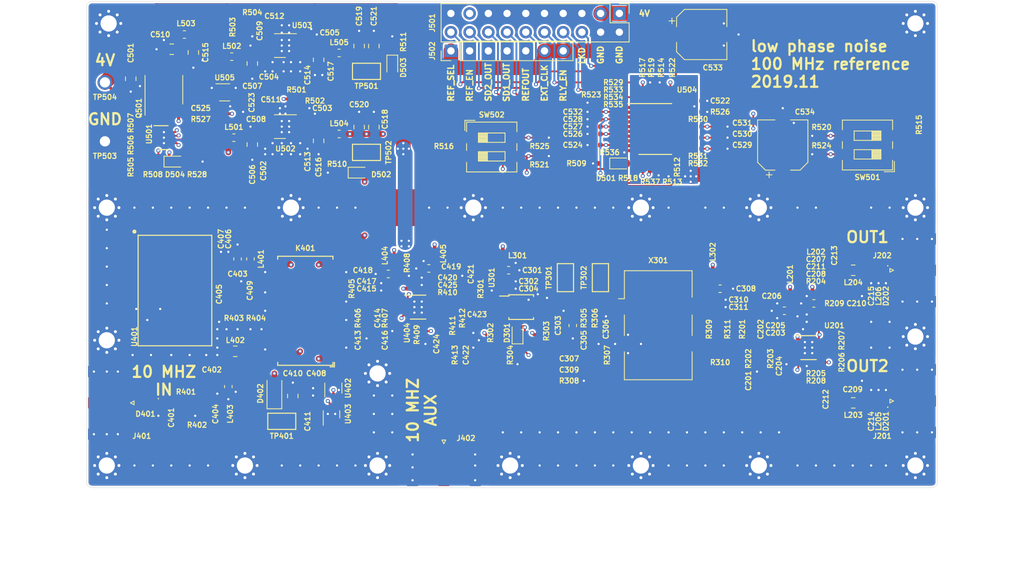
<source format=kicad_pcb>
(kicad_pcb (version 20171130) (host pcbnew "(5.1.4-74-gcf968cb6b)")
  (layers (0 F.Cu signal) (1 In1.Cu signal) (2 In2.Cu signal) (31 B.Cu signal) (34 B.Paste user) (35 F.Paste user) (36 B.SilkS user) (37 F.SilkS user) (38 B.Mask user) (39 F.Mask user hide) (44 Edge.Cuts user))
  (net 0 "")
  (net 1 "Net-(C201-Pad2)")
  (net 2 GND)
  (net 3 "Net-(C202-Pad1)")
  (net 4 "Net-(C202-Pad2)")
  (net 5 "Net-(C203-Pad1)")
  (net 6 "Net-(C204-Pad1)")
  (net 7 "Net-(C207-Pad1)")
  (net 8 "Net-(C209-Pad2)")
  (net 9 "Net-(C210-Pad2)")
  (net 10 "Net-(C212-Pad1)")
  (net 11 "Net-(C212-Pad2)")
  (net 12 "Net-(C213-Pad1)")
  (net 13 "Net-(C213-Pad2)")
  (net 14 "Net-(C214-Pad2)")
  (net 15 "Net-(C215-Pad2)")
  (net 16 "Net-(C301-Pad1)")
  (net 17 "Net-(C303-Pad1)")
  (net 18 "Net-(C305-Pad1)")
  (net 19 "Net-(C306-Pad1)")
  (net 20 "Net-(C307-Pad1)")
  (net 21 "Net-(C308-Pad1)")
  (net 22 "Net-(C309-Pad1)")
  (net 23 "Net-(C401-Pad1)")
  (net 24 "Net-(C401-Pad2)")
  (net 25 "Net-(C402-Pad2)")
  (net 26 "Net-(C402-Pad1)")
  (net 27 "Net-(C403-Pad1)")
  (net 28 "Net-(C405-Pad2)")
  (net 29 +4V)
  (net 30 "Net-(C409-Pad2)")
  (net 31 "Net-(C410-Pad1)")
  (net 32 "Net-(C413-Pad2)")
  (net 33 "Net-(C414-Pad2)")
  (net 34 "Net-(C414-Pad1)")
  (net 35 "Net-(C415-Pad1)")
  (net 36 "Net-(C416-Pad1)")
  (net 37 "Net-(C419-Pad1)")
  (net 38 "Net-(C421-Pad2)")
  (net 39 "Net-(C422-Pad2)")
  (net 40 "Net-(C423-Pad1)")
  (net 41 /synth_100MHz/10MHZ_IN)
  (net 42 "Net-(C424-Pad1)")
  (net 43 "Net-(C424-Pad2)")
  (net 44 VPP)
  (net 45 "Net-(C502-Pad1)")
  (net 46 "Net-(C504-Pad1)")
  (net 47 "Net-(C510-Pad1)")
  (net 48 "Net-(C513-Pad1)")
  (net 49 "Net-(C514-Pad1)")
  (net 50 +3.3VP)
  (net 51 +3V3)
  (net 52 /SD2_OUTPUT)
  (net 53 "Net-(C525-Pad1)")
  (net 54 /SD1_OUTPUT)
  (net 55 /REF_SEL)
  (net 56 /SD_REFOUT)
  (net 57 /SD_PLLCLK)
  (net 58 /RELAY_EN)
  (net 59 /LKD)
  (net 60 "Net-(D301-Pad1)")
  (net 61 "Net-(D501-Pad1)")
  (net 62 "Net-(D502-Pad1)")
  (net 63 "Net-(D503-Pad1)")
  (net 64 "Net-(D504-Pad1)")
  (net 65 "Net-(D504-Pad2)")
  (net 66 /power_conn/TEMP_SENSE)
  (net 67 "Net-(K401-Pad11)")
  (net 68 "Net-(K401-Pad14)")
  (net 69 "Net-(K401-Pad1)")
  (net 70 "Net-(K401-Pad6)")
  (net 71 "Net-(Q501-Pad1)")
  (net 72 "Net-(Q501-Pad2)")
  (net 73 /synth_100MHz/100MHZ_OUT)
  (net 74 "Net-(R206-Pad1)")
  (net 75 "Net-(R207-Pad1)")
  (net 76 "Net-(R309-Pad1)")
  (net 77 "Net-(R309-Pad2)")
  (net 78 "Net-(R410-Pad1)")
  (net 79 "Net-(R411-Pad1)")
  (net 80 "Net-(R501-Pad1)")
  (net 81 "Net-(R503-Pad2)")
  (net 82 "Net-(R505-Pad1)")
  (net 83 "Net-(R506-Pad1)")
  (net 84 "Net-(R508-Pad1)")
  (net 85 "Net-(R515-Pad1)")
  (net 86 "Net-(R516-Pad1)")
  (net 87 /FILTB_OUT)
  (net 88 /FILTB_REF)
  (net 89 "Net-(R523-Pad2)")
  (net 90 /FILTA_OUT)
  (net 91 /FILTA_REF)
  (net 92 "Net-(R526-Pad2)")
  (net 93 /power_conn/LKD)
  (net 94 "Net-(U402-Pad4)")
  (net 95 "Net-(C307-Pad2)")
  (net 96 "Net-(C503-Pad1)")
  (net 97 "Net-(C505-Pad1)")
  (net 98 "Net-(C508-Pad1)")
  (net 99 "Net-(C509-Pad1)")
  (net 100 "Net-(C511-Pad1)")
  (net 101 "Net-(C512-Pad1)")
  (net 102 "Net-(K401-Pad20)")
  (net 103 "Net-(R302-Pad2)")
  (net 104 "Net-(R303-Pad1)")
  (net 105 "Net-(R533-Pad2)")
  (net 106 "Net-(R534-Pad2)")
  (net 107 "Net-(R535-Pad2)")
  (net 108 "Net-(R536-Pad2)")
  (net 109 "Net-(R532-Pad2)")
  (net 110 "Net-(R531-Pad2)")
  (net 111 "Net-(R530-Pad2)")
  (net 112 /power_conn/REF_SEL_EXT)
  (net 113 /power_conn/INT_REF_EN_EXT)
  (net 114 /power_conn/SD2_OUTPUT_EXT)
  (net 115 /power_conn/SD1_OUTPUT_EXT)
  (net 116 /power_conn/SD_REFOUT_EXT)
  (net 117 /power_conn/SD_PLLCLK_EXT)
  (net 118 /power_conn/RELAY_EN_EXT)
  (net 119 /power_conn/LKD_EXT)
  (net 120 /power_conn/INT_REF_EN)
  (module Oscillator:Oscillator_SMD_Abracon_ABLNO (layer F.Cu) (at 216.1 82.96)
    (fp_text reference X301 (at 0 -8.8) (layer F.SilkS) (effects (font (size 0.7 0.7))))
    (fp_text value ABLNO-V-100.000MHZ hide)
    (pad 4 smd rect (at 4.15 -2.54 270) (size 1.5 2.5) (layers F.Cu F.Paste F.Mask) (net 21 "Net-(C308-Pad1)"))
    (pad 1 smd rect (at -4.15 -2.54 270) (size 1.5 2.5) (layers F.Cu F.Paste F.Mask) (net 19 "Net-(C306-Pad1)"))
    (pad 2 smd rect (at -4.15 2.54 270) (size 1.5 2.5) (layers F.Cu F.Paste F.Mask) (net 2 GND))
    (pad 3 smd rect (at 4.15 2.54 270) (size 1.5 2.5) (layers F.Cu F.Paste F.Mask) (net 77 "Net-(R309-Pad2)"))
  )
  (module Capacitor_SMD:C_0402_1005Metric (layer F.Cu) (at 229.5 88 90)
    (fp_text reference C201 (at -2.5 -1.17 270) (layer F.SilkS) (effects (font (size 0.7 0.7))))
    (fp_text value "10 nF" hide)
    (pad 2 smd roundrect (at 0.485 0 90) (size 0.59 0.64) (layers F.Cu F.Paste F.Mask) (net 1 "Net-(C201-Pad2)"))
    (pad 1 smd roundrect (at -0.485 0 90) (size 0.59 0.64) (layers F.Cu F.Paste F.Mask) (net 2 GND))
  )
  (module Capacitor_SMD:C_0402_1005Metric (layer F.Cu) (at 231.015 85.5 180)
    (fp_text reference C202 (at 1.015 2 270) (layer F.SilkS) (effects (font (size 0.7 0.7))))
    (fp_text value "10 nF" hide)
    (pad 1 smd roundrect (at -0.485 0 180) (size 0.59 0.64) (layers F.Cu F.Paste F.Mask) (net 3 "Net-(C202-Pad1)"))
    (pad 2 smd roundrect (at 0.485 0 180) (size 0.59 0.64) (layers F.Cu F.Paste F.Mask) (net 4 "Net-(C202-Pad2)"))
  )
  (module Capacitor_SMD:C_0402_1005Metric (layer F.Cu) (at 234.485 83.5)
    (fp_text reference C203 (at -2.485 0.5) (layer F.SilkS) (effects (font (size 0.7 0.7))))
    (fp_text value "100 pF" hide)
    (pad 1 smd roundrect (at -0.485 0) (size 0.59 0.64) (layers F.Cu F.Paste F.Mask) (net 5 "Net-(C203-Pad1)"))
    (pad 2 smd roundrect (at 0.485 0) (size 0.59 0.64) (layers F.Cu F.Paste F.Mask) (net 2 GND))
  )
  (module Capacitor_SMD:C_0402_1005Metric (layer F.Cu) (at 233.5 87 270)
    (fp_text reference C204 (at 1.5 1 90) (layer F.SilkS) (effects (font (size 0.7 0.7))))
    (fp_text value "10 nF" hide)
    (pad 1 smd roundrect (at -0.485 0 270) (size 0.59 0.64) (layers F.Cu F.Paste F.Mask) (net 6 "Net-(C204-Pad1)"))
    (pad 2 smd roundrect (at 0.485 0 270) (size 0.59 0.64) (layers F.Cu F.Paste F.Mask) (net 2 GND))
  )
  (module Capacitor_SMD:C_0402_1005Metric (layer F.Cu) (at 234.485 82.5)
    (fp_text reference C205 (at -2.485 0.5) (layer F.SilkS) (effects (font (size 0.7 0.7))))
    (fp_text value "100 nF" hide)
    (pad 2 smd roundrect (at 0.485 0) (size 0.59 0.64) (layers F.Cu F.Paste F.Mask) (net 2 GND))
    (pad 1 smd roundrect (at -0.485 0) (size 0.59 0.64) (layers F.Cu F.Paste F.Mask) (net 5 "Net-(C203-Pad1)"))
  )
  (module Capacitor_SMD:C_0603_1608Metric (layer F.Cu) (at 233.2125 81 180)
    (fp_text reference C206 (at 1.7125 2) (layer F.SilkS) (effects (font (size 0.7 0.7))))
    (fp_text value "2.2 uF" hide)
    (pad 1 smd roundrect (at -0.7875 0 180) (size 0.875 0.95) (layers F.Cu F.Paste F.Mask) (net 5 "Net-(C203-Pad1)"))
    (pad 2 smd roundrect (at 0.7875 0 180) (size 0.875 0.95) (layers F.Cu F.Paste F.Mask) (net 2 GND))
  )
  (module Capacitor_SMD:C_0603_1608Metric (layer F.Cu) (at 237.2125 80 180)
    (fp_text reference C207 (at -0.2875 6) (layer F.SilkS) (effects (font (size 0.7 0.7))))
    (fp_text value "2.2 uF" hide)
    (pad 1 smd roundrect (at -0.7875 0 180) (size 0.875 0.95) (layers F.Cu F.Paste F.Mask) (net 7 "Net-(C207-Pad1)"))
    (pad 2 smd roundrect (at 0.7875 0 180) (size 0.875 0.95) (layers F.Cu F.Paste F.Mask) (net 2 GND))
  )
  (module Capacitor_SMD:C_0402_1005Metric (layer F.Cu) (at 237.515 81.5 180)
    (fp_text reference C208 (at 0.015 5.5) (layer F.SilkS) (effects (font (size 0.7 0.7))))
    (fp_text value "100 nF" hide)
    (pad 2 smd roundrect (at 0.485 0 180) (size 0.59 0.64) (layers F.Cu F.Paste F.Mask) (net 2 GND))
    (pad 1 smd roundrect (at -0.485 0 180) (size 0.59 0.64) (layers F.Cu F.Paste F.Mask) (net 7 "Net-(C207-Pad1)"))
  )
  (module Capacitor_SMD:C_0402_1005Metric (layer F.Cu) (at 242.485 90.5 180)
    (fp_text reference C209 (at 0 -1.17) (layer F.SilkS) (effects (font (size 0.7 0.7))))
    (fp_text value "10 nF" hide)
    (pad 2 smd roundrect (at 0.485 0 180) (size 0.59 0.64) (layers F.Cu F.Paste F.Mask) (net 8 "Net-(C209-Pad2)"))
    (pad 1 smd roundrect (at -0.485 0 180) (size 0.59 0.64) (layers F.Cu F.Paste F.Mask) (net 2 GND))
  )
  (module Capacitor_SMD:C_0402_1005Metric (layer F.Cu) (at 242.485 79 180)
    (fp_text reference C210 (at -0.515 -1) (layer F.SilkS) (effects (font (size 0.7 0.7))))
    (fp_text value "10 nF" hide)
    (pad 1 smd roundrect (at -0.485 0 180) (size 0.59 0.64) (layers F.Cu F.Paste F.Mask) (net 2 GND))
    (pad 2 smd roundrect (at 0.485 0 180) (size 0.59 0.64) (layers F.Cu F.Paste F.Mask) (net 9 "Net-(C210-Pad2)"))
  )
  (module Capacitor_SMD:C_0402_1005Metric (layer F.Cu) (at 237.5 82.5 180)
    (fp_text reference C211 (at 0 7.5) (layer F.SilkS) (effects (font (size 0.7 0.7))))
    (fp_text value "100 pF" hide)
    (pad 1 smd roundrect (at -0.485 0 180) (size 0.59 0.64) (layers F.Cu F.Paste F.Mask) (net 7 "Net-(C207-Pad1)"))
    (pad 2 smd roundrect (at 0.485 0 180) (size 0.59 0.64) (layers F.Cu F.Paste F.Mask) (net 2 GND))
  )
  (module Capacitor_SMD:C_0402_1005Metric (layer F.Cu) (at 240 93.015 90)
    (fp_text reference C212 (at 0 -1.17 90) (layer F.SilkS) (effects (font (size 0.7 0.7))))
    (fp_text value "10 nF" hide)
    (pad 1 smd roundrect (at -0.485 0 90) (size 0.59 0.64) (layers F.Cu F.Paste F.Mask) (net 10 "Net-(C212-Pad1)"))
    (pad 2 smd roundrect (at 0.485 0 90) (size 0.59 0.64) (layers F.Cu F.Paste F.Mask) (net 11 "Net-(C212-Pad2)"))
  )
  (module Capacitor_SMD:C_0402_1005Metric (layer F.Cu) (at 240 76 270)
    (fp_text reference C213 (at -2.5 0 90) (layer F.SilkS) (effects (font (size 0.7 0.7))))
    (fp_text value "4.5 pF" hide)
    (pad 1 smd roundrect (at -0.485 0 270) (size 0.59 0.64) (layers F.Cu F.Paste F.Mask) (net 12 "Net-(C213-Pad1)"))
    (pad 2 smd roundrect (at 0.485 0 270) (size 0.59 0.64) (layers F.Cu F.Paste F.Mask) (net 13 "Net-(C213-Pad2)"))
  )
  (module Capacitor_SMD:C_0402_1005Metric (layer F.Cu) (at 245 93 270)
    (fp_text reference C214 (at 3 0 90) (layer F.SilkS) (effects (font (size 0.7 0.7))))
    (fp_text value DNI hide)
    (pad 2 smd roundrect (at 0.485 0 270) (size 0.59 0.64) (layers F.Cu F.Paste F.Mask) (net 14 "Net-(C214-Pad2)"))
    (pad 1 smd roundrect (at -0.485 0 270) (size 0.59 0.64) (layers F.Cu F.Paste F.Mask) (net 2 GND))
  )
  (module Capacitor_SMD:C_0402_1005Metric (layer F.Cu) (at 245 75.985 90)
    (fp_text reference C215 (at -3.015 0 90) (layer F.SilkS) (effects (font (size 0.7 0.7))))
    (fp_text value "220 pF" hide)
    (pad 2 smd roundrect (at 0.485 0 90) (size 0.59 0.64) (layers F.Cu F.Paste F.Mask) (net 15 "Net-(C215-Pad2)"))
    (pad 1 smd roundrect (at -0.485 0 90) (size 0.59 0.64) (layers F.Cu F.Paste F.Mask) (net 2 GND))
  )
  (module Capacitor_SMD:C_0603_1608Metric (layer F.Cu) (at 195.7875 75.5)
    (fp_text reference C301 (at 3.2125 0) (layer F.SilkS) (effects (font (size 0.7 0.7))))
    (fp_text value "2.2 uF" hide)
    (pad 2 smd roundrect (at 0.7875 0) (size 0.875 0.95) (layers F.Cu F.Paste F.Mask) (net 2 GND))
    (pad 1 smd roundrect (at -0.7875 0) (size 0.875 0.95) (layers F.Cu F.Paste F.Mask) (net 16 "Net-(C301-Pad1)"))
  )
  (module Capacitor_SMD:C_0402_1005Metric (layer F.Cu) (at 195.485 77)
    (fp_text reference C302 (at 3.015 0) (layer F.SilkS) (effects (font (size 0.7 0.7))))
    (fp_text value "100 nF" hide)
    (pad 2 smd roundrect (at 0.485 0) (size 0.59 0.64) (layers F.Cu F.Paste F.Mask) (net 2 GND))
    (pad 1 smd roundrect (at -0.485 0) (size 0.59 0.64) (layers F.Cu F.Paste F.Mask) (net 16 "Net-(C301-Pad1)"))
  )
  (module Capacitor_SMD:C_0402_1005Metric (layer F.Cu) (at 202.5 80.5 270)
    (fp_text reference C303 (at 2.5 0 90) (layer F.SilkS) (effects (font (size 0.7 0.7))))
    (fp_text value "220 nF" hide)
    (pad 2 smd roundrect (at 0.485 0 270) (size 0.59 0.64) (layers F.Cu F.Paste F.Mask) (net 2 GND))
    (pad 1 smd roundrect (at -0.485 0 270) (size 0.59 0.64) (layers F.Cu F.Paste F.Mask) (net 17 "Net-(C303-Pad1)"))
  )
  (module Capacitor_SMD:C_0402_1005Metric (layer F.Cu) (at 195.5 78)
    (fp_text reference C304 (at 3 0) (layer F.SilkS) (effects (font (size 0.7 0.7))))
    (fp_text value "100 pF" hide)
    (pad 1 smd roundrect (at -0.485 0) (size 0.59 0.64) (layers F.Cu F.Paste F.Mask) (net 16 "Net-(C301-Pad1)"))
    (pad 2 smd roundrect (at 0.485 0) (size 0.59 0.64) (layers F.Cu F.Paste F.Mask) (net 2 GND))
  )
  (module Capacitor_SMD:C_0603_1608Metric (layer F.Cu) (at 204.5 83 270)
    (fp_text reference C305 (at 2 -1.5 90) (layer F.SilkS) (effects (font (size 0.7 0.7))))
    (fp_text value "4.7 uF" hide)
    (pad 1 smd roundrect (at -0.7875 0 270) (size 0.875 0.95) (layers F.Cu F.Paste F.Mask) (net 18 "Net-(C305-Pad1)"))
    (pad 2 smd roundrect (at 0.7875 0 270) (size 0.875 0.95) (layers F.Cu F.Paste F.Mask) (net 2 GND))
  )
  (module Capacitor_SMD:C_0402_1005Metric (layer F.Cu) (at 209 80.5 270)
    (fp_text reference C306 (at 3 0 90) (layer F.SilkS) (effects (font (size 0.7 0.7))))
    (fp_text value DNI hide)
    (pad 1 smd roundrect (at -0.485 0 270) (size 0.59 0.64) (layers F.Cu F.Paste F.Mask) (net 19 "Net-(C306-Pad1)"))
    (pad 2 smd roundrect (at 0.485 0 270) (size 0.59 0.64) (layers F.Cu F.Paste F.Mask) (net 2 GND))
  )
  (module Capacitor_SMD:C_0402_1005Metric (layer F.Cu) (at 206.5 87.5 180)
    (fp_text reference C307 (at 2.5 0) (layer F.SilkS) (effects (font (size 0.7 0.7))))
    (fp_text value 0.0033uF hide)
    (pad 1 smd roundrect (at -0.485 0 180) (size 0.59 0.64) (layers F.Cu F.Paste F.Mask) (net 20 "Net-(C307-Pad1)"))
    (pad 2 smd roundrect (at 0.485 0 180) (size 0.59 0.64) (layers F.Cu F.Paste F.Mask) (net 95 "Net-(C307-Pad2)"))
  )
  (module Capacitor_SMD:C_0603_1608Metric (layer F.Cu) (at 224.5 78)
    (fp_text reference C308 (at 3.5 0) (layer F.SilkS) (effects (font (size 0.7 0.7))))
    (fp_text value "2.2 uF" hide)
    (pad 2 smd roundrect (at 0.7875 0) (size 0.875 0.95) (layers F.Cu F.Paste F.Mask) (net 2 GND))
    (pad 1 smd roundrect (at -0.7875 0) (size 0.875 0.95) (layers F.Cu F.Paste F.Mask) (net 21 "Net-(C308-Pad1)"))
  )
  (module Capacitor_SMD:C_0402_1005Metric (layer F.Cu) (at 208 89.015 90)
    (fp_text reference C309 (at 0 -4 180) (layer F.SilkS) (effects (font (size 0.7 0.7))))
    (fp_text value 0.0033uF hide)
    (pad 1 smd roundrect (at -0.485 0 90) (size 0.59 0.64) (layers F.Cu F.Paste F.Mask) (net 22 "Net-(C309-Pad1)"))
    (pad 2 smd roundrect (at 0.485 0 90) (size 0.59 0.64) (layers F.Cu F.Paste F.Mask) (net 20 "Net-(C307-Pad1)"))
  )
  (module Capacitor_SMD:C_0402_1005Metric (layer F.Cu) (at 224 79.5)
    (fp_text reference C310 (at 3 0) (layer F.SilkS) (effects (font (size 0.7 0.7))))
    (fp_text value "100 nF" hide)
    (pad 2 smd roundrect (at 0.485 0) (size 0.59 0.64) (layers F.Cu F.Paste F.Mask) (net 2 GND))
    (pad 1 smd roundrect (at -0.485 0) (size 0.59 0.64) (layers F.Cu F.Paste F.Mask) (net 21 "Net-(C308-Pad1)"))
  )
  (module Capacitor_SMD:C_0402_1005Metric (layer F.Cu) (at 224 80.5)
    (fp_text reference C311 (at 3 0) (layer F.SilkS) (effects (font (size 0.7 0.7))))
    (fp_text value "100 pF" hide)
    (pad 1 smd roundrect (at -0.485 0) (size 0.59 0.64) (layers F.Cu F.Paste F.Mask) (net 21 "Net-(C308-Pad1)"))
    (pad 2 smd roundrect (at 0.485 0) (size 0.59 0.64) (layers F.Cu F.Paste F.Mask) (net 2 GND))
  )
  (module Capacitor_SMD:C_0402_1005Metric (layer F.Cu) (at 149.75 93.5 180)
    (fp_text reference C401 (at -0.25 -2 90) (layer F.SilkS) (effects (font (size 0.7 0.7))))
    (fp_text value TBD hide)
    (pad 1 smd roundrect (at -0.485 0 180) (size 0.59 0.64) (layers F.Cu F.Paste F.Mask) (net 23 "Net-(C401-Pad1)"))
    (pad 2 smd roundrect (at 0.485 0 180) (size 0.59 0.64) (layers F.Cu F.Paste F.Mask) (net 24 "Net-(C401-Pad2)"))
  )
  (module Capacitor_SMD:C_0402_1005Metric (layer F.Cu) (at 157.75 88.75 270)
    (fp_text reference C402 (at 0.25 2.25 180) (layer F.SilkS) (effects (font (size 0.7 0.7))))
    (fp_text value "47 pF" hide)
    (pad 2 smd roundrect (at 0.485 0 270) (size 0.59 0.64) (layers F.Cu F.Paste F.Mask) (net 25 "Net-(C402-Pad2)"))
    (pad 1 smd roundrect (at -0.485 0 270) (size 0.59 0.64) (layers F.Cu F.Paste F.Mask) (net 26 "Net-(C402-Pad1)"))
  )
  (module Capacitor_SMD:C_0603_1608Metric (layer F.Cu) (at 159 73.9625 90)
    (fp_text reference C403 (at -2.0375 0 180) (layer F.SilkS) (effects (font (size 0.7 0.7))))
    (fp_text value "2.2 uF" hide)
    (pad 2 smd roundrect (at 0.7875 0 90) (size 0.875 0.95) (layers F.Cu F.Paste F.Mask) (net 2 GND))
    (pad 1 smd roundrect (at -0.7875 0 90) (size 0.875 0.95) (layers F.Cu F.Paste F.Mask) (net 27 "Net-(C403-Pad1)"))
  )
  (module Capacitor_SMD:C_0402_1005Metric (layer F.Cu) (at 156.25 90.985 90)
    (fp_text reference C404 (at -4.015 -0.25 90) (layer F.SilkS) (effects (font (size 0.7 0.7))))
    (fp_text value "2.2 nF" hide)
    (pad 1 smd roundrect (at -0.485 0 90) (size 0.59 0.64) (layers F.Cu F.Paste F.Mask) (net 2 GND))
    (pad 2 smd roundrect (at 0.485 0 90) (size 0.59 0.64) (layers F.Cu F.Paste F.Mask) (net 25 "Net-(C402-Pad2)"))
  )
  (module Capacitor_SMD:C_0402_1005Metric (layer F.Cu) (at 156.5 81.25 90)
    (fp_text reference C405 (at 2.5 0 90) (layer F.SilkS) (effects (font (size 0.7 0.7))))
    (fp_text value "15 pF" hide)
    (pad 2 smd roundrect (at 0.485 0 90) (size 0.59 0.64) (layers F.Cu F.Paste F.Mask) (net 28 "Net-(C405-Pad2)"))
    (pad 1 smd roundrect (at -0.485 0 90) (size 0.59 0.64) (layers F.Cu F.Paste F.Mask) (net 2 GND))
  )
  (module Capacitor_SMD:C_0402_1005Metric (layer F.Cu) (at 157.75 74.265 90)
    (fp_text reference C406 (at 3.015 0 90) (layer F.SilkS) (effects (font (size 0.7 0.7))))
    (fp_text value "100 nF" hide)
    (pad 2 smd roundrect (at 0.485 0 90) (size 0.59 0.64) (layers F.Cu F.Paste F.Mask) (net 2 GND))
    (pad 1 smd roundrect (at -0.485 0 90) (size 0.59 0.64) (layers F.Cu F.Paste F.Mask) (net 27 "Net-(C403-Pad1)"))
  )
  (module Capacitor_SMD:C_0402_1005Metric (layer F.Cu) (at 156.75 74.265 90)
    (fp_text reference C407 (at 3.015 0 90) (layer F.SilkS) (effects (font (size 0.7 0.7))))
    (fp_text value "100 pF" hide)
    (pad 1 smd roundrect (at -0.485 0 90) (size 0.59 0.64) (layers F.Cu F.Paste F.Mask) (net 27 "Net-(C403-Pad1)"))
    (pad 2 smd roundrect (at 0.485 0 90) (size 0.59 0.64) (layers F.Cu F.Paste F.Mask) (net 2 GND))
  )
  (module Capacitor_SMD:C_0402_1005Metric (layer F.Cu) (at 168.5 90.985 270)
    (fp_text reference C408 (at -1.485 -1.17 180) (layer F.SilkS) (effects (font (size 0.7 0.7))))
    (fp_text value "100 nF" hide)
    (pad 1 smd roundrect (at -0.485 0 270) (size 0.59 0.64) (layers F.Cu F.Paste F.Mask) (net 29 +4V))
    (pad 2 smd roundrect (at 0.485 0 270) (size 0.59 0.64) (layers F.Cu F.Paste F.Mask) (net 2 GND))
  )
  (module Capacitor_SMD:C_0402_1005Metric (layer F.Cu) (at 159.5 78.25 270)
    (fp_text reference C409 (at 0 -1.17 90) (layer F.SilkS) (effects (font (size 0.7 0.7))))
    (fp_text value "10 nF" hide)
    (pad 1 smd roundrect (at -0.485 0 270) (size 0.59 0.64) (layers F.Cu F.Paste F.Mask) (net 2 GND))
    (pad 2 smd roundrect (at 0.485 0 270) (size 0.59 0.64) (layers F.Cu F.Paste F.Mask) (net 30 "Net-(C409-Pad2)"))
  )
  (module Capacitor_SMD:C_0805_2012Metric (layer F.Cu) (at 166.5 92.5625 90)
    (fp_text reference C410 (at 3.0625 0 180) (layer F.SilkS) (effects (font (size 0.7 0.7))))
    (fp_text value "10 uF" hide)
    (pad 2 smd roundrect (at 0.9375 0 90) (size 0.975 1.4) (layers F.Cu F.Paste F.Mask) (net 2 GND))
    (pad 1 smd roundrect (at -0.9375 0 90) (size 0.975 1.4) (layers F.Cu F.Paste F.Mask) (net 31 "Net-(C410-Pad1)"))
  )
  (module Capacitor_SMD:C_0402_1005Metric (layer F.Cu) (at 168.5 93.015 90)
    (fp_text reference C411 (at -2.985 0 90) (layer F.SilkS) (effects (font (size 0.7 0.7))))
    (fp_text value "100 nF" hide)
    (pad 1 smd roundrect (at -0.485 0 90) (size 0.59 0.64) (layers F.Cu F.Paste F.Mask) (net 31 "Net-(C410-Pad1)"))
    (pad 2 smd roundrect (at 0.485 0 90) (size 0.59 0.64) (layers F.Cu F.Paste F.Mask) (net 2 GND))
  )
  (module Capacitor_SMD:C_0402_1005Metric (layer F.Cu) (at 176.5 83.515 90)
    (fp_text reference C413 (at -1.485 -1.17 90) (layer F.SilkS) (effects (font (size 0.7 0.7))))
    (fp_text value DNI hide)
    (pad 1 smd roundrect (at -0.485 0 90) (size 0.59 0.64) (layers F.Cu F.Paste F.Mask) (net 2 GND))
    (pad 2 smd roundrect (at 0.485 0 90) (size 0.59 0.64) (layers F.Cu F.Paste F.Mask) (net 32 "Net-(C413-Pad2)"))
  )
  (module Capacitor_SMD:C_0402_1005Metric (layer F.Cu) (at 178.485 80 180)
    (fp_text reference C414 (at 0.485 -2 90) (layer F.SilkS) (effects (font (size 0.7 0.7))))
    (fp_text value "10 nF" hide)
    (pad 2 smd roundrect (at 0.485 0 180) (size 0.59 0.64) (layers F.Cu F.Paste F.Mask) (net 33 "Net-(C414-Pad2)"))
    (pad 1 smd roundrect (at -0.485 0 180) (size 0.59 0.64) (layers F.Cu F.Paste F.Mask) (net 34 "Net-(C414-Pad1)"))
  )
  (module Capacitor_SMD:C_0402_1005Metric (layer F.Cu) (at 179.765 78.25 180)
    (fp_text reference C415 (at 3.265 0.25) (layer F.SilkS) (effects (font (size 0.7 0.7))))
    (fp_text value "100 pF" hide)
    (pad 1 smd roundrect (at -0.485 0 180) (size 0.59 0.64) (layers F.Cu F.Paste F.Mask) (net 35 "Net-(C415-Pad1)"))
    (pad 2 smd roundrect (at 0.485 0 180) (size 0.59 0.64) (layers F.Cu F.Paste F.Mask) (net 2 GND))
  )
  (module Capacitor_SMD:C_0402_1005Metric (layer F.Cu) (at 180 82.5 270)
    (fp_text reference C416 (at 2.5 1 90) (layer F.SilkS) (effects (font (size 0.7 0.7))))
    (fp_text value "10 nF" hide)
    (pad 2 smd roundrect (at 0.485 0 270) (size 0.59 0.64) (layers F.Cu F.Paste F.Mask) (net 2 GND))
    (pad 1 smd roundrect (at -0.485 0 270) (size 0.59 0.64) (layers F.Cu F.Paste F.Mask) (net 36 "Net-(C416-Pad1)"))
  )
  (module Capacitor_SMD:C_0402_1005Metric (layer F.Cu) (at 179.765 77.25 180)
    (fp_text reference C417 (at 3.265 0.25) (layer F.SilkS) (effects (font (size 0.7 0.7))))
    (fp_text value "100 nF" hide)
    (pad 2 smd roundrect (at 0.485 0 180) (size 0.59 0.64) (layers F.Cu F.Paste F.Mask) (net 2 GND))
    (pad 1 smd roundrect (at -0.485 0 180) (size 0.59 0.64) (layers F.Cu F.Paste F.Mask) (net 35 "Net-(C415-Pad1)"))
  )
  (module Capacitor_SMD:C_0603_1608Metric (layer F.Cu) (at 179.4625 76 180)
    (fp_text reference C418 (at 3.4625 0.5) (layer F.SilkS) (effects (font (size 0.7 0.7))))
    (fp_text value "2.2 uF" hide)
    (pad 1 smd roundrect (at -0.7875 0 180) (size 0.875 0.95) (layers F.Cu F.Paste F.Mask) (net 35 "Net-(C415-Pad1)"))
    (pad 2 smd roundrect (at 0.7875 0 180) (size 0.875 0.95) (layers F.Cu F.Paste F.Mask) (net 2 GND))
  )
  (module Capacitor_SMD:C_0603_1608Metric (layer F.Cu) (at 184.9625 75.25 180)
    (fp_text reference C419 (at -3.0375 0.25) (layer F.SilkS) (effects (font (size 0.7 0.7))))
    (fp_text value "2.2 uF" hide)
    (pad 2 smd roundrect (at 0.7875 0 180) (size 0.875 0.95) (layers F.Cu F.Paste F.Mask) (net 2 GND))
    (pad 1 smd roundrect (at -0.7875 0 180) (size 0.875 0.95) (layers F.Cu F.Paste F.Mask) (net 37 "Net-(C419-Pad1)"))
  )
  (module Capacitor_SMD:C_0402_1005Metric (layer F.Cu) (at 185.25 76.5 180)
    (fp_text reference C420 (at -2.25 0) (layer F.SilkS) (effects (font (size 0.7 0.7))))
    (fp_text value "100 nF" hide)
    (pad 2 smd roundrect (at 0.485 0 180) (size 0.59 0.64) (layers F.Cu F.Paste F.Mask) (net 2 GND))
    (pad 1 smd roundrect (at -0.485 0 180) (size 0.59 0.64) (layers F.Cu F.Paste F.Mask) (net 37 "Net-(C419-Pad1)"))
  )
  (module Capacitor_SMD:C_0402_1005Metric (layer F.Cu) (at 189.5 77.5 270)
    (fp_text reference C421 (at -1.5 -1.17 90) (layer F.SilkS) (effects (font (size 0.7 0.7))))
    (fp_text value "10 nF" hide)
    (pad 2 smd roundrect (at 0.485 0 270) (size 0.59 0.64) (layers F.Cu F.Paste F.Mask) (net 38 "Net-(C421-Pad2)"))
    (pad 1 smd roundrect (at -0.485 0 270) (size 0.59 0.64) (layers F.Cu F.Paste F.Mask) (net 2 GND))
  )
  (module Capacitor_SMD:C_0402_1005Metric (layer F.Cu) (at 190.5 85 180)
    (fp_text reference C422 (at 0.5 -2 90) (layer F.SilkS) (effects (font (size 0.7 0.7))))
    (fp_text value "10 nF" hide)
    (pad 2 smd roundrect (at 0.485 0 180) (size 0.59 0.64) (layers F.Cu F.Paste F.Mask) (net 39 "Net-(C422-Pad2)"))
    (pad 1 smd roundrect (at -0.485 0 180) (size 0.59 0.64) (layers F.Cu F.Paste F.Mask) (net 2 GND))
  )
  (module Capacitor_SMD:C_0402_1005Metric (layer F.Cu) (at 191.5 80)
    (fp_text reference C423 (at 0 1.5) (layer F.SilkS) (effects (font (size 0.7 0.7))))
    (fp_text value JMP hide)
    (pad 1 smd roundrect (at -0.485 0) (size 0.59 0.64) (layers F.Cu F.Paste F.Mask) (net 40 "Net-(C423-Pad1)"))
    (pad 2 smd roundrect (at 0.485 0) (size 0.59 0.64) (layers F.Cu F.Paste F.Mask) (net 41 /synth_100MHz/10MHZ_IN))
  )
  (module Capacitor_SMD:C_0402_1005Metric (layer F.Cu) (at 187 85.5 270)
    (fp_text reference C424 (at 0 1 90) (layer F.SilkS) (effects (font (size 0.7 0.7))))
    (fp_text value JMP hide)
    (pad 1 smd roundrect (at -0.485 0 270) (size 0.59 0.64) (layers F.Cu F.Paste F.Mask) (net 42 "Net-(C424-Pad1)"))
    (pad 2 smd roundrect (at 0.485 0 270) (size 0.59 0.64) (layers F.Cu F.Paste F.Mask) (net 43 "Net-(C424-Pad2)"))
  )
  (module Capacitor_SMD:C_0402_1005Metric (layer F.Cu) (at 185.25 77.5 180)
    (fp_text reference C425 (at -2.25 0) (layer F.SilkS) (effects (font (size 0.7 0.7))))
    (fp_text value "100 pF" hide)
    (pad 1 smd roundrect (at -0.485 0 180) (size 0.59 0.64) (layers F.Cu F.Paste F.Mask) (net 37 "Net-(C419-Pad1)"))
    (pad 2 smd roundrect (at 0.485 0 180) (size 0.59 0.64) (layers F.Cu F.Paste F.Mask) (net 2 GND))
  )
  (module Capacitor_SMD:C_0805_2012Metric (layer F.Cu) (at 144.5 49.5 270)
    (fp_text reference C501 (at -3.5 0 270) (layer F.SilkS) (effects (font (size 0.7 0.7))))
    (fp_text value "10 uF" hide)
    (pad 2 smd roundrect (at 0.9375 0 270) (size 0.975 1.4) (layers F.Cu F.Paste F.Mask) (net 2 GND))
    (pad 1 smd roundrect (at -0.9375 0 270) (size 0.975 1.4) (layers F.Cu F.Paste F.Mask) (net 44 VPP))
  )
  (module Capacitor_SMD:C_0402_1005Metric (layer F.Cu) (at 162.75 57.75 270)
    (fp_text reference C502 (at 4.25 0.25 90) (layer F.SilkS) (effects (font (size 0.7 0.7))))
    (fp_text value "1 uF" hide)
    (pad 2 smd roundrect (at 0.485 0 270) (size 0.59 0.64) (layers F.Cu F.Paste F.Mask) (net 2 GND))
    (pad 1 smd roundrect (at -0.485 0 270) (size 0.59 0.64) (layers F.Cu F.Paste F.Mask) (net 45 "Net-(C502-Pad1)"))
  )
  (module Capacitor_SMD:C_0402_1005Metric (layer F.Cu) (at 168.75 54.75 90)
    (fp_text reference C503 (at 1.25 1.75 180) (layer F.SilkS) (effects (font (size 0.7 0.7))))
    (fp_text value "1 uF" hide)
    (pad 1 smd roundrect (at -0.485 0 90) (size 0.59 0.64) (layers F.Cu F.Paste F.Mask) (net 96 "Net-(C503-Pad1)"))
    (pad 2 smd roundrect (at 0.485 0 90) (size 0.59 0.64) (layers F.Cu F.Paste F.Mask) (net 2 GND))
  )
  (module Capacitor_SMD:C_0402_1005Metric (layer F.Cu) (at 162.75 46.75 270)
    (fp_text reference C504 (at 2.5 -0.5 180) (layer F.SilkS) (effects (font (size 0.7 0.7))))
    (fp_text value "1 uF" hide)
    (pad 2 smd roundrect (at 0.485 0 270) (size 0.59 0.64) (layers F.Cu F.Paste F.Mask) (net 2 GND))
    (pad 1 smd roundrect (at -0.485 0 270) (size 0.59 0.64) (layers F.Cu F.Paste F.Mask) (net 46 "Net-(C504-Pad1)"))
  )
  (module Capacitor_SMD:C_0402_1005Metric (layer F.Cu) (at 169 44 90)
    (fp_text reference C505 (at 0.75 2.5 180) (layer F.SilkS) (effects (font (size 0.7 0.7))))
    (fp_text value "1 uF" hide)
    (pad 1 smd roundrect (at -0.485 0 90) (size 0.59 0.64) (layers F.Cu F.Paste F.Mask) (net 97 "Net-(C505-Pad1)"))
    (pad 2 smd roundrect (at 0.485 0 90) (size 0.59 0.64) (layers F.Cu F.Paste F.Mask) (net 2 GND))
  )
  (module Capacitor_SMD:C_0805_2012Metric (layer F.Cu) (at 161 58.4375 270)
    (fp_text reference C506 (at 4.0625 0 90) (layer F.SilkS) (effects (font (size 0.7 0.7))))
    (fp_text value "10 uF" hide)
    (pad 1 smd roundrect (at -0.9375 0 270) (size 0.975 1.4) (layers F.Cu F.Paste F.Mask) (net 45 "Net-(C502-Pad1)"))
    (pad 2 smd roundrect (at 0.9375 0 270) (size 0.975 1.4) (layers F.Cu F.Paste F.Mask) (net 2 GND))
  )
  (module Capacitor_SMD:C_0805_2012Metric (layer F.Cu) (at 161 47.4375 270)
    (fp_text reference C507 (at 3.0625 0 180) (layer F.SilkS) (effects (font (size 0.7 0.7))))
    (fp_text value "10 uF" hide)
    (pad 2 smd roundrect (at 0.9375 0 270) (size 0.975 1.4) (layers F.Cu F.Paste F.Mask) (net 2 GND))
    (pad 1 smd roundrect (at -0.9375 0 270) (size 0.975 1.4) (layers F.Cu F.Paste F.Mask) (net 46 "Net-(C504-Pad1)"))
  )
  (module Capacitor_SMD:C_0402_1005Metric (layer F.Cu) (at 162 56 180)
    (fp_text reference C508 (at 0.5 1) (layer F.SilkS) (effects (font (size 0.7 0.7))))
    (fp_text value "1 uF" hide)
    (pad 1 smd roundrect (at -0.485 0 180) (size 0.59 0.64) (layers F.Cu F.Paste F.Mask) (net 98 "Net-(C508-Pad1)"))
    (pad 2 smd roundrect (at 0.485 0 180) (size 0.59 0.64) (layers F.Cu F.Paste F.Mask) (net 2 GND))
  )
  (module Capacitor_SMD:C_0402_1005Metric (layer F.Cu) (at 162.015 45 180)
    (fp_text reference C509 (at 0.015 2 90) (layer F.SilkS) (effects (font (size 0.7 0.7))))
    (fp_text value "1 uF" hide)
    (pad 1 smd roundrect (at -0.485 0 180) (size 0.59 0.64) (layers F.Cu F.Paste F.Mask) (net 99 "Net-(C509-Pad1)"))
    (pad 2 smd roundrect (at 0.485 0 180) (size 0.59 0.64) (layers F.Cu F.Paste F.Mask) (net 2 GND))
  )
  (module Capacitor_SMD:C_0805_2012Metric (layer F.Cu) (at 150.0625 45.5 180)
    (fp_text reference C510 (at 1.5625 2) (layer F.SilkS) (effects (font (size 0.7 0.7))))
    (fp_text value "10 uF" hide)
    (pad 1 smd roundrect (at -0.9375 0 180) (size 0.975 1.4) (layers F.Cu F.Paste F.Mask) (net 47 "Net-(C510-Pad1)"))
    (pad 2 smd roundrect (at 0.9375 0 180) (size 0.975 1.4) (layers F.Cu F.Paste F.Mask) (net 2 GND))
  )
  (module Capacitor_SMD:C_0402_1005Metric (layer F.Cu) (at 163.515 53.5)
    (fp_text reference C511 (at -0.015 -1.17) (layer F.SilkS) (effects (font (size 0.7 0.7))))
    (fp_text value "1 uF" hide)
    (pad 2 smd roundrect (at 0.485 0) (size 0.59 0.64) (layers F.Cu F.Paste F.Mask) (net 2 GND))
    (pad 1 smd roundrect (at -0.485 0) (size 0.59 0.64) (layers F.Cu F.Paste F.Mask) (net 100 "Net-(C511-Pad1)"))
  )
  (module Capacitor_SMD:C_0402_1005Metric (layer F.Cu) (at 163.5 42.5)
    (fp_text reference C512 (at 0.5 -1.5) (layer F.SilkS) (effects (font (size 0.7 0.7))))
    (fp_text value "1 uF" hide)
    (pad 2 smd roundrect (at 0.485 0) (size 0.59 0.64) (layers F.Cu F.Paste F.Mask) (net 2 GND))
    (pad 1 smd roundrect (at -0.485 0) (size 0.59 0.64) (layers F.Cu F.Paste F.Mask) (net 101 "Net-(C512-Pad1)"))
  )
  (module Capacitor_SMD:C_0402_1005Metric (layer F.Cu) (at 168.5 57.485 270)
    (fp_text reference C513 (at 3.265 0 90) (layer F.SilkS) (effects (font (size 0.7 0.7))))
    (fp_text value "1 uF" hide)
    (pad 1 smd roundrect (at -0.485 0 270) (size 0.59 0.64) (layers F.Cu F.Paste F.Mask) (net 48 "Net-(C513-Pad1)"))
    (pad 2 smd roundrect (at 0.485 0 270) (size 0.59 0.64) (layers F.Cu F.Paste F.Mask) (net 2 GND))
  )
  (module Capacitor_SMD:C_0402_1005Metric (layer F.Cu) (at 168.5 46.485 270)
    (fp_text reference C514 (at 2.515 0 90) (layer F.SilkS) (effects (font (size 0.7 0.7))))
    (fp_text value "1 uF" hide)
    (pad 2 smd roundrect (at 0.485 0 270) (size 0.59 0.64) (layers F.Cu F.Paste F.Mask) (net 2 GND))
    (pad 1 smd roundrect (at -0.485 0 270) (size 0.59 0.64) (layers F.Cu F.Paste F.Mask) (net 49 "Net-(C514-Pad1)"))
  )
  (module Capacitor_SMD:C_0805_2012Metric (layer F.Cu) (at 153 45.9375 270)
    (fp_text reference C515 (at 0 -1.65 90) (layer F.SilkS) (effects (font (size 0.7 0.7))))
    (fp_text value "10 uF" hide)
    (pad 2 smd roundrect (at 0.9375 0 270) (size 0.975 1.4) (layers F.Cu F.Paste F.Mask) (net 2 GND))
    (pad 1 smd roundrect (at -0.9375 0 270) (size 0.975 1.4) (layers F.Cu F.Paste F.Mask) (net 29 +4V))
  )
  (module Capacitor_SMD:C_0805_2012Metric (layer F.Cu) (at 170 57.9375 270)
    (fp_text reference C516 (at 3.5625 0 90) (layer F.SilkS) (effects (font (size 0.7 0.7))))
    (fp_text value "10 uF" hide)
    (pad 2 smd roundrect (at 0.9375 0 270) (size 0.975 1.4) (layers F.Cu F.Paste F.Mask) (net 2 GND))
    (pad 1 smd roundrect (at -0.9375 0 270) (size 0.975 1.4) (layers F.Cu F.Paste F.Mask) (net 48 "Net-(C513-Pad1)"))
  )
  (module Capacitor_SMD:C_0805_2012Metric (layer F.Cu) (at 170 46.9375 270)
    (fp_text reference C517 (at 1.5625 -1.65 90) (layer F.SilkS) (effects (font (size 0.7 0.7))))
    (fp_text value "10 uF" hide)
    (pad 1 smd roundrect (at -0.9375 0 270) (size 0.975 1.4) (layers F.Cu F.Paste F.Mask) (net 49 "Net-(C514-Pad1)"))
    (pad 2 smd roundrect (at 0.9375 0 270) (size 0.975 1.4) (layers F.Cu F.Paste F.Mask) (net 2 GND))
  )
  (module Capacitor_SMD:C_0805_2012Metric (layer F.Cu) (at 177.5 56.0625 90)
    (fp_text reference C518 (at 1.0625 1.5 90) (layer F.SilkS) (effects (font (size 0.7 0.7))))
    (fp_text value "10 uF" hide)
    (pad 1 smd roundrect (at -0.9375 0 90) (size 0.975 1.4) (layers F.Cu F.Paste F.Mask) (net 50 +3.3VP))
    (pad 2 smd roundrect (at 0.9375 0 90) (size 0.975 1.4) (layers F.Cu F.Paste F.Mask) (net 2 GND))
  )
  (module Capacitor_SMD:C_0805_2012Metric (layer F.Cu) (at 175.5 45.0625 90)
    (fp_text reference C519 (at 4.0625 0 90) (layer F.SilkS) (effects (font (size 0.7 0.7))))
    (fp_text value "10 uF" hide)
    (pad 1 smd roundrect (at -0.9375 0 90) (size 0.975 1.4) (layers F.Cu F.Paste F.Mask) (net 51 +3V3))
    (pad 2 smd roundrect (at 0.9375 0 90) (size 0.975 1.4) (layers F.Cu F.Paste F.Mask) (net 2 GND))
  )
  (module Capacitor_SMD:C_0805_2012Metric (layer F.Cu) (at 175.5 56.0625 90)
    (fp_text reference C520 (at 3.0625 0 180) (layer F.SilkS) (effects (font (size 0.7 0.7))))
    (fp_text value "10 uF" hide)
    (pad 2 smd roundrect (at 0.9375 0 90) (size 0.975 1.4) (layers F.Cu F.Paste F.Mask) (net 2 GND))
    (pad 1 smd roundrect (at -0.9375 0 90) (size 0.975 1.4) (layers F.Cu F.Paste F.Mask) (net 50 +3.3VP))
  )
  (module Capacitor_SMD:C_0805_2012Metric (layer F.Cu) (at 177.5 45.0625 90)
    (fp_text reference C521 (at 4.0625 0 90) (layer F.SilkS) (effects (font (size 0.7 0.7))))
    (fp_text value "10 uF" hide)
    (pad 1 smd roundrect (at -0.9375 0 90) (size 0.975 1.4) (layers F.Cu F.Paste F.Mask) (net 51 +3V3))
    (pad 2 smd roundrect (at 0.9375 0 90) (size 0.975 1.4) (layers F.Cu F.Paste F.Mask) (net 2 GND))
  )
  (module Capacitor_SMD:C_0402_1005Metric (layer F.Cu) (at 221.485 52.5)
    (fp_text reference C522 (at 3.015 0) (layer F.SilkS) (effects (font (size 0.7 0.7))))
    (fp_text value "1 uF" hide)
    (pad 2 smd roundrect (at 0.485 0) (size 0.59 0.64) (layers F.Cu F.Paste F.Mask) (net 2 GND))
    (pad 1 smd roundrect (at -0.485 0) (size 0.59 0.64) (layers F.Cu F.Paste F.Mask) (net 51 +3V3))
  )
  (module Capacitor_SMD:C_0402_1005Metric (layer F.Cu) (at 159.75 52.735 270)
    (fp_text reference C523 (at 0 -1.17 90) (layer F.SilkS) (effects (font (size 0.7 0.7))))
    (fp_text value "100 nF" hide)
    (pad 2 smd roundrect (at 0.485 0 270) (size 0.59 0.64) (layers F.Cu F.Paste F.Mask) (net 2 GND))
    (pad 1 smd roundrect (at -0.485 0 270) (size 0.59 0.64) (layers F.Cu F.Paste F.Mask) (net 29 +4V))
  )
  (module Capacitor_SMD:C_0402_1005Metric (layer F.Cu) (at 207.75 58.5 180)
    (fp_text reference C524 (at 3.25 0) (layer F.SilkS) (effects (font (size 0.7 0.7))))
    (fp_text value "22 pF" hide)
    (pad 2 smd roundrect (at 0.485 0 180) (size 0.59 0.64) (layers F.Cu F.Paste F.Mask) (net 2 GND))
    (pad 1 smd roundrect (at -0.485 0 180) (size 0.59 0.64) (layers F.Cu F.Paste F.Mask) (net 52 /SD2_OUTPUT))
  )
  (module Capacitor_SMD:C_0402_1005Metric (layer F.Cu) (at 156.765 53.22)
    (fp_text reference C525 (at -2.765 0.28) (layer F.SilkS) (effects (font (size 0.7 0.7))))
    (fp_text value "100 nF" hide)
    (pad 1 smd roundrect (at -0.485 0) (size 0.59 0.64) (layers F.Cu F.Paste F.Mask) (net 53 "Net-(C525-Pad1)"))
    (pad 2 smd roundrect (at 0.485 0) (size 0.59 0.64) (layers F.Cu F.Paste F.Mask) (net 2 GND))
  )
  (module Capacitor_SMD:C_0402_1005Metric (layer F.Cu) (at 207.765 57 180)
    (fp_text reference C526 (at 3.265 0) (layer F.SilkS) (effects (font (size 0.7 0.7))))
    (fp_text value "22 pF" hide)
    (pad 2 smd roundrect (at 0.485 0 180) (size 0.59 0.64) (layers F.Cu F.Paste F.Mask) (net 2 GND))
    (pad 1 smd roundrect (at -0.485 0 180) (size 0.59 0.64) (layers F.Cu F.Paste F.Mask) (net 54 /SD1_OUTPUT))
  )
  (module Capacitor_SMD:C_0402_1005Metric (layer F.Cu) (at 207.75 56 180)
    (fp_text reference C527 (at 3.25 0) (layer F.SilkS) (effects (font (size 0.7 0.7))))
    (fp_text value "22 pF" hide)
    (pad 1 smd roundrect (at -0.485 0 180) (size 0.59 0.64) (layers F.Cu F.Paste F.Mask) (net 120 /power_conn/INT_REF_EN))
    (pad 2 smd roundrect (at 0.485 0 180) (size 0.59 0.64) (layers F.Cu F.Paste F.Mask) (net 2 GND))
  )
  (module Capacitor_SMD:C_0402_1005Metric (layer F.Cu) (at 207.75 55 180)
    (fp_text reference C528 (at 3.25 0) (layer F.SilkS) (effects (font (size 0.7 0.7))))
    (fp_text value "22 pF" hide)
    (pad 2 smd roundrect (at 0.485 0 180) (size 0.59 0.64) (layers F.Cu F.Paste F.Mask) (net 2 GND))
    (pad 1 smd roundrect (at -0.485 0 180) (size 0.59 0.64) (layers F.Cu F.Paste F.Mask) (net 55 /REF_SEL))
  )
  (module Capacitor_SMD:C_0402_1005Metric (layer F.Cu) (at 224.265 59)
    (fp_text reference C529 (at 3.235 -0.5) (layer F.SilkS) (effects (font (size 0.7 0.7))))
    (fp_text value "22 pF" hide)
    (pad 2 smd roundrect (at 0.485 0) (size 0.59 0.64) (layers F.Cu F.Paste F.Mask) (net 2 GND))
    (pad 1 smd roundrect (at -0.485 0) (size 0.59 0.64) (layers F.Cu F.Paste F.Mask) (net 56 /SD_REFOUT))
  )
  (module Capacitor_SMD:C_0402_1005Metric (layer F.Cu) (at 224.25 57.5)
    (fp_text reference C530 (at 3.25 -0.5) (layer F.SilkS) (effects (font (size 0.7 0.7))))
    (fp_text value "22 pF" hide)
    (pad 2 smd roundrect (at 0.485 0) (size 0.59 0.64) (layers F.Cu F.Paste F.Mask) (net 2 GND))
    (pad 1 smd roundrect (at -0.485 0) (size 0.59 0.64) (layers F.Cu F.Paste F.Mask) (net 57 /SD_PLLCLK))
  )
  (module Capacitor_SMD:C_0402_1005Metric (layer F.Cu) (at 224.25 56)
    (fp_text reference C531 (at 3.25 -0.5) (layer F.SilkS) (effects (font (size 0.7 0.7))))
    (fp_text value "22 pF" hide)
    (pad 1 smd roundrect (at -0.485 0) (size 0.59 0.64) (layers F.Cu F.Paste F.Mask) (net 58 /RELAY_EN))
    (pad 2 smd roundrect (at 0.485 0) (size 0.59 0.64) (layers F.Cu F.Paste F.Mask) (net 2 GND))
  )
  (module Capacitor_SMD:C_0402_1005Metric (layer F.Cu) (at 207.75 54 180)
    (fp_text reference C532 (at 3.25 0) (layer F.SilkS) (effects (font (size 0.7 0.7))))
    (fp_text value "22 pF" hide)
    (pad 2 smd roundrect (at 0.485 0 180) (size 0.59 0.64) (layers F.Cu F.Paste F.Mask) (net 2 GND))
    (pad 1 smd roundrect (at -0.485 0 180) (size 0.59 0.64) (layers F.Cu F.Paste F.Mask) (net 59 /LKD))
  )
  (module Diode_SMD:D_0402_1005Metric (layer F.Cu) (at 247.25 93 90)
    (fp_text reference D201 (at -3 -0.25 90) (layer F.SilkS) (effects (font (size 0.7 0.7))))
    (fp_text value TPD1E04U04 hide)
    (pad 1 smd roundrect (at -0.485 0 90) (size 0.59 0.64) (layers F.Cu F.Paste F.Mask) (net 14 "Net-(C214-Pad2)"))
    (pad 2 smd roundrect (at 0.485 0 90) (size 0.59 0.64) (layers F.Cu F.Paste F.Mask) (net 2 GND))
  )
  (module Diode_SMD:D_0402_1005Metric (layer F.Cu) (at 247.25 75.985 270)
    (fp_text reference D202 (at 3.015 0.25 90) (layer F.SilkS) (effects (font (size 0.7 0.7))))
    (fp_text value TPD1E04U04 hide)
    (pad 1 smd roundrect (at -0.485 0 270) (size 0.59 0.64) (layers F.Cu F.Paste F.Mask) (net 15 "Net-(C215-Pad2)"))
    (pad 2 smd roundrect (at 0.485 0 270) (size 0.59 0.64) (layers F.Cu F.Paste F.Mask) (net 2 GND))
  )
  (module LED_SMD:LED_0603_1608Metric (layer F.Cu) (at 197 84 90)
    (fp_text reference D301 (at 0 -1.43 90) (layer F.SilkS) (effects (font (size 0.7 0.7))))
    (fp_text value RED hide)
    (pad 2 smd roundrect (at 0.7875 0 90) (size 0.875 0.95) (layers F.Cu F.Paste F.Mask) (net 59 /LKD))
    (pad 1 smd roundrect (at -0.7875 0 90) (size 0.875 0.95) (layers F.Cu F.Paste F.Mask) (net 60 "Net-(D301-Pad1)"))
  )
  (module Diode_SMD:D_0402_1005Metric (layer F.Cu) (at 148.25 94.015 270)
    (fp_text reference D401 (at 0.985 1.75 180) (layer F.SilkS) (effects (font (size 0.7 0.7))))
    (fp_text value TPD1E04U04 hide)
    (pad 2 smd roundrect (at 0.485 0 270) (size 0.59 0.64) (layers F.Cu F.Paste F.Mask) (net 2 GND))
    (pad 1 smd roundrect (at -0.485 0 270) (size 0.59 0.64) (layers F.Cu F.Paste F.Mask) (net 24 "Net-(C401-Pad2)"))
  )
  (module Diode_SMD:D_SOD-123F (layer F.Cu) (at 164 92.1 90)
    (fp_text reference D402 (at -0.127 -1.905 90) (layer F.SilkS) (effects (font (size 0.7 0.7))))
    (fp_text value CGRTS4001-HF hide)
    (pad 1 smd rect (at -1.4 0 90) (size 1.1 1.1) (layers F.Cu F.Paste F.Mask) (net 31 "Net-(C410-Pad1)"))
    (pad 2 smd rect (at 1.4 0 90) (size 1.1 1.1) (layers F.Cu F.Paste F.Mask) (net 29 +4V))
  )
  (module LED_SMD:LED_0603_1608Metric (layer F.Cu) (at 211 61)
    (fp_text reference D501 (at -2 2) (layer F.SilkS) (effects (font (size 0.7 0.7))))
    (fp_text value RED hide)
    (pad 1 smd roundrect (at -0.7875 0) (size 0.875 0.95) (layers F.Cu F.Paste F.Mask) (net 61 "Net-(D501-Pad1)"))
    (pad 2 smd roundrect (at 0.7875 0) (size 0.875 0.95) (layers F.Cu F.Paste F.Mask) (net 112 /power_conn/REF_SEL_EXT))
  )
  (module LED_SMD:LED_0603_1608Metric (layer F.Cu) (at 175.5 62.25)
    (fp_text reference D502 (at 3 0.25) (layer F.SilkS) (effects (font (size 0.7 0.7))))
    (fp_text value RED hide)
    (pad 2 smd roundrect (at 0.7875 0) (size 0.875 0.95) (layers F.Cu F.Paste F.Mask) (net 50 +3.3VP))
    (pad 1 smd roundrect (at -0.7875 0) (size 0.875 0.95) (layers F.Cu F.Paste F.Mask) (net 62 "Net-(D502-Pad1)"))
  )
  (module LED_SMD:LED_0603_1608Metric (layer F.Cu) (at 180 47.7875 270)
    (fp_text reference D503 (at 0.2125 -1.5 90) (layer F.SilkS) (effects (font (size 0.7 0.7))))
    (fp_text value RED hide)
    (pad 1 smd roundrect (at -0.7875 0 270) (size 0.875 0.95) (layers F.Cu F.Paste F.Mask) (net 63 "Net-(D503-Pad1)"))
    (pad 2 smd roundrect (at 0.7875 0 270) (size 0.875 0.95) (layers F.Cu F.Paste F.Mask) (net 51 +3V3))
  )
  (module LED_SMD:LED_0603_1608Metric (layer F.Cu) (at 150.5 60.75)
    (fp_text reference D504 (at 0 1.75) (layer F.SilkS) (effects (font (size 0.7 0.7))))
    (fp_text value RED hide)
    (pad 1 smd roundrect (at -0.7875 0) (size 0.875 0.95) (layers F.Cu F.Paste F.Mask) (net 64 "Net-(D504-Pad1)"))
    (pad 2 smd roundrect (at 0.7875 0) (size 0.875 0.95) (layers F.Cu F.Paste F.Mask) (net 65 "Net-(D504-Pad2)"))
  )
  (module Connector_Coaxial:SMA_Amphenol_132289_EdgeMount (layer F.Cu) (at 251.25 93.25)
    (fp_text reference J201 (at -4.75 4.75 180) (layer F.SilkS) (effects (font (size 0.7 0.7))))
    (fp_text value Conn_Coaxial hide)
    (pad 2 smd rect (at 0 4.25 90) (size 1.5 5.08) (layers B.Cu B.Paste B.Mask) (net 2 GND))
    (pad 2 smd rect (at 0 -4.25 90) (size 1.5 5.08) (layers B.Cu B.Paste B.Mask) (net 2 GND))
    (pad 2 smd rect (at 0 4.25 90) (size 1.5 5.08) (layers F.Cu F.Paste F.Mask) (net 2 GND))
    (pad 2 smd rect (at 0 -4.25 90) (size 1.5 5.08) (layers F.Cu F.Paste F.Mask) (net 2 GND))
    (pad 1 smd rect (at 0 0 90) (size 1.5 5.08) (layers F.Cu F.Paste F.Mask) (net 14 "Net-(C214-Pad2)"))
  )
  (module Connector_Coaxial:SMA_Amphenol_132289_EdgeMount (layer F.Cu) (at 251.25 75.5)
    (fp_text reference J202 (at -4.75 -2 180) (layer F.SilkS) (effects (font (size 0.7 0.7))))
    (fp_text value Conn_Coaxial hide)
    (pad 2 smd rect (at 0 4.25 90) (size 1.5 5.08) (layers B.Cu B.Paste B.Mask) (net 2 GND))
    (pad 2 smd rect (at 0 -4.25 90) (size 1.5 5.08) (layers B.Cu B.Paste B.Mask) (net 2 GND))
    (pad 2 smd rect (at 0 4.25 90) (size 1.5 5.08) (layers F.Cu F.Paste F.Mask) (net 2 GND))
    (pad 2 smd rect (at 0 -4.25 90) (size 1.5 5.08) (layers F.Cu F.Paste F.Mask) (net 2 GND))
    (pad 1 smd rect (at 0 0 90) (size 1.5 5.08) (layers F.Cu F.Paste F.Mask) (net 15 "Net-(C215-Pad2)"))
  )
  (module Connector_Coaxial:SMA_Amphenol_132289_EdgeMount (layer F.Cu) (at 141.25 93.5 180)
    (fp_text reference J401 (at -4.75 -4.5 180) (layer F.SilkS) (effects (font (size 0.7 0.7))))
    (fp_text value Conn_Coaxial hide)
    (pad 1 smd rect (at 0 0 270) (size 1.5 5.08) (layers F.Cu F.Paste F.Mask) (net 24 "Net-(C401-Pad2)"))
    (pad 2 smd rect (at 0 -4.25 270) (size 1.5 5.08) (layers F.Cu F.Paste F.Mask) (net 2 GND))
    (pad 2 smd rect (at 0 4.25 270) (size 1.5 5.08) (layers F.Cu F.Paste F.Mask) (net 2 GND))
    (pad 2 smd rect (at 0 -4.25 270) (size 1.5 5.08) (layers B.Cu B.Paste B.Mask) (net 2 GND))
    (pad 2 smd rect (at 0 4.25 270) (size 1.5 5.08) (layers B.Cu B.Paste B.Mask) (net 2 GND))
  )
  (module Connector_Coaxial:SMA_Amphenol_132289_EdgeMount (layer F.Cu) (at 187 102.25 270)
    (fp_text reference J402 (at -3.96 -3) (layer F.SilkS) (effects (font (size 0.7 0.7))))
    (fp_text value Conn_Coaxial hide)
    (pad 1 smd rect (at 0 0) (size 1.5 5.08) (layers F.Cu F.Paste F.Mask) (net 43 "Net-(C424-Pad2)"))
    (pad 2 smd rect (at 0 -4.25) (size 1.5 5.08) (layers F.Cu F.Paste F.Mask) (net 2 GND))
    (pad 2 smd rect (at 0 4.25) (size 1.5 5.08) (layers F.Cu F.Paste F.Mask) (net 2 GND))
    (pad 2 smd rect (at 0 -4.25) (size 1.5 5.08) (layers B.Cu B.Paste B.Mask) (net 2 GND))
    (pad 2 smd rect (at 0 4.25) (size 1.5 5.08) (layers B.Cu B.Paste B.Mask) (net 2 GND))
  )
  (module Relay_SMD:Relay_SPDT_AXICOM_HF3Series_50ohms_Pitch1.27mm (layer F.Cu) (at 168.25 81 180)
    (fp_text reference K401 (at 0.06 8.5) (layer F.SilkS) (effects (font (size 0.7 0.7))))
    (fp_text value 1-1462051-1 hide)
    (pad 22 smd rect (at 3.75 -6.35 180) (size 2.5 0.7) (layers F.Cu F.Paste F.Mask) (net 67 "Net-(K401-Pad11)"))
    (pad 21 smd rect (at 4 -5.08 180) (size 2 0.7) (layers F.Cu F.Paste F.Mask) (net 2 GND))
    (pad 20 smd rect (at 4 -3.81 180) (size 2 0.9) (layers F.Cu F.Paste F.Mask) (net 102 "Net-(K401-Pad20)"))
    (pad 19 smd rect (at 4 -2.54 180) (size 2 0.7) (layers F.Cu F.Paste F.Mask) (net 2 GND))
    (pad 17 smd rect (at 4 0 180) (size 2 0.9) (layers F.Cu F.Paste F.Mask) (net 2 GND))
    (pad 15 smd rect (at 4 2.54 180) (size 2 0.7) (layers F.Cu F.Paste F.Mask) (net 2 GND))
    (pad 14 smd rect (at 4 3.81 180) (size 2 0.9) (layers F.Cu F.Paste F.Mask) (net 68 "Net-(K401-Pad14)"))
    (pad 13 smd rect (at 4 5.08 180) (size 2 0.7) (layers F.Cu F.Paste F.Mask) (net 2 GND))
    (pad 12 smd rect (at 3.75 6.35 180) (size 2.5 0.7) (layers F.Cu F.Paste F.Mask) (net 69 "Net-(K401-Pad1)"))
    (pad 11 smd rect (at -3.75 6.35 180) (size 2.5 0.7) (layers F.Cu F.Paste F.Mask) (net 67 "Net-(K401-Pad11)"))
    (pad 10 smd rect (at -4 5.08 180) (size 2 0.9) (layers F.Cu F.Paste F.Mask) (net 2 GND))
    (pad 7 smd rect (at -4 1.27 180) (size 2 0.7) (layers F.Cu F.Paste F.Mask) (net 2 GND))
    (pad 6 smd rect (at -4 0 180) (size 2 0.9) (layers F.Cu F.Paste F.Mask) (net 70 "Net-(K401-Pad6)"))
    (pad 5 smd rect (at -4 -1.27 180) (size 2 0.7) (layers F.Cu F.Paste F.Mask) (net 2 GND))
    (pad 2 smd rect (at -4 -5.08 180) (size 2 0.9) (layers F.Cu F.Paste F.Mask) (net 2 GND))
    (pad 1 smd rect (at -3.75 -6.35 180) (size 2.5 0.7) (layers F.Cu F.Paste F.Mask) (net 69 "Net-(K401-Pad1)"))
  )
  (module Inductor_SMD:L_0402_1005Metric (layer F.Cu) (at 234 79.015 270)
    (fp_text reference L201 (at -3.015 0 90) (layer F.SilkS) (effects (font (size 0.7 0.7))))
    (fp_text value BLM15AG102SZ1D hide)
    (pad 2 smd roundrect (at 0.485 0 270) (size 0.59 0.64) (layers F.Cu F.Paste F.Mask) (net 5 "Net-(C203-Pad1)"))
    (pad 1 smd roundrect (at -0.485 0 270) (size 0.59 0.64) (layers F.Cu F.Paste F.Mask) (net 51 +3V3))
  )
  (module Inductor_SMD:L_0402_1005Metric (layer F.Cu) (at 237.515 78.5)
    (fp_text reference L202 (at -0.015 -5.5) (layer F.SilkS) (effects (font (size 0.7 0.7))))
    (fp_text value BLM15AG102SZ1D hide)
    (pad 1 smd roundrect (at -0.485 0) (size 0.59 0.64) (layers F.Cu F.Paste F.Mask) (net 51 +3V3))
    (pad 2 smd roundrect (at 0.485 0) (size 0.59 0.64) (layers F.Cu F.Paste F.Mask) (net 7 "Net-(C207-Pad1)"))
  )
  (module Inductor_SMD:L_0805_2012Metric (layer F.Cu) (at 242.5625 93.5 180)
    (fp_text reference L203 (at 0 -1.65) (layer F.SilkS) (effects (font (size 0.7 0.7))))
    (fp_text value JMP hide)
    (pad 2 smd roundrect (at 0.9375 0 180) (size 0.975 1.4) (layers F.Cu F.Paste F.Mask) (net 10 "Net-(C212-Pad1)"))
    (pad 1 smd roundrect (at -0.9375 0 180) (size 0.975 1.4) (layers F.Cu F.Paste F.Mask) (net 14 "Net-(C214-Pad2)"))
  )
  (module Inductor_SMD:L_0805_2012Metric (layer F.Cu) (at 242.5625 75.5 180)
    (fp_text reference L204 (at 0 -1.65) (layer F.SilkS) (effects (font (size 0.7 0.7))))
    (fp_text value "560 nH" hide)
    (pad 1 smd roundrect (at -0.9375 0 180) (size 0.975 1.4) (layers F.Cu F.Paste F.Mask) (net 15 "Net-(C215-Pad2)"))
    (pad 2 smd roundrect (at 0.9375 0 180) (size 0.975 1.4) (layers F.Cu F.Paste F.Mask) (net 12 "Net-(C213-Pad1)"))
  )
  (module Inductor_SMD:L_0402_1005Metric (layer F.Cu) (at 246 93 270)
    (fp_text reference L205 (at 3 0 90) (layer F.SilkS) (effects (font (size 0.7 0.7))))
    (fp_text value DNI hide)
    (pad 2 smd roundrect (at 0.485 0 270) (size 0.59 0.64) (layers F.Cu F.Paste F.Mask) (net 14 "Net-(C214-Pad2)"))
    (pad 1 smd roundrect (at -0.485 0 270) (size 0.59 0.64) (layers F.Cu F.Paste F.Mask) (net 2 GND))
  )
  (module Inductor_SMD:L_0402_1005Metric (layer F.Cu) (at 246 75.985 90)
    (fp_text reference L206 (at -3.015 0 90) (layer F.SilkS) (effects (font (size 0.7 0.7))))
    (fp_text value "11 nH" hide)
    (pad 2 smd roundrect (at 0.485 0 90) (size 0.59 0.64) (layers F.Cu F.Paste F.Mask) (net 15 "Net-(C215-Pad2)"))
    (pad 1 smd roundrect (at -0.485 0 90) (size 0.59 0.64) (layers F.Cu F.Paste F.Mask) (net 2 GND))
  )
  (module Inductor_SMD:L_0402_1005Metric (layer F.Cu) (at 195 73.515 270)
    (fp_text reference L301 (at -0.015 -2 180) (layer F.SilkS) (effects (font (size 0.7 0.7))))
    (fp_text value BLM15AG102SZ1D hide)
    (pad 1 smd roundrect (at -0.485 0 270) (size 0.59 0.64) (layers F.Cu F.Paste F.Mask) (net 51 +3V3))
    (pad 2 smd roundrect (at 0.485 0 270) (size 0.59 0.64) (layers F.Cu F.Paste F.Mask) (net 16 "Net-(C301-Pad1)"))
  )
  (module Inductor_SMD:L_0402_1005Metric (layer F.Cu) (at 223.5 76.015 270)
    (fp_text reference L302 (at -3.015 0 90) (layer F.SilkS) (effects (font (size 0.7 0.7))))
    (fp_text value BLM15AG102SZ1D hide)
    (pad 2 smd roundrect (at 0.485 0 270) (size 0.59 0.64) (layers F.Cu F.Paste F.Mask) (net 21 "Net-(C308-Pad1)"))
    (pad 1 smd roundrect (at -0.485 0 270) (size 0.59 0.64) (layers F.Cu F.Paste F.Mask) (net 51 +3V3))
  )
  (module Inductor_SMD:L_0603_1608Metric (layer F.Cu) (at 160.75 73.9625 270)
    (fp_text reference L401 (at 0 -1.43 90) (layer F.SilkS) (effects (font (size 0.7 0.7))))
    (fp_text value BLM18EG101TN1D hide)
    (pad 1 smd roundrect (at -0.7875 0 270) (size 0.875 0.95) (layers F.Cu F.Paste F.Mask) (net 50 +3.3VP))
    (pad 2 smd roundrect (at 0.7875 0 270) (size 0.875 0.95) (layers F.Cu F.Paste F.Mask) (net 27 "Net-(C403-Pad1)"))
  )
  (module Inductor_SMD:L_0805_2012Metric (layer F.Cu) (at 158.6875 86.5 180)
    (fp_text reference L402 (at 0 1.5) (layer F.SilkS) (effects (font (size 0.7 0.7))))
    (fp_text value "5.6 uH" hide)
    (pad 1 smd roundrect (at -0.9375 0 180) (size 0.975 1.4) (layers F.Cu F.Paste F.Mask) (net 102 "Net-(K401-Pad20)"))
    (pad 2 smd roundrect (at 0.9375 0 180) (size 0.975 1.4) (layers F.Cu F.Paste F.Mask) (net 26 "Net-(C402-Pad1)"))
  )
  (module Inductor_SMD:L_0402_1005Metric (layer F.Cu) (at 180.25 74.015 270)
    (fp_text reference L404 (at -0.515 1.25 90) (layer F.SilkS) (effects (font (size 0.7 0.7))))
    (fp_text value BLM15AG102SZ1D hide)
    (pad 1 smd roundrect (at -0.485 0 270) (size 0.59 0.64) (layers F.Cu F.Paste F.Mask) (net 51 +3V3))
    (pad 2 smd roundrect (at 0.485 0 270) (size 0.59 0.64) (layers F.Cu F.Paste F.Mask) (net 35 "Net-(C415-Pad1)"))
  )
  (module Inductor_SMD:L_0402_1005Metric (layer F.Cu) (at 185.75 73.25 270)
    (fp_text reference L405 (at 0 -1.17 90) (layer F.SilkS) (effects (font (size 0.7 0.7))))
    (fp_text value BLM15AG102SZ1D hide)
    (pad 1 smd roundrect (at -0.485 0 270) (size 0.59 0.64) (layers F.Cu F.Paste F.Mask) (net 51 +3V3))
    (pad 2 smd roundrect (at 0.485 0 270) (size 0.59 0.64) (layers F.Cu F.Paste F.Mask) (net 37 "Net-(C419-Pad1)"))
  )
  (module Inductor_SMD:L_0603_1608Metric (layer F.Cu) (at 158.5 57.5)
    (fp_text reference L501 (at 0 -1.43) (layer F.SilkS) (effects (font (size 0.7 0.7))))
    (fp_text value BLM18EG101TN1D hide)
    (pad 2 smd roundrect (at 0.7875 0) (size 0.875 0.95) (layers F.Cu F.Paste F.Mask) (net 45 "Net-(C502-Pad1)"))
    (pad 1 smd roundrect (at -0.7875 0) (size 0.875 0.95) (layers F.Cu F.Paste F.Mask) (net 29 +4V))
  )
  (module Inductor_SMD:L_0603_1608Metric (layer F.Cu) (at 158.2125 46.5)
    (fp_text reference L502 (at 0 -1.43) (layer F.SilkS) (effects (font (size 0.7 0.7))))
    (fp_text value BLM18EG101TN1D hide)
    (pad 2 smd roundrect (at 0.7875 0) (size 0.875 0.95) (layers F.Cu F.Paste F.Mask) (net 46 "Net-(C504-Pad1)"))
    (pad 1 smd roundrect (at -0.7875 0) (size 0.875 0.95) (layers F.Cu F.Paste F.Mask) (net 29 +4V))
  )
  (module Inductor_SMD:L_0603_1608Metric (layer F.Cu) (at 151.7875 43.5 180)
    (fp_text reference L503 (at -0.2125 1.5) (layer F.SilkS) (effects (font (size 0.7 0.7))))
    (fp_text value BLM18EG101TN1D hide)
    (pad 2 smd roundrect (at 0.7875 0 180) (size 0.875 0.95) (layers F.Cu F.Paste F.Mask) (net 47 "Net-(C510-Pad1)"))
    (pad 1 smd roundrect (at -0.7875 0 180) (size 0.875 0.95) (layers F.Cu F.Paste F.Mask) (net 29 +4V))
  )
  (module Inductor_SMD:L_0603_1608Metric (layer F.Cu) (at 172.7875 57)
    (fp_text reference L504 (at 0 -1.43) (layer F.SilkS) (effects (font (size 0.7 0.7))))
    (fp_text value BLM18EG101TN1D hide)
    (pad 1 smd roundrect (at -0.7875 0) (size 0.875 0.95) (layers F.Cu F.Paste F.Mask) (net 48 "Net-(C513-Pad1)"))
    (pad 2 smd roundrect (at 0.7875 0) (size 0.875 0.95) (layers F.Cu F.Paste F.Mask) (net 50 +3.3VP))
  )
  (module Inductor_SMD:L_0603_1608Metric (layer F.Cu) (at 172.7875 46)
    (fp_text reference L505 (at 0 -1.43) (layer F.SilkS) (effects (font (size 0.7 0.7))))
    (fp_text value BLM18EG101TN1D hide)
    (pad 1 smd roundrect (at -0.7875 0) (size 0.875 0.95) (layers F.Cu F.Paste F.Mask) (net 49 "Net-(C514-Pad1)"))
    (pad 2 smd roundrect (at 0.7875 0) (size 0.875 0.95) (layers F.Cu F.Paste F.Mask) (net 51 +3V3))
  )
  (module Package_SO:SOIC-8_3.9x4.9mm_P1.27mm (layer F.Cu) (at 149 51 90)
    (fp_text reference Q501 (at -2.5 -3.4 90) (layer F.SilkS) (effects (font (size 0.7 0.7))))
    (fp_text value FDS6890A hide)
    (pad 1 smd roundrect (at -2.475 -1.905 90) (size 1.95 0.6) (layers F.Cu F.Paste F.Mask) (net 71 "Net-(Q501-Pad1)"))
    (pad 2 smd roundrect (at -2.475 -0.635 90) (size 1.95 0.6) (layers F.Cu F.Paste F.Mask) (net 72 "Net-(Q501-Pad2)"))
    (pad 3 smd roundrect (at -2.475 0.635 90) (size 1.95 0.6) (layers F.Cu F.Paste F.Mask) (net 71 "Net-(Q501-Pad1)"))
    (pad 4 smd roundrect (at -2.475 1.905 90) (size 1.95 0.6) (layers F.Cu F.Paste F.Mask) (net 72 "Net-(Q501-Pad2)"))
    (pad 5 smd roundrect (at 2.475 1.905 90) (size 1.95 0.6) (layers F.Cu F.Paste F.Mask) (net 47 "Net-(C510-Pad1)"))
    (pad 6 smd roundrect (at 2.475 0.635 90) (size 1.95 0.6) (layers F.Cu F.Paste F.Mask) (net 47 "Net-(C510-Pad1)"))
    (pad 7 smd roundrect (at 2.475 -0.635 90) (size 1.95 0.6) (layers F.Cu F.Paste F.Mask) (net 44 VPP))
    (pad 8 smd roundrect (at 2.475 -1.905 90) (size 1.95 0.6) (layers F.Cu F.Paste F.Mask) (net 44 VPP))
  )
  (module Resistor_SMD:R_0402_1005Metric (layer F.Cu) (at 228 85.5 180)
    (fp_text reference R201 (at 0.5 2 90) (layer F.SilkS) (effects (font (size 0.7 0.7))))
    (fp_text value 0 hide)
    (pad 1 smd roundrect (at -0.485 0 180) (size 0.59 0.64) (layers F.Cu F.Paste F.Mask) (net 4 "Net-(C202-Pad2)"))
    (pad 2 smd roundrect (at 0.485 0 180) (size 0.59 0.64) (layers F.Cu F.Paste F.Mask) (net 73 /synth_100MHz/100MHZ_OUT))
  )
  (module Resistor_SMD:R_0402_1005Metric (layer F.Cu) (at 229.5 86 90)
    (fp_text reference R202 (at -1.5 -1.17 90) (layer F.SilkS) (effects (font (size 0.7 0.7))))
    (fp_text value DNI hide)
    (pad 2 smd roundrect (at 0.485 0 90) (size 0.59 0.64) (layers F.Cu F.Paste F.Mask) (net 4 "Net-(C202-Pad2)"))
    (pad 1 smd roundrect (at -0.485 0 90) (size 0.59 0.64) (layers F.Cu F.Paste F.Mask) (net 1 "Net-(C201-Pad2)"))
  )
  (module Resistor_SMD:R_0402_1005Metric (layer F.Cu) (at 232.5 86 90)
    (fp_text reference R203 (at -1.5 -1.17 90) (layer F.SilkS) (effects (font (size 0.7 0.7))))
    (fp_text value 50 hide)
    (pad 2 smd roundrect (at 0.485 0 90) (size 0.59 0.64) (layers F.Cu F.Paste F.Mask) (net 3 "Net-(C202-Pad1)"))
    (pad 1 smd roundrect (at -0.485 0 90) (size 0.59 0.64) (layers F.Cu F.Paste F.Mask) (net 6 "Net-(C204-Pad1)"))
  )
  (module Resistor_SMD:R_0402_1005Metric (layer F.Cu) (at 237 83.5)
    (fp_text reference R204 (at 0.5 -6.5) (layer F.SilkS) (effects (font (size 0.7 0.7))))
    (fp_text value 10k hide)
    (pad 1 smd roundrect (at -0.485 0) (size 0.59 0.64) (layers F.Cu F.Paste F.Mask) (net 2 GND))
    (pad 2 smd roundrect (at 0.485 0) (size 0.59 0.64) (layers F.Cu F.Paste F.Mask) (net 54 /SD1_OUTPUT))
  )
  (module Resistor_SMD:R_0402_1005Metric (layer F.Cu) (at 237.5 88.5)
    (fp_text reference R205 (at 0 1) (layer F.SilkS) (effects (font (size 0.7 0.7))))
    (fp_text value 10k hide)
    (pad 1 smd roundrect (at -0.485 0) (size 0.59 0.64) (layers F.Cu F.Paste F.Mask) (net 2 GND))
    (pad 2 smd roundrect (at 0.485 0) (size 0.59 0.64) (layers F.Cu F.Paste F.Mask) (net 52 /SD2_OUTPUT))
  )
  (module Resistor_SMD:R_0402_1005Metric (layer F.Cu) (at 240 86.985 270)
    (fp_text reference R206 (at 1.015 -1 90) (layer F.SilkS) (effects (font (size 0.7 0.7))))
    (fp_text value 75 hide)
    (pad 2 smd roundrect (at 0.485 0 270) (size 0.59 0.64) (layers F.Cu F.Paste F.Mask) (net 11 "Net-(C212-Pad2)"))
    (pad 1 smd roundrect (at -0.485 0 270) (size 0.59 0.64) (layers F.Cu F.Paste F.Mask) (net 74 "Net-(R206-Pad1)"))
  )
  (module Resistor_SMD:R_0402_1005Metric (layer F.Cu) (at 240 85.015 90)
    (fp_text reference R207 (at 0.015 1 90) (layer F.SilkS) (effects (font (size 0.7 0.7))))
    (fp_text value 75 hide)
    (pad 2 smd roundrect (at 0.485 0 90) (size 0.59 0.64) (layers F.Cu F.Paste F.Mask) (net 13 "Net-(C213-Pad2)"))
    (pad 1 smd roundrect (at -0.485 0 90) (size 0.59 0.64) (layers F.Cu F.Paste F.Mask) (net 75 "Net-(R207-Pad1)"))
  )
  (module Resistor_SMD:R_0402_1005Metric (layer F.Cu) (at 240.5 90.5 180)
    (fp_text reference R208 (at 3 0) (layer F.SilkS) (effects (font (size 0.7 0.7))))
    (fp_text value 100 hide)
    (pad 2 smd roundrect (at 0.485 0 180) (size 0.59 0.64) (layers F.Cu F.Paste F.Mask) (net 11 "Net-(C212-Pad2)"))
    (pad 1 smd roundrect (at -0.485 0 180) (size 0.59 0.64) (layers F.Cu F.Paste F.Mask) (net 8 "Net-(C209-Pad2)"))
  )
  (module Resistor_SMD:R_0402_1005Metric (layer F.Cu) (at 240.485 79 180)
    (fp_text reference R209 (at 0.485 -1) (layer F.SilkS) (effects (font (size 0.7 0.7))))
    (fp_text value 100 hide)
    (pad 1 smd roundrect (at -0.485 0 180) (size 0.59 0.64) (layers F.Cu F.Paste F.Mask) (net 9 "Net-(C210-Pad2)"))
    (pad 2 smd roundrect (at 0.485 0 180) (size 0.59 0.64) (layers F.Cu F.Paste F.Mask) (net 13 "Net-(C213-Pad2)"))
  )
  (module Resistor_SMD:R_0402_1005Metric (layer F.Cu) (at 193.5 79.5 90)
    (fp_text reference R301 (at 1.5 -1.5 90) (layer F.SilkS) (effects (font (size 0.7 0.7))))
    (fp_text value 50 hide)
    (pad 1 smd roundrect (at -0.485 0 90) (size 0.59 0.64) (layers F.Cu F.Paste F.Mask) (net 41 /synth_100MHz/10MHZ_IN))
    (pad 2 smd roundrect (at 0.485 0 90) (size 0.59 0.64) (layers F.Cu F.Paste F.Mask) (net 2 GND))
  )
  (module Resistor_SMD:R_0402_1005Metric (layer F.Cu) (at 194.5 83.985 90)
    (fp_text reference R302 (at 0 -1.17 90) (layer F.SilkS) (effects (font (size 0.7 0.7))))
    (fp_text value 10k hide)
    (pad 2 smd roundrect (at 0.485 0 90) (size 0.59 0.64) (layers F.Cu F.Paste F.Mask) (net 103 "Net-(R302-Pad2)"))
    (pad 1 smd roundrect (at -0.485 0 90) (size 0.59 0.64) (layers F.Cu F.Paste F.Mask) (net 51 +3V3))
  )
  (module Resistor_SMD:R_0402_1005Metric (layer F.Cu) (at 199.75 83.75 270)
    (fp_text reference R303 (at 0 -1.17 90) (layer F.SilkS) (effects (font (size 0.7 0.7))))
    (fp_text value 10k hide)
    (pad 2 smd roundrect (at 0.485 0 270) (size 0.59 0.64) (layers F.Cu F.Paste F.Mask) (net 51 +3V3))
    (pad 1 smd roundrect (at -0.485 0 270) (size 0.59 0.64) (layers F.Cu F.Paste F.Mask) (net 104 "Net-(R303-Pad1)"))
  )
  (module Resistor_SMD:R_0402_1005Metric (layer F.Cu) (at 197 87 270)
    (fp_text reference R304 (at 0 1 90) (layer F.SilkS) (effects (font (size 0.7 0.7))))
    (fp_text value 10k hide)
    (pad 2 smd roundrect (at 0.485 0 270) (size 0.59 0.64) (layers F.Cu F.Paste F.Mask) (net 2 GND))
    (pad 1 smd roundrect (at -0.485 0 270) (size 0.59 0.64) (layers F.Cu F.Paste F.Mask) (net 60 "Net-(D301-Pad1)"))
  )
  (module Resistor_SMD:R_0402_1005Metric (layer F.Cu) (at 204.5 80.5 270)
    (fp_text reference R305 (at 1.5 -1.5 90) (layer F.SilkS) (effects (font (size 0.7 0.7))))
    (fp_text value 7.5k hide)
    (pad 1 smd roundrect (at -0.485 0 270) (size 0.59 0.64) (layers F.Cu F.Paste F.Mask) (net 17 "Net-(C303-Pad1)"))
    (pad 2 smd roundrect (at 0.485 0 270) (size 0.59 0.64) (layers F.Cu F.Paste F.Mask) (net 18 "Net-(C305-Pad1)"))
  )
  (module Resistor_SMD:R_0402_1005Metric (layer F.Cu) (at 207.075001 80 180)
    (fp_text reference R306 (at -0.424999 -2 90) (layer F.SilkS) (effects (font (size 0.7 0.7))))
    (fp_text value 0 hide)
    (pad 1 smd roundrect (at -0.485 0 180) (size 0.59 0.64) (layers F.Cu F.Paste F.Mask) (net 19 "Net-(C306-Pad1)"))
    (pad 2 smd roundrect (at 0.485 0 180) (size 0.59 0.64) (layers F.Cu F.Paste F.Mask) (net 17 "Net-(C303-Pad1)"))
  )
  (module Resistor_SMD:R_0402_1005Metric (layer F.Cu) (at 208 87.015 270)
    (fp_text reference R307 (at 0 -1.17 90) (layer F.SilkS) (effects (font (size 0.7 0.7))))
    (fp_text value 51 hide)
    (pad 1 smd roundrect (at -0.485 0 270) (size 0.59 0.64) (layers F.Cu F.Paste F.Mask) (net 2 GND))
    (pad 2 smd roundrect (at 0.485 0 270) (size 0.59 0.64) (layers F.Cu F.Paste F.Mask) (net 20 "Net-(C307-Pad1)"))
  )
  (module Resistor_SMD:R_0402_1005Metric (layer F.Cu) (at 207.5 90.5)
    (fp_text reference R308 (at -3.5 0) (layer F.SilkS) (effects (font (size 0.7 0.7))))
    (fp_text value DNI hide)
    (pad 2 smd roundrect (at 0.485 0) (size 0.59 0.64) (layers F.Cu F.Paste F.Mask) (net 22 "Net-(C309-Pad1)"))
    (pad 1 smd roundrect (at -0.485 0) (size 0.59 0.64) (layers F.Cu F.Paste F.Mask) (net 2 GND))
  )
  (module Resistor_SMD:R_0402_1005Metric (layer F.Cu) (at 223 85.5 180)
    (fp_text reference R309 (at 0 2 90) (layer F.SilkS) (effects (font (size 0.7 0.7))))
    (fp_text value 51 hide)
    (pad 1 smd roundrect (at -0.485 0 180) (size 0.59 0.64) (layers F.Cu F.Paste F.Mask) (net 76 "Net-(R309-Pad1)"))
    (pad 2 smd roundrect (at 0.485 0 180) (size 0.59 0.64) (layers F.Cu F.Paste F.Mask) (net 77 "Net-(R309-Pad2)"))
  )
  (module Resistor_SMD:R_0402_1005Metric (layer F.Cu) (at 224.5 85.985 90)
    (fp_text reference R310 (at -2.015 0 180) (layer F.SilkS) (effects (font (size 0.7 0.7))))
    (fp_text value 51 hide)
    (pad 1 smd roundrect (at -0.485 0 90) (size 0.59 0.64) (layers F.Cu F.Paste F.Mask) (net 22 "Net-(C309-Pad1)"))
    (pad 2 smd roundrect (at 0.485 0 90) (size 0.59 0.64) (layers F.Cu F.Paste F.Mask) (net 76 "Net-(R309-Pad1)"))
  )
  (module Resistor_SMD:R_0402_1005Metric (layer F.Cu) (at 226 85.5 180)
    (fp_text reference R311 (at 0.5 2 90) (layer F.SilkS) (effects (font (size 0.7 0.7))))
    (fp_text value 51 hide)
    (pad 2 smd roundrect (at 0.485 0 180) (size 0.59 0.64) (layers F.Cu F.Paste F.Mask) (net 76 "Net-(R309-Pad1)"))
    (pad 1 smd roundrect (at -0.485 0 180) (size 0.59 0.64) (layers F.Cu F.Paste F.Mask) (net 73 /synth_100MHz/100MHZ_OUT))
  )
  (module Resistor_SMD:R_0402_1005Metric (layer F.Cu) (at 151.75 93.5 180)
    (fp_text reference R401 (at -0.25 1.5) (layer F.SilkS) (effects (font (size 0.7 0.7))))
    (fp_text value TBD hide)
    (pad 1 smd roundrect (at -0.485 0 180) (size 0.59 0.64) (layers F.Cu F.Paste F.Mask) (net 25 "Net-(C402-Pad2)"))
    (pad 2 smd roundrect (at 0.485 0 180) (size 0.59 0.64) (layers F.Cu F.Paste F.Mask) (net 23 "Net-(C401-Pad1)"))
  )
  (module Resistor_SMD:R_0402_1005Metric (layer F.Cu) (at 153.25 94 90)
    (fp_text reference R402 (at -2.5 0.25 180) (layer F.SilkS) (effects (font (size 0.7 0.7))))
    (fp_text value TBD hide)
    (pad 2 smd roundrect (at 0.485 0 90) (size 0.59 0.64) (layers F.Cu F.Paste F.Mask) (net 25 "Net-(C402-Pad2)"))
    (pad 1 smd roundrect (at -0.485 0 90) (size 0.59 0.64) (layers F.Cu F.Paste F.Mask) (net 2 GND))
  )
  (module Resistor_SMD:R_0402_1005Metric (layer F.Cu) (at 157.985 80.75 180)
    (fp_text reference R403 (at -0.515 -1.25) (layer F.SilkS) (effects (font (size 0.7 0.7))))
    (fp_text value 75 hide)
    (pad 2 smd roundrect (at 0.485 0 180) (size 0.59 0.64) (layers F.Cu F.Paste F.Mask) (net 28 "Net-(C405-Pad2)"))
    (pad 1 smd roundrect (at -0.485 0 180) (size 0.59 0.64) (layers F.Cu F.Paste F.Mask) (net 68 "Net-(K401-Pad14)"))
  )
  (module Resistor_SMD:R_0402_1005Metric (layer F.Cu) (at 159.5 80.265 270)
    (fp_text reference R404 (at 1.735 -2 180) (layer F.SilkS) (effects (font (size 0.7 0.7))))
    (fp_text value 100 hide)
    (pad 2 smd roundrect (at 0.485 0 270) (size 0.59 0.64) (layers F.Cu F.Paste F.Mask) (net 68 "Net-(K401-Pad14)"))
    (pad 1 smd roundrect (at -0.485 0 270) (size 0.59 0.64) (layers F.Cu F.Paste F.Mask) (net 30 "Net-(C409-Pad2)"))
  )
  (module Resistor_SMD:R_0402_1005Metric (layer F.Cu) (at 176.015 80 180)
    (fp_text reference R405 (at 1.515 2 90) (layer F.SilkS) (effects (font (size 0.7 0.7))))
    (fp_text value 0 hide)
    (pad 2 smd roundrect (at 0.485 0 180) (size 0.59 0.64) (layers F.Cu F.Paste F.Mask) (net 70 "Net-(K401-Pad6)"))
    (pad 1 smd roundrect (at -0.485 0 180) (size 0.59 0.64) (layers F.Cu F.Paste F.Mask) (net 33 "Net-(C414-Pad2)"))
  )
  (module Resistor_SMD:R_0402_1005Metric (layer F.Cu) (at 176.5 81.5 90)
    (fp_text reference R406 (at -0.5 -1.17 90) (layer F.SilkS) (effects (font (size 0.7 0.7))))
    (fp_text value DNI hide)
    (pad 1 smd roundrect (at -0.485 0 90) (size 0.59 0.64) (layers F.Cu F.Paste F.Mask) (net 32 "Net-(C413-Pad2)"))
    (pad 2 smd roundrect (at 0.485 0 90) (size 0.59 0.64) (layers F.Cu F.Paste F.Mask) (net 33 "Net-(C414-Pad2)"))
  )
  (module Resistor_SMD:R_0402_1005Metric (layer F.Cu) (at 180 80.5 90)
    (fp_text reference R407 (at -1.5 -1 90) (layer F.SilkS) (effects (font (size 0.7 0.7))))
    (fp_text value 50 hide)
    (pad 1 smd roundrect (at -0.485 0 90) (size 0.59 0.64) (layers F.Cu F.Paste F.Mask) (net 36 "Net-(C416-Pad1)"))
    (pad 2 smd roundrect (at 0.485 0 90) (size 0.59 0.64) (layers F.Cu F.Paste F.Mask) (net 34 "Net-(C414-Pad1)"))
  )
  (module Resistor_SMD:R_0402_1005Metric (layer F.Cu) (at 182.25 77.5 270)
    (fp_text reference R408 (at -3 0.25 90) (layer F.SilkS) (effects (font (size 0.7 0.7))))
    (fp_text value 10k hide)
    (pad 2 smd roundrect (at 0.485 0 270) (size 0.59 0.64) (layers F.Cu F.Paste F.Mask) (net 57 /SD_PLLCLK))
    (pad 1 smd roundrect (at -0.485 0 270) (size 0.59 0.64) (layers F.Cu F.Paste F.Mask) (net 2 GND))
  )
  (module Resistor_SMD:R_0402_1005Metric (layer F.Cu) (at 184.5 84.25 90)
    (fp_text reference R409 (at 0 -1.17 90) (layer F.SilkS) (effects (font (size 0.7 0.7))))
    (fp_text value 10k hide)
    (pad 1 smd roundrect (at -0.485 0 90) (size 0.59 0.64) (layers F.Cu F.Paste F.Mask) (net 2 GND))
    (pad 2 smd roundrect (at 0.485 0 90) (size 0.59 0.64) (layers F.Cu F.Paste F.Mask) (net 56 /SD_REFOUT))
  )
  (module Resistor_SMD:R_0402_1005Metric (layer F.Cu) (at 187.5 80)
    (fp_text reference R410 (at 0 -1.5) (layer F.SilkS) (effects (font (size 0.7 0.7))))
    (fp_text value 75 hide)
    (pad 1 smd roundrect (at -0.485 0) (size 0.59 0.64) (layers F.Cu F.Paste F.Mask) (net 78 "Net-(R410-Pad1)"))
    (pad 2 smd roundrect (at 0.485 0) (size 0.59 0.64) (layers F.Cu F.Paste F.Mask) (net 40 "Net-(C423-Pad1)"))
  )
  (module Resistor_SMD:R_0402_1005Metric (layer F.Cu) (at 187 83 270)
    (fp_text reference R411 (at 0 -1.17 90) (layer F.SilkS) (effects (font (size 0.7 0.7))))
    (fp_text value 0 hide)
    (pad 1 smd roundrect (at -0.485 0 270) (size 0.59 0.64) (layers F.Cu F.Paste F.Mask) (net 79 "Net-(R411-Pad1)"))
    (pad 2 smd roundrect (at 0.485 0 270) (size 0.59 0.64) (layers F.Cu F.Paste F.Mask) (net 42 "Net-(C424-Pad1)"))
  )
  (module Resistor_SMD:R_0402_1005Metric (layer F.Cu) (at 189.5 79.5 270)
    (fp_text reference R412 (at 2.5 0 90) (layer F.SilkS) (effects (font (size 0.7 0.7))))
    (fp_text value 100 hide)
    (pad 2 smd roundrect (at 0.485 0 270) (size 0.59 0.64) (layers F.Cu F.Paste F.Mask) (net 40 "Net-(C423-Pad1)"))
    (pad 1 smd roundrect (at -0.485 0 270) (size 0.59 0.64) (layers F.Cu F.Paste F.Mask) (net 38 "Net-(C421-Pad2)"))
  )
  (module Resistor_SMD:R_0402_1005Metric (layer F.Cu) (at 188.5 85 180)
    (fp_text reference R413 (at 0 -2 90) (layer F.SilkS) (effects (font (size 0.7 0.7))))
    (fp_text value DNI hide)
    (pad 2 smd roundrect (at 0.485 0 180) (size 0.59 0.64) (layers F.Cu F.Paste F.Mask) (net 42 "Net-(C424-Pad1)"))
    (pad 1 smd roundrect (at -0.485 0 180) (size 0.59 0.64) (layers F.Cu F.Paste F.Mask) (net 39 "Net-(C422-Pad2)"))
  )
  (module Resistor_SMD:R_0402_1005Metric (layer F.Cu) (at 166.75 52.25 180)
    (fp_text reference R501 (at -0.25 1.25) (layer F.SilkS) (effects (font (size 0.7 0.7))))
    (fp_text value 100k hide)
    (pad 2 smd roundrect (at 0.485 0 180) (size 0.59 0.64) (layers F.Cu F.Paste F.Mask) (net 120 /power_conn/INT_REF_EN))
    (pad 1 smd roundrect (at -0.485 0 180) (size 0.59 0.64) (layers F.Cu F.Paste F.Mask) (net 80 "Net-(R501-Pad1)"))
  )
  (module Resistor_SMD:R_0402_1005Metric (layer F.Cu) (at 166.75 53.5 180)
    (fp_text reference R502 (at -2.75 1) (layer F.SilkS) (effects (font (size 0.7 0.7))))
    (fp_text value 100k hide)
    (pad 1 smd roundrect (at -0.485 0 180) (size 0.59 0.64) (layers F.Cu F.Paste F.Mask) (net 80 "Net-(R501-Pad1)"))
    (pad 2 smd roundrect (at 0.485 0 180) (size 0.59 0.64) (layers F.Cu F.Paste F.Mask) (net 2 GND))
  )
  (module Resistor_SMD:R_0402_1005Metric (layer F.Cu) (at 159.5 42.5 90)
    (fp_text reference R503 (at 0 -1.17 90) (layer F.SilkS) (effects (font (size 0.7 0.7))))
    (fp_text value 100k hide)
    (pad 2 smd roundrect (at 0.485 0 90) (size 0.59 0.64) (layers F.Cu F.Paste F.Mask) (net 81 "Net-(R503-Pad2)"))
    (pad 1 smd roundrect (at -0.485 0 90) (size 0.59 0.64) (layers F.Cu F.Paste F.Mask) (net 29 +4V))
  )
  (module Resistor_SMD:R_0402_1005Metric (layer F.Cu) (at 161 42.5 270)
    (fp_text reference R504 (at -2 0 180) (layer F.SilkS) (effects (font (size 0.7 0.7))))
    (fp_text value 100k hide)
    (pad 1 smd roundrect (at -0.485 0 270) (size 0.59 0.64) (layers F.Cu F.Paste F.Mask) (net 81 "Net-(R503-Pad2)"))
    (pad 2 smd roundrect (at 0.485 0 270) (size 0.59 0.64) (layers F.Cu F.Paste F.Mask) (net 2 GND))
  )
  (module Resistor_SMD:R_0402_1005Metric (layer F.Cu) (at 145.5 60.5 270)
    (fp_text reference R505 (at 1 1 90) (layer F.SilkS) (effects (font (size 0.7 0.7))))
    (fp_text value 1.8M hide)
    (pad 2 smd roundrect (at 0.485 0 270) (size 0.59 0.64) (layers F.Cu F.Paste F.Mask) (net 44 VPP))
    (pad 1 smd roundrect (at -0.485 0 270) (size 0.59 0.64) (layers F.Cu F.Paste F.Mask) (net 82 "Net-(R505-Pad1)"))
  )
  (module Resistor_SMD:R_0402_1005Metric (layer F.Cu) (at 145.5 58.5 270)
    (fp_text reference R506 (at 0 1 90) (layer F.SilkS) (effects (font (size 0.7 0.7))))
    (fp_text value 60k hide)
    (pad 1 smd roundrect (at -0.485 0 270) (size 0.59 0.64) (layers F.Cu F.Paste F.Mask) (net 83 "Net-(R506-Pad1)"))
    (pad 2 smd roundrect (at 0.485 0 270) (size 0.59 0.64) (layers F.Cu F.Paste F.Mask) (net 82 "Net-(R505-Pad1)"))
  )
  (module Resistor_SMD:R_0402_1005Metric (layer F.Cu) (at 145.5 56.5 270)
    (fp_text reference R507 (at -1 1 90) (layer F.SilkS) (effects (font (size 0.7 0.7))))
    (fp_text value 240k hide)
    (pad 2 smd roundrect (at 0.485 0 270) (size 0.59 0.64) (layers F.Cu F.Paste F.Mask) (net 83 "Net-(R506-Pad1)"))
    (pad 1 smd roundrect (at -0.485 0 270) (size 0.59 0.64) (layers F.Cu F.Paste F.Mask) (net 2 GND))
  )
  (module Resistor_SMD:R_0402_1005Metric (layer F.Cu) (at 148.25 60.5 270)
    (fp_text reference R508 (at 2 0.75 180) (layer F.SilkS) (effects (font (size 0.7 0.7))))
    (fp_text value 100k hide)
    (pad 1 smd roundrect (at -0.485 0 270) (size 0.59 0.64) (layers F.Cu F.Paste F.Mask) (net 84 "Net-(R508-Pad1)"))
    (pad 2 smd roundrect (at 0.485 0 270) (size 0.59 0.64) (layers F.Cu F.Paste F.Mask) (net 44 VPP))
  )
  (module Resistor_SMD:R_0402_1005Metric (layer F.Cu) (at 208.515 61)
    (fp_text reference R509 (at -3.515 0) (layer F.SilkS) (effects (font (size 0.7 0.7))))
    (fp_text value 10k hide)
    (pad 1 smd roundrect (at -0.485 0) (size 0.59 0.64) (layers F.Cu F.Paste F.Mask) (net 2 GND))
    (pad 2 smd roundrect (at 0.485 0) (size 0.59 0.64) (layers F.Cu F.Paste F.Mask) (net 61 "Net-(D501-Pad1)"))
  )
  (module Resistor_SMD:R_0402_1005Metric (layer F.Cu) (at 172.5 62.25)
    (fp_text reference R510 (at 0 -1.17) (layer F.SilkS) (effects (font (size 0.7 0.7))))
    (fp_text value 10k hide)
    (pad 2 smd roundrect (at 0.485 0) (size 0.59 0.64) (layers F.Cu F.Paste F.Mask) (net 62 "Net-(D502-Pad1)"))
    (pad 1 smd roundrect (at -0.485 0) (size 0.59 0.64) (layers F.Cu F.Paste F.Mask) (net 2 GND))
  )
  (module Resistor_SMD:R_0402_1005Metric (layer F.Cu) (at 180 45 270)
    (fp_text reference R511 (at -0.5 -1.5 90) (layer F.SilkS) (effects (font (size 0.7 0.7))))
    (fp_text value 10k hide)
    (pad 1 smd roundrect (at -0.485 0 270) (size 0.59 0.64) (layers F.Cu F.Paste F.Mask) (net 2 GND))
    (pad 2 smd roundrect (at 0.485 0 270) (size 0.59 0.64) (layers F.Cu F.Paste F.Mask) (net 63 "Net-(D503-Pad1)"))
  )
  (module Resistor_SMD:R_0402_1005Metric (layer F.Cu) (at 217.5 61.5 270)
    (fp_text reference R512 (at 0 -1.17 90) (layer F.SilkS) (effects (font (size 0.7 0.7))))
    (fp_text value 10k hide)
    (pad 1 smd roundrect (at -0.485 0 270) (size 0.59 0.64) (layers F.Cu F.Paste F.Mask) (net 114 /power_conn/SD2_OUTPUT_EXT))
    (pad 2 smd roundrect (at 0.485 0 270) (size 0.59 0.64) (layers F.Cu F.Paste F.Mask) (net 51 +3V3))
  )
  (module Resistor_SMD:R_0402_1005Metric (layer F.Cu) (at 216.25 61.5 270)
    (fp_text reference R513 (at 2 -1.75 180) (layer F.SilkS) (effects (font (size 0.7 0.7))))
    (fp_text value 10k hide)
    (pad 2 smd roundrect (at 0.485 0 270) (size 0.59 0.64) (layers F.Cu F.Paste F.Mask) (net 51 +3V3))
    (pad 1 smd roundrect (at -0.485 0 270) (size 0.59 0.64) (layers F.Cu F.Paste F.Mask) (net 115 /power_conn/SD1_OUTPUT_EXT))
  )
  (module Resistor_SMD:R_0402_1005Metric (layer F.Cu) (at 216.37 51.5 90)
    (fp_text reference R514 (at 3.5 0.13 90) (layer F.SilkS) (effects (font (size 0.7 0.7))))
    (fp_text value 10k hide)
    (pad 1 smd roundrect (at -0.485 0 90) (size 0.59 0.64) (layers F.Cu F.Paste F.Mask) (net 116 /power_conn/SD_REFOUT_EXT))
    (pad 2 smd roundrect (at 0.485 0 90) (size 0.59 0.64) (layers F.Cu F.Paste F.Mask) (net 51 +3V3))
  )
  (module Resistor_SMD:R_0402_1005Metric (layer F.Cu) (at 250 55.75 90)
    (fp_text reference R515 (at 0 1.5 90) (layer F.SilkS) (effects (font (size 0.7 0.7))))
    (fp_text value 4.7k hide)
    (pad 1 smd roundrect (at -0.485 0 90) (size 0.59 0.64) (layers F.Cu F.Paste F.Mask) (net 85 "Net-(R515-Pad1)"))
    (pad 2 smd roundrect (at 0.485 0 90) (size 0.59 0.64) (layers F.Cu F.Paste F.Mask) (net 51 +3V3))
  )
  (module Resistor_SMD:R_0402_1005Metric (layer F.Cu) (at 187 57.5 180)
    (fp_text reference R516 (at 0 -1.17) (layer F.SilkS) (effects (font (size 0.7 0.7))))
    (fp_text value 4.7k hide)
    (pad 1 smd roundrect (at -0.485 0 180) (size 0.59 0.64) (layers F.Cu F.Paste F.Mask) (net 86 "Net-(R516-Pad1)"))
    (pad 2 smd roundrect (at 0.485 0 180) (size 0.59 0.64) (layers F.Cu F.Paste F.Mask) (net 51 +3V3))
  )
  (module Resistor_SMD:R_0402_1005Metric (layer F.Cu) (at 215.12 51.5 90)
    (fp_text reference R517 (at 3.5 -1.17 90) (layer F.SilkS) (effects (font (size 0.7 0.7))))
    (fp_text value 10k hide)
    (pad 2 smd roundrect (at 0.485 0 90) (size 0.59 0.64) (layers F.Cu F.Paste F.Mask) (net 51 +3V3))
    (pad 1 smd roundrect (at -0.485 0 90) (size 0.59 0.64) (layers F.Cu F.Paste F.Mask) (net 117 /power_conn/SD_PLLCLK_EXT))
  )
  (module Resistor_SMD:R_0402_1005Metric (layer F.Cu) (at 214 61.5 90)
    (fp_text reference R518 (at -1.5 -2 180) (layer F.SilkS) (effects (font (size 0.7 0.7))))
    (fp_text value 10k hide)
    (pad 1 smd roundrect (at -0.485 0 90) (size 0.59 0.64) (layers F.Cu F.Paste F.Mask) (net 2 GND))
    (pad 2 smd roundrect (at 0.485 0 90) (size 0.59 0.64) (layers F.Cu F.Paste F.Mask) (net 112 /power_conn/REF_SEL_EXT))
  )
  (module Resistor_SMD:R_0402_1005Metric (layer F.Cu) (at 214 51.515 270)
    (fp_text reference R519 (at -3.515 -1.17 90) (layer F.SilkS) (effects (font (size 0.7 0.7))))
    (fp_text value 10k hide)
    (pad 2 smd roundrect (at 0.485 0 270) (size 0.59 0.64) (layers F.Cu F.Paste F.Mask) (net 118 /power_conn/RELAY_EN_EXT))
    (pad 1 smd roundrect (at -0.485 0 270) (size 0.59 0.64) (layers F.Cu F.Paste F.Mask) (net 2 GND))
  )
  (module Resistor_SMD:R_0402_1005Metric (layer F.Cu) (at 238.265 57.25)
    (fp_text reference R520 (at 0 -1.17) (layer F.SilkS) (effects (font (size 0.7 0.7))))
    (fp_text value 47k hide)
    (pad 2 smd roundrect (at 0.485 0) (size 0.59 0.64) (layers F.Cu F.Paste F.Mask) (net 87 /FILTB_OUT))
    (pad 1 smd roundrect (at -0.485 0) (size 0.59 0.64) (layers F.Cu F.Paste F.Mask) (net 2 GND))
  )
  (module Resistor_SMD:R_0402_1005Metric (layer F.Cu) (at 199.985 60 180)
    (fp_text reference R521 (at 0 -1.17) (layer F.SilkS) (effects (font (size 0.7 0.7))))
    (fp_text value 47k hide)
    (pad 1 smd roundrect (at -0.485 0 180) (size 0.59 0.64) (layers F.Cu F.Paste F.Mask) (net 2 GND))
    (pad 2 smd roundrect (at 0.485 0 180) (size 0.59 0.64) (layers F.Cu F.Paste F.Mask) (net 88 /FILTB_REF))
  )
  (module Resistor_SMD:R_0402_1005Metric (layer F.Cu) (at 217.75 51.5 270)
    (fp_text reference R522 (at -3.5 -0.25 90) (layer F.SilkS) (effects (font (size 0.7 0.7))))
    (fp_text value 10k hide)
    (pad 1 smd roundrect (at -0.485 0 270) (size 0.59 0.64) (layers F.Cu F.Paste F.Mask) (net 2 GND))
    (pad 2 smd roundrect (at 0.485 0 270) (size 0.59 0.64) (layers F.Cu F.Paste F.Mask) (net 119 /power_conn/LKD_EXT))
  )
  (module Resistor_SMD:R_0402_1005Metric (layer F.Cu) (at 207.79 52.84)
    (fp_text reference R523 (at -0.79 -1.17) (layer F.SilkS) (effects (font (size 0.7 0.7))))
    (fp_text value 10k hide)
    (pad 1 smd roundrect (at -0.485 0) (size 0.59 0.64) (layers F.Cu F.Paste F.Mask) (net 2 GND))
    (pad 2 smd roundrect (at 0.485 0) (size 0.59 0.64) (layers F.Cu F.Paste F.Mask) (net 89 "Net-(R523-Pad2)"))
  )
  (module Resistor_SMD:R_0402_1005Metric (layer F.Cu) (at 238.265 59.75)
    (fp_text reference R524 (at 0 -1.17) (layer F.SilkS) (effects (font (size 0.7 0.7))))
    (fp_text value 47k hide)
    (pad 1 smd roundrect (at -0.485 0) (size 0.59 0.64) (layers F.Cu F.Paste F.Mask) (net 2 GND))
    (pad 2 smd roundrect (at 0.485 0) (size 0.59 0.64) (layers F.Cu F.Paste F.Mask) (net 90 /FILTA_OUT))
  )
  (module Resistor_SMD:R_0402_1005Metric (layer F.Cu) (at 200 57.5 180)
    (fp_text reference R525 (at 0 -1.17) (layer F.SilkS) (effects (font (size 0.7 0.7))))
    (fp_text value 47k hide)
    (pad 2 smd roundrect (at 0.485 0 180) (size 0.59 0.64) (layers F.Cu F.Paste F.Mask) (net 91 /FILTA_REF))
    (pad 1 smd roundrect (at -0.485 0 180) (size 0.59 0.64) (layers F.Cu F.Paste F.Mask) (net 2 GND))
  )
  (module Resistor_SMD:R_0402_1005Metric (layer F.Cu) (at 221.485 54 180)
    (fp_text reference R526 (at -3.015 0) (layer F.SilkS) (effects (font (size 0.7 0.7))))
    (fp_text value 10k hide)
    (pad 2 smd roundrect (at 0.485 0 180) (size 0.59 0.64) (layers F.Cu F.Paste F.Mask) (net 92 "Net-(R526-Pad2)"))
    (pad 1 smd roundrect (at -0.485 0 180) (size 0.59 0.64) (layers F.Cu F.Paste F.Mask) (net 2 GND))
  )
  (module Resistor_SMD:R_0402_1005Metric (layer F.Cu) (at 156.735 54.25 180)
    (fp_text reference R527 (at 2.735 -0.75) (layer F.SilkS) (effects (font (size 0.7 0.7))))
    (fp_text value 1k hide)
    (pad 2 smd roundrect (at 0.485 0 180) (size 0.59 0.64) (layers F.Cu F.Paste F.Mask) (net 53 "Net-(C525-Pad1)"))
    (pad 1 smd roundrect (at -0.485 0 180) (size 0.59 0.64) (layers F.Cu F.Paste F.Mask) (net 66 /power_conn/TEMP_SENSE))
  )
  (module Resistor_SMD:R_0402_1005Metric (layer F.Cu) (at 152.985 60.75 180)
    (fp_text reference R528 (at -0.515 -1.75) (layer F.SilkS) (effects (font (size 0.7 0.7))))
    (fp_text value 10k hide)
    (pad 2 smd roundrect (at 0.485 0 180) (size 0.59 0.64) (layers F.Cu F.Paste F.Mask) (net 65 "Net-(D504-Pad2)"))
    (pad 1 smd roundrect (at -0.485 0 180) (size 0.59 0.64) (layers F.Cu F.Paste F.Mask) (net 2 GND))
  )
  (module Button_Switch_SMD:SW_DIP_SPSTx02_Slide_6.7x6.64mm_W6.73mm_P2.54mm_LowProfile_JPin (layer F.Cu) (at 244.5 58.5 180)
    (fp_text reference SW501 (at 0 -4.38) (layer F.SilkS) (effects (font (size 0.7 0.7))))
    (fp_text value SW_DIP_x02 hide)
    (pad 1 smd rect (at -3.365 -1.27 180) (size 2.16 1.12) (layers F.Cu F.Paste F.Mask) (net 85 "Net-(R515-Pad1)"))
    (pad 3 smd rect (at 3.365 1.27 180) (size 2.16 1.12) (layers F.Cu F.Paste F.Mask) (net 87 /FILTB_OUT))
    (pad 2 smd rect (at -3.365 1.27 180) (size 2.16 1.12) (layers F.Cu F.Paste F.Mask) (net 85 "Net-(R515-Pad1)"))
    (pad 4 smd rect (at 3.365 -1.27 180) (size 2.16 1.12) (layers F.Cu F.Paste F.Mask) (net 90 /FILTA_OUT))
  )
  (module Button_Switch_SMD:SW_DIP_SPSTx02_Slide_6.7x6.64mm_W6.73mm_P2.54mm_LowProfile_JPin (layer F.Cu) (at 193.5 58.77)
    (fp_text reference SW502 (at 0 -4.38) (layer F.SilkS) (effects (font (size 0.7 0.7))))
    (fp_text value SW_DIP_x02 hide)
    (pad 4 smd rect (at 3.365 -1.27) (size 2.16 1.12) (layers F.Cu F.Paste F.Mask) (net 91 /FILTA_REF))
    (pad 2 smd rect (at -3.365 1.27) (size 2.16 1.12) (layers F.Cu F.Paste F.Mask) (net 86 "Net-(R516-Pad1)"))
    (pad 3 smd rect (at 3.365 1.27) (size 2.16 1.12) (layers F.Cu F.Paste F.Mask) (net 88 /FILTB_REF))
    (pad 1 smd rect (at -3.365 -1.27) (size 2.16 1.12) (layers F.Cu F.Paste F.Mask) (net 86 "Net-(R516-Pad1)"))
  )
  (module Package_DFN_QFN:DFN-12-1EP_3x3mm_P0.45mm_EP1.66x2.38mm (layer F.Cu) (at 236.5 86)
    (fp_text reference U201 (at 3.5 -3) (layer F.SilkS) (effects (font (size 0.7 0.7))))
    (fp_text value LTC6957xDD-3 hide)
    (pad 1 smd rect (at -1.4 -1.125) (size 0.7 0.25) (layers F.Cu F.Paste F.Mask) (net 90 /FILTA_OUT))
    (pad 2 smd rect (at -1.4 -0.675) (size 0.7 0.25) (layers F.Cu F.Paste F.Mask) (net 5 "Net-(C203-Pad1)"))
    (pad 3 smd rect (at -1.4 -0.225) (size 0.7 0.25) (layers F.Cu F.Paste F.Mask) (net 3 "Net-(C202-Pad1)"))
    (pad 4 smd rect (at -1.4 0.225) (size 0.7 0.25) (layers F.Cu F.Paste F.Mask) (net 6 "Net-(C204-Pad1)"))
    (pad 5 smd rect (at -1.4 0.675) (size 0.7 0.25) (layers F.Cu F.Paste F.Mask) (net 2 GND))
    (pad 6 smd rect (at -1.4 1.125) (size 0.7 0.25) (layers F.Cu F.Paste F.Mask) (net 87 /FILTB_OUT))
    (pad 7 smd rect (at 1.4 1.125) (size 0.7 0.25) (layers F.Cu F.Paste F.Mask) (net 52 /SD2_OUTPUT))
    (pad 8 smd rect (at 1.4 0.675) (size 0.7 0.25) (layers F.Cu F.Paste F.Mask) (net 2 GND))
    (pad 9 smd rect (at 1.4 0.225) (size 0.7 0.25) (layers F.Cu F.Paste F.Mask) (net 74 "Net-(R206-Pad1)"))
    (pad 10 smd rect (at 1.4 -0.225) (size 0.7 0.25) (layers F.Cu F.Paste F.Mask) (net 75 "Net-(R207-Pad1)"))
    (pad 11 smd rect (at 1.4 -0.675) (size 0.7 0.25) (layers F.Cu F.Paste F.Mask) (net 7 "Net-(C207-Pad1)"))
    (pad 12 smd rect (at 1.4 -1.125) (size 0.7 0.25) (layers F.Cu F.Paste F.Mask) (net 54 /SD1_OUTPUT))
    (pad 13 smd rect (at 0 0) (size 1.66 2.38) (layers F.Cu F.Mask) (net 2 GND))
  )
  (module vna_mm:DOCAT_9.1x14.1mm (layer F.Cu) (at 150.5 78.25)
    (fp_text reference U401 (at -5.5 6.25 90) (layer F.SilkS) (effects (font (size 0.7 0.7))))
    (fp_text value DOCAT050F-010.0M hide)
    (pad 2 smd rect (at -3.68 0 90) (size 1.52 2.16) (layers F.Cu F.Paste F.Mask))
    (pad 1 smd rect (at -3.68 -2.54 90) (size 1.52 2.16) (layers F.Cu F.Paste F.Mask))
    (pad 3 smd rect (at -3.68 2.54 90) (size 1.52 2.16) (layers F.Cu F.Paste F.Mask) (net 2 GND))
    (pad 5 smd rect (at 3.68 0 90) (size 1.52 2.16) (layers F.Cu F.Paste F.Mask))
    (pad 6 smd rect (at 3.68 -2.54 90) (size 1.52 2.16) (layers F.Cu F.Paste F.Mask) (net 27 "Net-(C403-Pad1)"))
    (pad 4 smd rect (at 3.68 2.54 90) (size 1.52 2.16) (layers F.Cu F.Paste F.Mask) (net 28 "Net-(C405-Pad2)"))
  )
  (module Package_TO_SOT_SMD:SOT-353_SC-70-5 (layer F.Cu) (at 172 91.5 90)
    (fp_text reference U402 (at 0 2 90) (layer F.SilkS) (effects (font (size 0.7 0.7))))
    (fp_text value 74AHC1G04 hide)
    (pad 1 smd rect (at -0.95 -0.65 90) (size 0.65 0.4) (layers F.Cu F.Paste F.Mask))
    (pad 3 smd rect (at -0.95 0.65 90) (size 0.65 0.4) (layers F.Cu F.Paste F.Mask) (net 2 GND))
    (pad 2 smd rect (at -0.95 0 90) (size 0.65 0.4) (layers F.Cu F.Paste F.Mask) (net 55 /REF_SEL))
    (pad 4 smd rect (at 0.95 0.65 90) (size 0.65 0.4) (layers F.Cu F.Paste F.Mask) (net 94 "Net-(U402-Pad4)"))
    (pad 5 smd rect (at 0.95 -0.65 90) (size 0.65 0.4) (layers F.Cu F.Paste F.Mask) (net 29 +4V))
  )
  (module Package_SON:WSON-8-1EP_2x2mm_P0.5mm_EP0.9x1.6mm (layer F.Cu) (at 171.75 95.05 90)
    (fp_text reference U403 (at 0.05 2.25 90) (layer F.SilkS) (effects (font (size 0.7 0.7))))
    (fp_text value DRV8837C hide)
    (pad 3 smd rect (at -0.95 0.25 90) (size 0.5 0.25) (layers F.Cu F.Paste F.Mask) (net 69 "Net-(K401-Pad1)"))
    (pad 7 smd rect (at 0.95 -0.25 90) (size 0.5 0.25) (layers F.Cu F.Paste F.Mask) (net 58 /RELAY_EN))
    (pad 8 smd rect (at 0.95 -0.75 90) (size 0.5 0.25) (layers F.Cu F.Paste F.Mask) (net 29 +4V))
    (pad 9 smd rect (at 0 0 90) (size 0.9 1.6) (layers F.Cu F.Mask) (net 2 GND))
    (pad 1 smd rect (at -0.95 -0.75 90) (size 0.5 0.25) (layers F.Cu F.Paste F.Mask) (net 31 "Net-(C410-Pad1)"))
    (pad 2 smd rect (at -0.95 -0.25 90) (size 0.5 0.25) (layers F.Cu F.Paste F.Mask) (net 67 "Net-(K401-Pad11)"))
    (pad 4 smd rect (at -0.95 0.75 90) (size 0.5 0.25) (layers F.Cu F.Paste F.Mask) (net 2 GND))
    (pad 5 smd rect (at 0.95 0.75 90) (size 0.5 0.25) (layers F.Cu F.Paste F.Mask) (net 94 "Net-(U402-Pad4)"))
    (pad 6 smd rect (at 0.95 0.25 90) (size 0.5 0.25) (layers F.Cu F.Paste F.Mask) (net 55 /REF_SEL))
  )
  (module Package_DFN_QFN:DFN-12-1EP_3x3mm_P0.45mm_EP1.66x2.38mm (layer F.Cu) (at 183.5 80.5)
    (fp_text reference U404 (at -1.5 3.5 90) (layer F.SilkS) (effects (font (size 0.7 0.7))))
    (fp_text value LTC6957xDD-3 hide)
    (pad 13 smd rect (at 0 0) (size 1.66 2.38) (layers F.Cu F.Mask) (net 2 GND))
    (pad 12 smd rect (at 1.4 -1.125) (size 0.7 0.25) (layers F.Cu F.Paste F.Mask) (net 57 /SD_PLLCLK))
    (pad 11 smd rect (at 1.4 -0.675) (size 0.7 0.25) (layers F.Cu F.Paste F.Mask) (net 37 "Net-(C419-Pad1)"))
    (pad 10 smd rect (at 1.4 -0.225) (size 0.7 0.25) (layers F.Cu F.Paste F.Mask) (net 78 "Net-(R410-Pad1)"))
    (pad 9 smd rect (at 1.4 0.225) (size 0.7 0.25) (layers F.Cu F.Paste F.Mask) (net 79 "Net-(R411-Pad1)"))
    (pad 8 smd rect (at 1.4 0.675) (size 0.7 0.25) (layers F.Cu F.Paste F.Mask) (net 2 GND))
    (pad 7 smd rect (at 1.4 1.125) (size 0.7 0.25) (layers F.Cu F.Paste F.Mask) (net 56 /SD_REFOUT))
    (pad 6 smd rect (at -1.4 1.125) (size 0.7 0.25) (layers F.Cu F.Paste F.Mask) (net 91 /FILTA_REF))
    (pad 5 smd rect (at -1.4 0.675) (size 0.7 0.25) (layers F.Cu F.Paste F.Mask) (net 2 GND))
    (pad 4 smd rect (at -1.4 0.225) (size 0.7 0.25) (layers F.Cu F.Paste F.Mask) (net 36 "Net-(C416-Pad1)"))
    (pad 3 smd rect (at -1.4 -0.225) (size 0.7 0.25) (layers F.Cu F.Paste F.Mask) (net 34 "Net-(C414-Pad1)"))
    (pad 2 smd rect (at -1.4 -0.675) (size 0.7 0.25) (layers F.Cu F.Paste F.Mask) (net 35 "Net-(C415-Pad1)"))
    (pad 1 smd rect (at -1.4 -1.125) (size 0.7 0.25) (layers F.Cu F.Paste F.Mask) (net 88 /FILTB_REF))
  )
  (module Package_DFN_QFN:DFN-8-1EP_2x3mm_P0.5mm_EP0.61x2.2mm (layer F.Cu) (at 149 57.5)
    (fp_text reference U501 (at -2 -0.5 90) (layer F.SilkS) (effects (font (size 0.7 0.7))))
    (fp_text value LTC4365DDB hide)
    (pad 1 smd rect (at -0.925 -0.75) (size 0.7 0.25) (layers F.Cu F.Paste F.Mask) (net 2 GND))
    (pad 2 smd rect (at -0.925 -0.25) (size 0.7 0.25) (layers F.Cu F.Paste F.Mask) (net 83 "Net-(R506-Pad1)"))
    (pad 3 smd rect (at -0.925 0.25) (size 0.7 0.25) (layers F.Cu F.Paste F.Mask) (net 82 "Net-(R505-Pad1)"))
    (pad 4 smd rect (at -0.925 0.75) (size 0.7 0.25) (layers F.Cu F.Paste F.Mask) (net 44 VPP))
    (pad 5 smd rect (at 0.925 0.75) (size 0.7 0.25) (layers F.Cu F.Paste F.Mask) (net 72 "Net-(Q501-Pad2)"))
    (pad 6 smd rect (at 0.925 0.25) (size 0.7 0.25) (layers F.Cu F.Paste F.Mask) (net 47 "Net-(C510-Pad1)"))
    (pad 7 smd rect (at 0.925 -0.25) (size 0.7 0.25) (layers F.Cu F.Paste F.Mask) (net 64 "Net-(D504-Pad1)"))
    (pad 8 smd rect (at 0.925 -0.75) (size 0.7 0.25) (layers F.Cu F.Paste F.Mask) (net 84 "Net-(R508-Pad1)"))
    (pad 9 smd rect (at 0 0) (size 0.61 2.2) (layers F.Cu F.Mask) (net 2 GND))
  )
  (module Package_SO:TSSOP-20_4.4x6.5mm_P0.65mm (layer F.Cu) (at 215.7 56.325)
    (fp_text reference U504 (at 4.3 -5.325) (layer F.SilkS) (effects (font (size 0.7 0.7))))
    (fp_text value 74AHC244 hide)
    (pad 1 smd rect (at -2.95 -2.925) (size 1.45 0.45) (layers F.Cu F.Paste F.Mask) (net 89 "Net-(R523-Pad2)"))
    (pad 2 smd rect (at -2.95 -2.275) (size 1.45 0.45) (layers F.Cu F.Paste F.Mask) (net 93 /power_conn/LKD))
    (pad 3 smd rect (at -2.95 -1.625) (size 1.45 0.45) (layers F.Cu F.Paste F.Mask) (net 105 "Net-(R533-Pad2)"))
    (pad 4 smd rect (at -2.95 -0.975) (size 1.45 0.45) (layers F.Cu F.Paste F.Mask) (net 118 /power_conn/RELAY_EN_EXT))
    (pad 5 smd rect (at -2.95 -0.325) (size 1.45 0.45) (layers F.Cu F.Paste F.Mask) (net 106 "Net-(R534-Pad2)"))
    (pad 6 smd rect (at -2.95 0.325) (size 1.45 0.45) (layers F.Cu F.Paste F.Mask) (net 117 /power_conn/SD_PLLCLK_EXT))
    (pad 7 smd rect (at -2.95 0.975) (size 1.45 0.45) (layers F.Cu F.Paste F.Mask) (net 107 "Net-(R535-Pad2)"))
    (pad 8 smd rect (at -2.95 1.625) (size 1.45 0.45) (layers F.Cu F.Paste F.Mask) (net 116 /power_conn/SD_REFOUT_EXT))
    (pad 9 smd rect (at -2.95 2.275) (size 1.45 0.45) (layers F.Cu F.Paste F.Mask) (net 108 "Net-(R536-Pad2)"))
    (pad 10 smd rect (at -2.95 2.925) (size 1.45 0.45) (layers F.Cu F.Paste F.Mask) (net 2 GND))
    (pad 11 smd rect (at 2.95 2.925) (size 1.45 0.45) (layers F.Cu F.Paste F.Mask) (net 114 /power_conn/SD2_OUTPUT_EXT))
    (pad 12 smd rect (at 2.95 2.275) (size 1.45 0.45) (layers F.Cu F.Paste F.Mask) (net 109 "Net-(R532-Pad2)"))
    (pad 13 smd rect (at 2.95 1.625) (size 1.45 0.45) (layers F.Cu F.Paste F.Mask) (net 115 /power_conn/SD1_OUTPUT_EXT))
    (pad 14 smd rect (at 2.95 0.975) (size 1.45 0.45) (layers F.Cu F.Paste F.Mask) (net 110 "Net-(R531-Pad2)"))
    (pad 15 smd rect (at 2.95 0.325) (size 1.45 0.45) (layers F.Cu F.Paste F.Mask) (net 113 /power_conn/INT_REF_EN_EXT))
    (pad 16 smd rect (at 2.95 -0.325) (size 1.45 0.45) (layers F.Cu F.Paste F.Mask) (net 111 "Net-(R530-Pad2)"))
    (pad 17 smd rect (at 2.95 -0.975) (size 1.45 0.45) (layers F.Cu F.Paste F.Mask) (net 112 /power_conn/REF_SEL_EXT))
    (pad 18 smd rect (at 2.95 -1.625) (size 1.45 0.45) (layers F.Cu F.Paste F.Mask) (net 119 /power_conn/LKD_EXT))
    (pad 19 smd rect (at 2.95 -2.275) (size 1.45 0.45) (layers F.Cu F.Paste F.Mask) (net 92 "Net-(R526-Pad2)"))
    (pad 20 smd rect (at 2.95 -2.925) (size 1.45 0.45) (layers F.Cu F.Paste F.Mask) (net 51 +3V3))
  )
  (module Package_TO_SOT_SMD:SOT-353_SC-70-5 (layer F.Cu) (at 157.25 51.35)
    (fp_text reference U505 (at 0 -2) (layer F.SilkS) (effects (font (size 0.7 0.7))))
    (fp_text value LMT84DCK hide)
    (pad 5 smd rect (at 0.95 -0.65) (size 0.65 0.4) (layers F.Cu F.Paste F.Mask) (net 2 GND))
    (pad 4 smd rect (at 0.95 0.65) (size 0.65 0.4) (layers F.Cu F.Paste F.Mask) (net 29 +4V))
    (pad 2 smd rect (at -0.95 0) (size 0.65 0.4) (layers F.Cu F.Paste F.Mask) (net 2 GND))
    (pad 3 smd rect (at -0.95 0.65) (size 0.65 0.4) (layers F.Cu F.Paste F.Mask) (net 53 "Net-(C525-Pad1)"))
    (pad 1 smd rect (at -0.95 -0.65) (size 0.65 0.4) (layers F.Cu F.Paste F.Mask) (net 2 GND))
  )
  (module Inductor_SMD:L_0603_1608Metric (layer F.Cu) (at 157.75 91.2875 90)
    (fp_text reference L403 (at -3.7125 0.25 90) (layer F.SilkS) (effects (font (size 0.7 0.7))))
    (fp_text value "110 nH" hide)
    (pad 1 smd roundrect (at -0.7875 0 90) (size 0.875 0.95) (layers F.Cu F.Paste F.Mask) (net 2 GND))
    (pad 2 smd roundrect (at 0.7875 0 90) (size 0.875 0.95) (layers F.Cu F.Paste F.Mask) (net 25 "Net-(C402-Pad2)"))
  )
  (module Package_SO:MSOP-8_3x3mm_P0.65mm (layer F.Cu) (at 197.5 80.5)
    (fp_text reference U301 (at -4 -4 90) (layer F.SilkS) (effects (font (size 0.7 0.7))))
    (fp_text value HMC1031 hide)
    (pad 1 smd rect (at -2.2 -0.975) (size 1.45 0.45) (layers F.Cu F.Paste F.Mask) (net 16 "Net-(C301-Pad1)"))
    (pad 2 smd rect (at -2.2 -0.325) (size 1.45 0.45) (layers F.Cu F.Paste F.Mask) (net 41 /synth_100MHz/10MHZ_IN))
    (pad 3 smd rect (at -2.2 0.325) (size 1.45 0.45) (layers F.Cu F.Paste F.Mask) (net 59 /LKD))
    (pad 4 smd rect (at -2.2 0.975) (size 1.45 0.45) (layers F.Cu F.Paste F.Mask) (net 103 "Net-(R302-Pad2)"))
    (pad 5 smd rect (at 2.2 0.975) (size 1.45 0.45) (layers F.Cu F.Paste F.Mask) (net 104 "Net-(R303-Pad1)"))
    (pad 6 smd rect (at 2.2 0.325) (size 1.45 0.45) (layers F.Cu F.Paste F.Mask) (net 95 "Net-(C307-Pad2)"))
    (pad 7 smd rect (at 2.2 -0.325) (size 1.45 0.45) (layers F.Cu F.Paste F.Mask) (net 17 "Net-(C303-Pad1)"))
    (pad 8 smd rect (at 2.2 -0.975) (size 1.45 0.45) (layers F.Cu F.Paste F.Mask) (net 2 GND))
  )
  (module Package_DFN_QFN:DFN-10-1EP_3x3mm_P0.5mm_EP1.65x2.38mm (layer F.Cu) (at 165.5 56 180)
    (fp_text reference U502 (at 0 -3) (layer F.SilkS) (effects (font (size 0.7 0.7))))
    (fp_text value ADP7156 hide)
    (pad 11 smd roundrect (at 0 0 180) (size 1.65 2.38) (layers F.Cu F.Mask) (roundrect_rratio 0.151515) (net 2 GND))
    (pad 1 smd roundrect (at -1.45 -1 180) (size 0.85 0.25) (layers F.Cu F.Paste F.Mask) (net 48 "Net-(C513-Pad1)"))
    (pad 2 smd roundrect (at -1.45 -0.5 180) (size 0.85 0.25) (layers F.Cu F.Paste F.Mask) (net 48 "Net-(C513-Pad1)"))
    (pad 3 smd roundrect (at -1.45 0 180) (size 0.85 0.25) (layers F.Cu F.Paste F.Mask) (net 48 "Net-(C513-Pad1)"))
    (pad 4 smd roundrect (at -1.45 0.5 180) (size 0.85 0.25) (layers F.Cu F.Paste F.Mask) (net 96 "Net-(C503-Pad1)"))
    (pad 5 smd roundrect (at -1.45 1 180) (size 0.85 0.25) (layers F.Cu F.Paste F.Mask) (net 80 "Net-(R501-Pad1)"))
    (pad 6 smd roundrect (at 1.45 1 180) (size 0.85 0.25) (layers F.Cu F.Paste F.Mask) (net 100 "Net-(C511-Pad1)"))
    (pad 7 smd roundrect (at 1.45 0.5 180) (size 0.85 0.25) (layers F.Cu F.Paste F.Mask) (net 100 "Net-(C511-Pad1)"))
    (pad 8 smd roundrect (at 1.45 0 180) (size 0.85 0.25) (layers F.Cu F.Paste F.Mask) (net 98 "Net-(C508-Pad1)"))
    (pad 9 smd roundrect (at 1.45 -0.5 180) (size 0.85 0.25) (layers F.Cu F.Paste F.Mask) (net 45 "Net-(C502-Pad1)"))
    (pad 10 smd roundrect (at 1.45 -1 180) (size 0.85 0.25) (layers F.Cu F.Paste F.Mask) (net 45 "Net-(C502-Pad1)"))
  )
  (module Package_DFN_QFN:DFN-10-1EP_3x3mm_P0.5mm_EP1.65x2.38mm (layer F.Cu) (at 165.5 45 180)
    (fp_text reference U503 (at -2.25 2.75) (layer F.SilkS) (effects (font (size 0.7 0.7))))
    (fp_text value ADP7156 hide)
    (pad 10 smd roundrect (at 1.45 -1 180) (size 0.85 0.25) (layers F.Cu F.Paste F.Mask) (net 46 "Net-(C504-Pad1)"))
    (pad 9 smd roundrect (at 1.45 -0.5 180) (size 0.85 0.25) (layers F.Cu F.Paste F.Mask) (net 46 "Net-(C504-Pad1)"))
    (pad 8 smd roundrect (at 1.45 0 180) (size 0.85 0.25) (layers F.Cu F.Paste F.Mask) (net 99 "Net-(C509-Pad1)"))
    (pad 7 smd roundrect (at 1.45 0.5 180) (size 0.85 0.25) (layers F.Cu F.Paste F.Mask) (net 101 "Net-(C512-Pad1)"))
    (pad 6 smd roundrect (at 1.45 1 180) (size 0.85 0.25) (layers F.Cu F.Paste F.Mask) (net 101 "Net-(C512-Pad1)"))
    (pad 5 smd roundrect (at -1.45 1 180) (size 0.85 0.25) (layers F.Cu F.Paste F.Mask) (net 81 "Net-(R503-Pad2)"))
    (pad 4 smd roundrect (at -1.45 0.5 180) (size 0.85 0.25) (layers F.Cu F.Paste F.Mask) (net 97 "Net-(C505-Pad1)"))
    (pad 3 smd roundrect (at -1.45 0 180) (size 0.85 0.25) (layers F.Cu F.Paste F.Mask) (net 49 "Net-(C514-Pad1)"))
    (pad 2 smd roundrect (at -1.45 -0.5 180) (size 0.85 0.25) (layers F.Cu F.Paste F.Mask) (net 49 "Net-(C514-Pad1)"))
    (pad 1 smd roundrect (at -1.45 -1 180) (size 0.85 0.25) (layers F.Cu F.Paste F.Mask) (net 49 "Net-(C514-Pad1)"))
    (pad 11 smd roundrect (at 0 0 180) (size 1.65 2.38) (layers F.Cu F.Mask) (roundrect_rratio 0.151515) (net 2 GND))
  )
  (module MountingHole:MountingHole_2.2mm_M2_Pad_Via (layer F.Cu) (at 251 102)
    (fp_text reference H501 hide)
    (fp_text value M.2 hide)
    (pad 1 thru_hole circle (at 0 0) (size 4.4 4.4) (drill 2.2) (layers *.Cu *.Mask) (net 2 GND))
    (pad 1 thru_hole circle (at 1.65 0) (size 0.7 0.7) (drill 0.4) (layers *.Cu *.Mask) (net 2 GND))
    (pad 1 thru_hole circle (at 1.166726 1.166726) (size 0.7 0.7) (drill 0.4) (layers *.Cu *.Mask) (net 2 GND))
    (pad 1 thru_hole circle (at 0 1.65) (size 0.7 0.7) (drill 0.4) (layers *.Cu *.Mask) (net 2 GND))
    (pad 1 thru_hole circle (at -1.166726 1.166726) (size 0.7 0.7) (drill 0.4) (layers *.Cu *.Mask) (net 2 GND))
    (pad 1 thru_hole circle (at -1.65 0) (size 0.7 0.7) (drill 0.4) (layers *.Cu *.Mask) (net 2 GND))
    (pad 1 thru_hole circle (at -1.166726 -1.166726) (size 0.7 0.7) (drill 0.4) (layers *.Cu *.Mask) (net 2 GND))
    (pad 1 thru_hole circle (at 0 -1.65) (size 0.7 0.7) (drill 0.4) (layers *.Cu *.Mask) (net 2 GND))
    (pad 1 thru_hole circle (at 1.166726 -1.166726) (size 0.7 0.7) (drill 0.4) (layers *.Cu *.Mask) (net 2 GND))
  )
  (module MountingHole:MountingHole_2.2mm_M2_Pad_Via (layer F.Cu) (at 141.25 102)
    (fp_text reference H502 hide)
    (fp_text value M.2 hide)
    (pad 1 thru_hole circle (at 0 0) (size 4.4 4.4) (drill 2.2) (layers *.Cu *.Mask) (net 2 GND))
    (pad 1 thru_hole circle (at 1.65 0) (size 0.7 0.7) (drill 0.4) (layers *.Cu *.Mask) (net 2 GND))
    (pad 1 thru_hole circle (at 1.166726 1.166726) (size 0.7 0.7) (drill 0.4) (layers *.Cu *.Mask) (net 2 GND))
    (pad 1 thru_hole circle (at 0 1.65) (size 0.7 0.7) (drill 0.4) (layers *.Cu *.Mask) (net 2 GND))
    (pad 1 thru_hole circle (at -1.166726 1.166726) (size 0.7 0.7) (drill 0.4) (layers *.Cu *.Mask) (net 2 GND))
    (pad 1 thru_hole circle (at -1.65 0) (size 0.7 0.7) (drill 0.4) (layers *.Cu *.Mask) (net 2 GND))
    (pad 1 thru_hole circle (at -1.166726 -1.166726) (size 0.7 0.7) (drill 0.4) (layers *.Cu *.Mask) (net 2 GND))
    (pad 1 thru_hole circle (at 0 -1.65) (size 0.7 0.7) (drill 0.4) (layers *.Cu *.Mask) (net 2 GND))
    (pad 1 thru_hole circle (at 1.166726 -1.166726) (size 0.7 0.7) (drill 0.4) (layers *.Cu *.Mask) (net 2 GND))
  )
  (module MountingHole:MountingHole_2.2mm_M2_Pad_Via (layer F.Cu) (at 141.25 85)
    (fp_text reference H503 hide)
    (fp_text value M.2 hide)
    (pad 1 thru_hole circle (at 1.166726 -1.166726) (size 0.7 0.7) (drill 0.4) (layers *.Cu *.Mask) (net 2 GND))
    (pad 1 thru_hole circle (at 0 -1.65) (size 0.7 0.7) (drill 0.4) (layers *.Cu *.Mask) (net 2 GND))
    (pad 1 thru_hole circle (at -1.166726 -1.166726) (size 0.7 0.7) (drill 0.4) (layers *.Cu *.Mask) (net 2 GND))
    (pad 1 thru_hole circle (at -1.65 0) (size 0.7 0.7) (drill 0.4) (layers *.Cu *.Mask) (net 2 GND))
    (pad 1 thru_hole circle (at -1.166726 1.166726) (size 0.7 0.7) (drill 0.4) (layers *.Cu *.Mask) (net 2 GND))
    (pad 1 thru_hole circle (at 0 1.65) (size 0.7 0.7) (drill 0.4) (layers *.Cu *.Mask) (net 2 GND))
    (pad 1 thru_hole circle (at 1.166726 1.166726) (size 0.7 0.7) (drill 0.4) (layers *.Cu *.Mask) (net 2 GND))
    (pad 1 thru_hole circle (at 1.65 0) (size 0.7 0.7) (drill 0.4) (layers *.Cu *.Mask) (net 2 GND))
    (pad 1 thru_hole circle (at 0 0) (size 4.4 4.4) (drill 2.2) (layers *.Cu *.Mask) (net 2 GND))
  )
  (module MountingHole:MountingHole_2.2mm_M2_Pad_Via (layer F.Cu) (at 229.75 67)
    (fp_text reference H504 hide)
    (fp_text value M.2 hide)
    (pad 1 thru_hole circle (at 1.166726 -1.166726) (size 0.7 0.7) (drill 0.4) (layers *.Cu *.Mask) (net 2 GND))
    (pad 1 thru_hole circle (at 0 -1.65) (size 0.7 0.7) (drill 0.4) (layers *.Cu *.Mask) (net 2 GND))
    (pad 1 thru_hole circle (at -1.166726 -1.166726) (size 0.7 0.7) (drill 0.4) (layers *.Cu *.Mask) (net 2 GND))
    (pad 1 thru_hole circle (at -1.65 0) (size 0.7 0.7) (drill 0.4) (layers *.Cu *.Mask) (net 2 GND))
    (pad 1 thru_hole circle (at -1.166726 1.166726) (size 0.7 0.7) (drill 0.4) (layers *.Cu *.Mask) (net 2 GND))
    (pad 1 thru_hole circle (at 0 1.65) (size 0.7 0.7) (drill 0.4) (layers *.Cu *.Mask) (net 2 GND))
    (pad 1 thru_hole circle (at 1.166726 1.166726) (size 0.7 0.7) (drill 0.4) (layers *.Cu *.Mask) (net 2 GND))
    (pad 1 thru_hole circle (at 1.65 0) (size 0.7 0.7) (drill 0.4) (layers *.Cu *.Mask) (net 2 GND))
    (pad 1 thru_hole circle (at 0 0) (size 4.4 4.4) (drill 2.2) (layers *.Cu *.Mask) (net 2 GND))
  )
  (module MountingHole:MountingHole_2.2mm_M2_Pad_Via (layer F.Cu) (at 178 102)
    (fp_text reference H505 hide)
    (fp_text value M.2 hide)
    (pad 1 thru_hole circle (at 0 0) (size 4.4 4.4) (drill 2.2) (layers *.Cu *.Mask) (net 2 GND))
    (pad 1 thru_hole circle (at 1.65 0) (size 0.7 0.7) (drill 0.4) (layers *.Cu *.Mask) (net 2 GND))
    (pad 1 thru_hole circle (at 1.166726 1.166726) (size 0.7 0.7) (drill 0.4) (layers *.Cu *.Mask) (net 2 GND))
    (pad 1 thru_hole circle (at 0 1.65) (size 0.7 0.7) (drill 0.4) (layers *.Cu *.Mask) (net 2 GND))
    (pad 1 thru_hole circle (at -1.166726 1.166726) (size 0.7 0.7) (drill 0.4) (layers *.Cu *.Mask) (net 2 GND))
    (pad 1 thru_hole circle (at -1.65 0) (size 0.7 0.7) (drill 0.4) (layers *.Cu *.Mask) (net 2 GND))
    (pad 1 thru_hole circle (at -1.166726 -1.166726) (size 0.7 0.7) (drill 0.4) (layers *.Cu *.Mask) (net 2 GND))
    (pad 1 thru_hole circle (at 0 -1.65) (size 0.7 0.7) (drill 0.4) (layers *.Cu *.Mask) (net 2 GND))
    (pad 1 thru_hole circle (at 1.166726 -1.166726) (size 0.7 0.7) (drill 0.4) (layers *.Cu *.Mask) (net 2 GND))
  )
  (module MountingHole:MountingHole_2.2mm_M2_Pad_Via (layer F.Cu) (at 251 84.5)
    (fp_text reference H506 hide)
    (fp_text value M.2 hide)
    (pad 1 thru_hole circle (at 0 0) (size 4.4 4.4) (drill 2.2) (layers *.Cu *.Mask) (net 2 GND))
    (pad 1 thru_hole circle (at 1.65 0) (size 0.7 0.7) (drill 0.4) (layers *.Cu *.Mask) (net 2 GND))
    (pad 1 thru_hole circle (at 1.166726 1.166726) (size 0.7 0.7) (drill 0.4) (layers *.Cu *.Mask) (net 2 GND))
    (pad 1 thru_hole circle (at 0 1.65) (size 0.7 0.7) (drill 0.4) (layers *.Cu *.Mask) (net 2 GND))
    (pad 1 thru_hole circle (at -1.166726 1.166726) (size 0.7 0.7) (drill 0.4) (layers *.Cu *.Mask) (net 2 GND))
    (pad 1 thru_hole circle (at -1.65 0) (size 0.7 0.7) (drill 0.4) (layers *.Cu *.Mask) (net 2 GND))
    (pad 1 thru_hole circle (at -1.166726 -1.166726) (size 0.7 0.7) (drill 0.4) (layers *.Cu *.Mask) (net 2 GND))
    (pad 1 thru_hole circle (at 0 -1.65) (size 0.7 0.7) (drill 0.4) (layers *.Cu *.Mask) (net 2 GND))
    (pad 1 thru_hole circle (at 1.166726 -1.166726) (size 0.7 0.7) (drill 0.4) (layers *.Cu *.Mask) (net 2 GND))
  )
  (module MountingHole:MountingHole_2.2mm_M2_Pad_Via (layer F.Cu) (at 229.75 102)
    (fp_text reference H507 hide)
    (fp_text value M.2 hide)
    (pad 1 thru_hole circle (at 1.166726 -1.166726) (size 0.7 0.7) (drill 0.4) (layers *.Cu *.Mask) (net 2 GND))
    (pad 1 thru_hole circle (at 0 -1.65) (size 0.7 0.7) (drill 0.4) (layers *.Cu *.Mask) (net 2 GND))
    (pad 1 thru_hole circle (at -1.166726 -1.166726) (size 0.7 0.7) (drill 0.4) (layers *.Cu *.Mask) (net 2 GND))
    (pad 1 thru_hole circle (at -1.65 0) (size 0.7 0.7) (drill 0.4) (layers *.Cu *.Mask) (net 2 GND))
    (pad 1 thru_hole circle (at -1.166726 1.166726) (size 0.7 0.7) (drill 0.4) (layers *.Cu *.Mask) (net 2 GND))
    (pad 1 thru_hole circle (at 0 1.65) (size 0.7 0.7) (drill 0.4) (layers *.Cu *.Mask) (net 2 GND))
    (pad 1 thru_hole circle (at 1.166726 1.166726) (size 0.7 0.7) (drill 0.4) (layers *.Cu *.Mask) (net 2 GND))
    (pad 1 thru_hole circle (at 1.65 0) (size 0.7 0.7) (drill 0.4) (layers *.Cu *.Mask) (net 2 GND))
    (pad 1 thru_hole circle (at 0 0) (size 4.4 4.4) (drill 2.2) (layers *.Cu *.Mask) (net 2 GND))
  )
  (module MountingHole:MountingHole_2.2mm_M2_Pad_Via (layer F.Cu) (at 251 67)
    (fp_text reference H508 hide)
    (fp_text value M.2 hide)
    (pad 1 thru_hole circle (at 1.166726 -1.166726) (size 0.7 0.7) (drill 0.4) (layers *.Cu *.Mask) (net 2 GND))
    (pad 1 thru_hole circle (at 0 -1.65) (size 0.7 0.7) (drill 0.4) (layers *.Cu *.Mask) (net 2 GND))
    (pad 1 thru_hole circle (at -1.166726 -1.166726) (size 0.7 0.7) (drill 0.4) (layers *.Cu *.Mask) (net 2 GND))
    (pad 1 thru_hole circle (at -1.65 0) (size 0.7 0.7) (drill 0.4) (layers *.Cu *.Mask) (net 2 GND))
    (pad 1 thru_hole circle (at -1.166726 1.166726) (size 0.7 0.7) (drill 0.4) (layers *.Cu *.Mask) (net 2 GND))
    (pad 1 thru_hole circle (at 0 1.65) (size 0.7 0.7) (drill 0.4) (layers *.Cu *.Mask) (net 2 GND))
    (pad 1 thru_hole circle (at 1.166726 1.166726) (size 0.7 0.7) (drill 0.4) (layers *.Cu *.Mask) (net 2 GND))
    (pad 1 thru_hole circle (at 1.65 0) (size 0.7 0.7) (drill 0.4) (layers *.Cu *.Mask) (net 2 GND))
    (pad 1 thru_hole circle (at 0 0) (size 4.4 4.4) (drill 2.2) (layers *.Cu *.Mask) (net 2 GND))
  )
  (module TestPoint:TestPoint_Keystone_5015_Micro-Minature (layer F.Cu) (at 203.5 76.5 90)
    (fp_text reference TP301 (at 0 -2.25 90) (layer F.SilkS) (effects (font (size 0.7 0.7))))
    (fp_text value CP hide)
    (pad 1 smd rect (at 0 0 90) (size 3.4 1.8) (layers F.Cu F.Paste F.Mask) (net 17 "Net-(C303-Pad1)"))
  )
  (module TestPoint:TestPoint_Keystone_5015_Micro-Minature (layer F.Cu) (at 208.25 76.5 90)
    (fp_text reference TP302 (at 0 -2.25 90) (layer F.SilkS) (effects (font (size 0.7 0.7))))
    (fp_text value VCTRL hide)
    (pad 1 smd rect (at 0 0 90) (size 3.4 1.8) (layers F.Cu F.Paste F.Mask) (net 19 "Net-(C306-Pad1)"))
  )
  (module TestPoint:TestPoint_Keystone_5015_Micro-Minature (layer F.Cu) (at 165 96)
    (fp_text reference TP401 (at 0 2) (layer F.SilkS) (effects (font (size 0.7 0.7))))
    (fp_text value V_RELAY hide)
    (pad 1 smd rect (at 0 0) (size 3.4 1.8) (layers F.Cu F.Paste F.Mask) (net 67 "Net-(K401-Pad11)"))
  )
  (module TestPoint:TestPoint_Keystone_5015_Micro-Minature (layer F.Cu) (at 176.5 48.5)
    (fp_text reference TP501 (at 0 2) (layer F.SilkS) (effects (font (size 0.7 0.7))))
    (fp_text value 3V3 hide)
    (pad 1 smd rect (at 0 0) (size 3.4 1.8) (layers F.Cu F.Paste F.Mask) (net 51 +3V3))
  )
  (module TestPoint:TestPoint_Keystone_5015_Micro-Minature (layer F.Cu) (at 176.5 59.5)
    (fp_text reference TP502 (at 3 0 90) (layer F.SilkS) (effects (font (size 0.7 0.7))))
    (fp_text value 3V3_OSC hide)
    (pad 1 smd rect (at 0 0) (size 3.4 1.8) (layers F.Cu F.Paste F.Mask) (net 50 +3.3VP))
  )
  (module Resistor_SMD:R_0402_1005Metric (layer F.Cu) (at 210.25 54)
    (fp_text reference R529 (at -0.25 -4) (layer F.SilkS) (effects (font (size 0.7 0.7))))
    (fp_text value 100 hide)
    (pad 1 smd roundrect (at -0.485 0) (size 0.59 0.64) (layers F.Cu F.Paste F.Mask) (net 59 /LKD))
    (pad 2 smd roundrect (at 0.485 0) (size 0.59 0.64) (layers F.Cu F.Paste F.Mask) (net 93 /power_conn/LKD))
  )
  (module Resistor_SMD:R_0402_1005Metric (layer F.Cu) (at 221.485 56 180)
    (fp_text reference R530 (at -0.015 1) (layer F.SilkS) (effects (font (size 0.7 0.7))))
    (fp_text value 100 hide)
    (pad 2 smd roundrect (at 0.485 0 180) (size 0.59 0.64) (layers F.Cu F.Paste F.Mask) (net 111 "Net-(R530-Pad2)"))
    (pad 1 smd roundrect (at -0.485 0 180) (size 0.59 0.64) (layers F.Cu F.Paste F.Mask) (net 58 /RELAY_EN))
  )
  (module Resistor_SMD:R_0402_1005Metric (layer F.Cu) (at 221.485 57.5 180)
    (fp_text reference R531 (at -0.015 -2.5) (layer F.SilkS) (effects (font (size 0.7 0.7))))
    (fp_text value 100 hide)
    (pad 1 smd roundrect (at -0.485 0 180) (size 0.59 0.64) (layers F.Cu F.Paste F.Mask) (net 57 /SD_PLLCLK))
    (pad 2 smd roundrect (at 0.485 0 180) (size 0.59 0.64) (layers F.Cu F.Paste F.Mask) (net 110 "Net-(R531-Pad2)"))
  )
  (module Resistor_SMD:R_0402_1005Metric (layer F.Cu) (at 221.485 59 180)
    (fp_text reference R532 (at -0.015 -2) (layer F.SilkS) (effects (font (size 0.7 0.7))))
    (fp_text value 100 hide)
    (pad 2 smd roundrect (at 0.485 0 180) (size 0.59 0.64) (layers F.Cu F.Paste F.Mask) (net 109 "Net-(R532-Pad2)"))
    (pad 1 smd roundrect (at -0.485 0 180) (size 0.59 0.64) (layers F.Cu F.Paste F.Mask) (net 56 /SD_REFOUT))
  )
  (module Resistor_SMD:R_0402_1005Metric (layer F.Cu) (at 210.265 55)
    (fp_text reference R533 (at -0.265 -4) (layer F.SilkS) (effects (font (size 0.7 0.7))))
    (fp_text value 100 hide)
    (pad 1 smd roundrect (at -0.485 0) (size 0.59 0.64) (layers F.Cu F.Paste F.Mask) (net 55 /REF_SEL))
    (pad 2 smd roundrect (at 0.485 0) (size 0.59 0.64) (layers F.Cu F.Paste F.Mask) (net 105 "Net-(R533-Pad2)"))
  )
  (module Resistor_SMD:R_0402_1005Metric (layer F.Cu) (at 210.25 56)
    (fp_text reference R534 (at -0.25 -4) (layer F.SilkS) (effects (font (size 0.7 0.7))))
    (fp_text value 100 hide)
    (pad 2 smd roundrect (at 0.485 0) (size 0.59 0.64) (layers F.Cu F.Paste F.Mask) (net 106 "Net-(R534-Pad2)"))
    (pad 1 smd roundrect (at -0.485 0) (size 0.59 0.64) (layers F.Cu F.Paste F.Mask) (net 120 /power_conn/INT_REF_EN))
  )
  (module Resistor_SMD:R_0402_1005Metric (layer F.Cu) (at 210.265 57)
    (fp_text reference R535 (at -0.265 -4) (layer F.SilkS) (effects (font (size 0.7 0.7))))
    (fp_text value 100 hide)
    (pad 1 smd roundrect (at -0.485 0) (size 0.59 0.64) (layers F.Cu F.Paste F.Mask) (net 54 /SD1_OUTPUT))
    (pad 2 smd roundrect (at 0.485 0) (size 0.59 0.64) (layers F.Cu F.Paste F.Mask) (net 107 "Net-(R535-Pad2)"))
  )
  (module Resistor_SMD:R_0402_1005Metric (layer F.Cu) (at 210.25 58.5)
    (fp_text reference R536 (at -0.75 1) (layer F.SilkS) (effects (font (size 0.7 0.7))))
    (fp_text value 100 hide)
    (pad 2 smd roundrect (at 0.485 0) (size 0.59 0.64) (layers F.Cu F.Paste F.Mask) (net 108 "Net-(R536-Pad2)"))
    (pad 1 smd roundrect (at -0.485 0) (size 0.59 0.64) (layers F.Cu F.Paste F.Mask) (net 52 /SD2_OUTPUT))
  )
  (module MountingHole:MountingHole_2.2mm_M2_Pad_Via (layer F.Cu) (at 178 89.5)
    (fp_text reference H509 hide)
    (fp_text value M.2 hide)
    (pad 1 thru_hole circle (at 1.166726 -1.166726) (size 0.7 0.7) (drill 0.4) (layers *.Cu *.Mask) (net 2 GND))
    (pad 1 thru_hole circle (at 0 -1.65) (size 0.7 0.7) (drill 0.4) (layers *.Cu *.Mask) (net 2 GND))
    (pad 1 thru_hole circle (at -1.166726 -1.166726) (size 0.7 0.7) (drill 0.4) (layers *.Cu *.Mask) (net 2 GND))
    (pad 1 thru_hole circle (at -1.65 0) (size 0.7 0.7) (drill 0.4) (layers *.Cu *.Mask) (net 2 GND))
    (pad 1 thru_hole circle (at -1.166726 1.166726) (size 0.7 0.7) (drill 0.4) (layers *.Cu *.Mask) (net 2 GND))
    (pad 1 thru_hole circle (at 0 1.65) (size 0.7 0.7) (drill 0.4) (layers *.Cu *.Mask) (net 2 GND))
    (pad 1 thru_hole circle (at 1.166726 1.166726) (size 0.7 0.7) (drill 0.4) (layers *.Cu *.Mask) (net 2 GND))
    (pad 1 thru_hole circle (at 1.65 0) (size 0.7 0.7) (drill 0.4) (layers *.Cu *.Mask) (net 2 GND))
    (pad 1 thru_hole circle (at 0 0) (size 4.4 4.4) (drill 2.2) (layers *.Cu *.Mask) (net 2 GND))
  )
  (module MountingHole:MountingHole_2.2mm_M2_Pad_Via (layer F.Cu) (at 160 102)
    (fp_text reference H510 hide)
    (fp_text value M.2 hide)
    (pad 1 thru_hole circle (at 0 0) (size 4.4 4.4) (drill 2.2) (layers *.Cu *.Mask) (net 2 GND))
    (pad 1 thru_hole circle (at 1.65 0) (size 0.7 0.7) (drill 0.4) (layers *.Cu *.Mask) (net 2 GND))
    (pad 1 thru_hole circle (at 1.166726 1.166726) (size 0.7 0.7) (drill 0.4) (layers *.Cu *.Mask) (net 2 GND))
    (pad 1 thru_hole circle (at 0 1.65) (size 0.7 0.7) (drill 0.4) (layers *.Cu *.Mask) (net 2 GND))
    (pad 1 thru_hole circle (at -1.166726 1.166726) (size 0.7 0.7) (drill 0.4) (layers *.Cu *.Mask) (net 2 GND))
    (pad 1 thru_hole circle (at -1.65 0) (size 0.7 0.7) (drill 0.4) (layers *.Cu *.Mask) (net 2 GND))
    (pad 1 thru_hole circle (at -1.166726 -1.166726) (size 0.7 0.7) (drill 0.4) (layers *.Cu *.Mask) (net 2 GND))
    (pad 1 thru_hole circle (at 0 -1.65) (size 0.7 0.7) (drill 0.4) (layers *.Cu *.Mask) (net 2 GND))
    (pad 1 thru_hole circle (at 1.166726 -1.166726) (size 0.7 0.7) (drill 0.4) (layers *.Cu *.Mask) (net 2 GND))
  )
  (module MountingHole:MountingHole_2.2mm_M2_Pad_Via (layer F.Cu) (at 213.75 67)
    (fp_text reference H512 hide)
    (fp_text value M.2 hide)
    (pad 1 thru_hole circle (at 1.166726 -1.166726) (size 0.7 0.7) (drill 0.4) (layers *.Cu *.Mask) (net 2 GND))
    (pad 1 thru_hole circle (at 0 -1.65) (size 0.7 0.7) (drill 0.4) (layers *.Cu *.Mask) (net 2 GND))
    (pad 1 thru_hole circle (at -1.166726 -1.166726) (size 0.7 0.7) (drill 0.4) (layers *.Cu *.Mask) (net 2 GND))
    (pad 1 thru_hole circle (at -1.65 0) (size 0.7 0.7) (drill 0.4) (layers *.Cu *.Mask) (net 2 GND))
    (pad 1 thru_hole circle (at -1.166726 1.166726) (size 0.7 0.7) (drill 0.4) (layers *.Cu *.Mask) (net 2 GND))
    (pad 1 thru_hole circle (at 0 1.65) (size 0.7 0.7) (drill 0.4) (layers *.Cu *.Mask) (net 2 GND))
    (pad 1 thru_hole circle (at 1.166726 1.166726) (size 0.7 0.7) (drill 0.4) (layers *.Cu *.Mask) (net 2 GND))
    (pad 1 thru_hole circle (at 1.65 0) (size 0.7 0.7) (drill 0.4) (layers *.Cu *.Mask) (net 2 GND))
    (pad 1 thru_hole circle (at 0 0) (size 4.4 4.4) (drill 2.2) (layers *.Cu *.Mask) (net 2 GND))
  )
  (module MountingHole:MountingHole_2.2mm_M2_Pad_Via (layer F.Cu) (at 251 42)
    (fp_text reference H513 hide)
    (fp_text value M.2 hide)
    (pad 1 thru_hole circle (at 1.166726 -1.166726) (size 0.7 0.7) (drill 0.4) (layers *.Cu *.Mask) (net 2 GND))
    (pad 1 thru_hole circle (at 0 -1.65) (size 0.7 0.7) (drill 0.4) (layers *.Cu *.Mask) (net 2 GND))
    (pad 1 thru_hole circle (at -1.166726 -1.166726) (size 0.7 0.7) (drill 0.4) (layers *.Cu *.Mask) (net 2 GND))
    (pad 1 thru_hole circle (at -1.65 0) (size 0.7 0.7) (drill 0.4) (layers *.Cu *.Mask) (net 2 GND))
    (pad 1 thru_hole circle (at -1.166726 1.166726) (size 0.7 0.7) (drill 0.4) (layers *.Cu *.Mask) (net 2 GND))
    (pad 1 thru_hole circle (at 0 1.65) (size 0.7 0.7) (drill 0.4) (layers *.Cu *.Mask) (net 2 GND))
    (pad 1 thru_hole circle (at 1.166726 1.166726) (size 0.7 0.7) (drill 0.4) (layers *.Cu *.Mask) (net 2 GND))
    (pad 1 thru_hole circle (at 1.65 0) (size 0.7 0.7) (drill 0.4) (layers *.Cu *.Mask) (net 2 GND))
    (pad 1 thru_hole circle (at 0 0) (size 4.4 4.4) (drill 2.2) (layers *.Cu *.Mask) (net 2 GND))
  )
  (module MountingHole:MountingHole_2.2mm_M2_Pad_Via (layer F.Cu) (at 196 102)
    (fp_text reference H514 hide)
    (fp_text value M.2 hide)
    (pad 1 thru_hole circle (at 0 0) (size 4.4 4.4) (drill 2.2) (layers *.Cu *.Mask) (net 2 GND))
    (pad 1 thru_hole circle (at 1.65 0) (size 0.7 0.7) (drill 0.4) (layers *.Cu *.Mask) (net 2 GND))
    (pad 1 thru_hole circle (at 1.166726 1.166726) (size 0.7 0.7) (drill 0.4) (layers *.Cu *.Mask) (net 2 GND))
    (pad 1 thru_hole circle (at 0 1.65) (size 0.7 0.7) (drill 0.4) (layers *.Cu *.Mask) (net 2 GND))
    (pad 1 thru_hole circle (at -1.166726 1.166726) (size 0.7 0.7) (drill 0.4) (layers *.Cu *.Mask) (net 2 GND))
    (pad 1 thru_hole circle (at -1.65 0) (size 0.7 0.7) (drill 0.4) (layers *.Cu *.Mask) (net 2 GND))
    (pad 1 thru_hole circle (at -1.166726 -1.166726) (size 0.7 0.7) (drill 0.4) (layers *.Cu *.Mask) (net 2 GND))
    (pad 1 thru_hole circle (at 0 -1.65) (size 0.7 0.7) (drill 0.4) (layers *.Cu *.Mask) (net 2 GND))
    (pad 1 thru_hole circle (at 1.166726 -1.166726) (size 0.7 0.7) (drill 0.4) (layers *.Cu *.Mask) (net 2 GND))
  )
  (module MountingHole:MountingHole_2.2mm_M2_Pad_Via (layer F.Cu) (at 141.5 42)
    (fp_text reference H515 hide)
    (fp_text value M.2 hide)
    (pad 1 thru_hole circle (at 0 0) (size 4.4 4.4) (drill 2.2) (layers *.Cu *.Mask) (net 2 GND))
    (pad 1 thru_hole circle (at 1.65 0) (size 0.7 0.7) (drill 0.4) (layers *.Cu *.Mask) (net 2 GND))
    (pad 1 thru_hole circle (at 1.166726 1.166726) (size 0.7 0.7) (drill 0.4) (layers *.Cu *.Mask) (net 2 GND))
    (pad 1 thru_hole circle (at 0 1.65) (size 0.7 0.7) (drill 0.4) (layers *.Cu *.Mask) (net 2 GND))
    (pad 1 thru_hole circle (at -1.166726 1.166726) (size 0.7 0.7) (drill 0.4) (layers *.Cu *.Mask) (net 2 GND))
    (pad 1 thru_hole circle (at -1.65 0) (size 0.7 0.7) (drill 0.4) (layers *.Cu *.Mask) (net 2 GND))
    (pad 1 thru_hole circle (at -1.166726 -1.166726) (size 0.7 0.7) (drill 0.4) (layers *.Cu *.Mask) (net 2 GND))
    (pad 1 thru_hole circle (at 0 -1.65) (size 0.7 0.7) (drill 0.4) (layers *.Cu *.Mask) (net 2 GND))
    (pad 1 thru_hole circle (at 1.166726 -1.166726) (size 0.7 0.7) (drill 0.4) (layers *.Cu *.Mask) (net 2 GND))
  )
  (module MountingHole:MountingHole_2.2mm_M2_Pad_Via (layer F.Cu) (at 191 67)
    (fp_text reference H516 hide)
    (fp_text value M.2 hide)
    (pad 1 thru_hole circle (at 1.166726 -1.166726) (size 0.7 0.7) (drill 0.4) (layers *.Cu *.Mask) (net 2 GND))
    (pad 1 thru_hole circle (at 0 -1.65) (size 0.7 0.7) (drill 0.4) (layers *.Cu *.Mask) (net 2 GND))
    (pad 1 thru_hole circle (at -1.166726 -1.166726) (size 0.7 0.7) (drill 0.4) (layers *.Cu *.Mask) (net 2 GND))
    (pad 1 thru_hole circle (at -1.65 0) (size 0.7 0.7) (drill 0.4) (layers *.Cu *.Mask) (net 2 GND))
    (pad 1 thru_hole circle (at -1.166726 1.166726) (size 0.7 0.7) (drill 0.4) (layers *.Cu *.Mask) (net 2 GND))
    (pad 1 thru_hole circle (at 0 1.65) (size 0.7 0.7) (drill 0.4) (layers *.Cu *.Mask) (net 2 GND))
    (pad 1 thru_hole circle (at 1.166726 1.166726) (size 0.7 0.7) (drill 0.4) (layers *.Cu *.Mask) (net 2 GND))
    (pad 1 thru_hole circle (at 1.65 0) (size 0.7 0.7) (drill 0.4) (layers *.Cu *.Mask) (net 2 GND))
    (pad 1 thru_hole circle (at 0 0) (size 4.4 4.4) (drill 2.2) (layers *.Cu *.Mask) (net 2 GND))
  )
  (module Resistor_SMD:R_0402_1005Metric (layer F.Cu) (at 215 61.5 90)
    (fp_text reference R537 (at -2 0 180) (layer F.SilkS) (effects (font (size 0.7 0.7))))
    (fp_text value 10k hide)
    (pad 1 smd roundrect (at -0.485 0 90) (size 0.59 0.64) (layers F.Cu F.Paste F.Mask) (net 2 GND))
    (pad 2 smd roundrect (at 0.485 0 90) (size 0.59 0.64) (layers F.Cu F.Paste F.Mask) (net 113 /power_conn/INT_REF_EN_EXT))
  )
  (module vna_mm:TURRET_MILLMAX_2101 (layer F.Cu) (at 141 58)
    (fp_text reference TP503 (at 0 2 180) (layer F.SilkS) (effects (font (size 0.7 0.7))))
    (fp_text value TestPoint hide)
    (pad 1 thru_hole circle (at 0 0) (size 2 2) (drill 1.4) (layers *.Cu *.Mask) (net 2 GND))
  )
  (module vna_mm:TURRET_MILLMAX_2101 (layer F.Cu) (at 141 50)
    (fp_text reference TP504 (at 0 2 180) (layer F.SilkS) (effects (font (size 0.7 0.7))))
    (fp_text value TestPoint hide)
    (pad 1 thru_hole circle (at 0 0) (size 2 2) (drill 1.4) (layers *.Cu *.Mask) (net 44 VPP))
  )
  (module Connector_PinHeader_2.54mm:PinHeader_2x10_P2.54mm_Vertical (layer F.Cu) (at 210.82 40.64 270)
    (fp_text reference J501 (at 1.27 25.4 90) (layer F.SilkS) (effects (font (size 0.7 0.7))))
    (fp_text value Conn_02x10_Odd_Even hide)
    (pad 1 thru_hole rect (at 0 0 270) (size 1.7 1.7) (drill 1) (layers *.Cu *.Mask) (net 44 VPP))
    (pad 2 thru_hole oval (at 2.54 0 270) (size 1.7 1.7) (drill 1) (layers *.Cu *.Mask) (net 2 GND))
    (pad 3 thru_hole oval (at 0 2.54 270) (size 1.7 1.7) (drill 1) (layers *.Cu *.Mask) (net 44 VPP))
    (pad 4 thru_hole oval (at 2.54 2.54 270) (size 1.7 1.7) (drill 1) (layers *.Cu *.Mask) (net 2 GND))
    (pad 5 thru_hole oval (at 0 5.08 270) (size 1.7 1.7) (drill 1) (layers *.Cu *.Mask) (net 2 GND))
    (pad 6 thru_hole oval (at 2.54 5.08 270) (size 1.7 1.7) (drill 1) (layers *.Cu *.Mask) (net 119 /power_conn/LKD_EXT))
    (pad 7 thru_hole oval (at 0 7.62 270) (size 1.7 1.7) (drill 1) (layers *.Cu *.Mask) (net 2 GND))
    (pad 8 thru_hole oval (at 2.54 7.62 270) (size 1.7 1.7) (drill 1) (layers *.Cu *.Mask) (net 118 /power_conn/RELAY_EN_EXT))
    (pad 9 thru_hole oval (at 0 10.16 270) (size 1.7 1.7) (drill 1) (layers *.Cu *.Mask) (net 2 GND))
    (pad 10 thru_hole oval (at 2.54 10.16 270) (size 1.7 1.7) (drill 1) (layers *.Cu *.Mask) (net 117 /power_conn/SD_PLLCLK_EXT))
    (pad 11 thru_hole oval (at 0 12.7 270) (size 1.7 1.7) (drill 1) (layers *.Cu *.Mask) (net 2 GND))
    (pad 12 thru_hole oval (at 2.54 12.7 270) (size 1.7 1.7) (drill 1) (layers *.Cu *.Mask) (net 116 /power_conn/SD_REFOUT_EXT))
    (pad 13 thru_hole oval (at 0 15.24 270) (size 1.7 1.7) (drill 1) (layers *.Cu *.Mask) (net 2 GND))
    (pad 14 thru_hole oval (at 2.54 15.24 270) (size 1.7 1.7) (drill 1) (layers *.Cu *.Mask) (net 115 /power_conn/SD1_OUTPUT_EXT))
    (pad 15 thru_hole oval (at 0 17.78 270) (size 1.7 1.7) (drill 1) (layers *.Cu *.Mask) (net 2 GND))
    (pad 16 thru_hole oval (at 2.54 17.78 270) (size 1.7 1.7) (drill 1) (layers *.Cu *.Mask) (net 114 /power_conn/SD2_OUTPUT_EXT))
    (pad 17 thru_hole oval (at 0 20.32 270) (size 1.7 1.7) (drill 1) (layers *.Cu *.Mask) (net 66 /power_conn/TEMP_SENSE))
    (pad 18 thru_hole oval (at 2.54 20.32 270) (size 1.7 1.7) (drill 1) (layers *.Cu *.Mask) (net 113 /power_conn/INT_REF_EN_EXT))
    (pad 19 thru_hole oval (at 0 22.86 270) (size 1.7 1.7) (drill 1) (layers *.Cu *.Mask) (net 2 GND))
    (pad 20 thru_hole oval (at 2.54 22.86 270) (size 1.7 1.7) (drill 1) (layers *.Cu *.Mask) (net 112 /power_conn/REF_SEL_EXT))
  )
  (module Connector_PinHeader_2.54mm:PinHeader_1x07_P2.54mm_Vertical (layer F.Cu) (at 187.96 45.72 90)
    (fp_text reference J502 (at 0 -2.54 90) (layer F.SilkS) (effects (font (size 0.7 0.7))))
    (fp_text value Conn_01x07 hide)
    (pad 1 thru_hole rect (at 0 0 90) (size 1.7 1.7) (drill 1) (layers *.Cu *.Mask) (net 44 VPP))
    (pad 2 thru_hole oval (at 0 2.54 90) (size 1.7 1.7) (drill 1) (layers *.Cu *.Mask) (net 2 GND))
    (pad 3 thru_hole oval (at 0 5.08 90) (size 1.7 1.7) (drill 1) (layers *.Cu *.Mask) (net 2 GND))
    (pad 4 thru_hole oval (at 0 7.62 90) (size 1.7 1.7) (drill 1) (layers *.Cu *.Mask) (net 2 GND))
    (pad 5 thru_hole oval (at 0 10.16 90) (size 1.7 1.7) (drill 1) (layers *.Cu *.Mask) (net 2 GND))
    (pad 6 thru_hole oval (at 0 12.7 90) (size 1.7 1.7) (drill 1) (layers *.Cu *.Mask) (net 44 VPP))
    (pad 7 thru_hole oval (at 0 15.24 90) (size 1.7 1.7) (drill 1) (layers *.Cu *.Mask) (net 44 VPP))
  )
  (module MountingHole:MountingHole_2.2mm_M2_Pad_Via (layer F.Cu) (at 166.25 67)
    (fp_text reference H511 hide)
    (fp_text value M.2 hide)
    (pad 1 thru_hole circle (at 0 0) (size 4.4 4.4) (drill 2.2) (layers *.Cu *.Mask) (net 2 GND))
    (pad 1 thru_hole circle (at 1.65 0) (size 0.7 0.7) (drill 0.4) (layers *.Cu *.Mask) (net 2 GND))
    (pad 1 thru_hole circle (at 1.166726 1.166726) (size 0.7 0.7) (drill 0.4) (layers *.Cu *.Mask) (net 2 GND))
    (pad 1 thru_hole circle (at 0 1.65) (size 0.7 0.7) (drill 0.4) (layers *.Cu *.Mask) (net 2 GND))
    (pad 1 thru_hole circle (at -1.166726 1.166726) (size 0.7 0.7) (drill 0.4) (layers *.Cu *.Mask) (net 2 GND))
    (pad 1 thru_hole circle (at -1.65 0) (size 0.7 0.7) (drill 0.4) (layers *.Cu *.Mask) (net 2 GND))
    (pad 1 thru_hole circle (at -1.166726 -1.166726) (size 0.7 0.7) (drill 0.4) (layers *.Cu *.Mask) (net 2 GND))
    (pad 1 thru_hole circle (at 0 -1.65) (size 0.7 0.7) (drill 0.4) (layers *.Cu *.Mask) (net 2 GND))
    (pad 1 thru_hole circle (at 1.166726 -1.166726) (size 0.7 0.7) (drill 0.4) (layers *.Cu *.Mask) (net 2 GND))
  )
  (module MountingHole:MountingHole_2.2mm_M2_Pad_Via (layer F.Cu) (at 213.75 102)
    (fp_text reference H517 hide)
    (fp_text value M.2 hide)
    (pad 1 thru_hole circle (at 1.166726 -1.166726) (size 0.7 0.7) (drill 0.4) (layers *.Cu *.Mask) (net 2 GND))
    (pad 1 thru_hole circle (at 0 -1.65) (size 0.7 0.7) (drill 0.4) (layers *.Cu *.Mask) (net 2 GND))
    (pad 1 thru_hole circle (at -1.166726 -1.166726) (size 0.7 0.7) (drill 0.4) (layers *.Cu *.Mask) (net 2 GND))
    (pad 1 thru_hole circle (at -1.65 0) (size 0.7 0.7) (drill 0.4) (layers *.Cu *.Mask) (net 2 GND))
    (pad 1 thru_hole circle (at -1.166726 1.166726) (size 0.7 0.7) (drill 0.4) (layers *.Cu *.Mask) (net 2 GND))
    (pad 1 thru_hole circle (at 0 1.65) (size 0.7 0.7) (drill 0.4) (layers *.Cu *.Mask) (net 2 GND))
    (pad 1 thru_hole circle (at 1.166726 1.166726) (size 0.7 0.7) (drill 0.4) (layers *.Cu *.Mask) (net 2 GND))
    (pad 1 thru_hole circle (at 1.65 0) (size 0.7 0.7) (drill 0.4) (layers *.Cu *.Mask) (net 2 GND))
    (pad 1 thru_hole circle (at 0 0) (size 4.4 4.4) (drill 2.2) (layers *.Cu *.Mask) (net 2 GND))
  )
  (module MountingHole:MountingHole_2.2mm_M2_Pad_Via (layer F.Cu) (at 141.25 67)
    (fp_text reference H518 hide)
    (fp_text value M.2 hide)
    (pad 1 thru_hole circle (at 0 0) (size 4.4 4.4) (drill 2.2) (layers *.Cu *.Mask) (net 2 GND))
    (pad 1 thru_hole circle (at 1.65 0) (size 0.7 0.7) (drill 0.4) (layers *.Cu *.Mask) (net 2 GND))
    (pad 1 thru_hole circle (at 1.166726 1.166726) (size 0.7 0.7) (drill 0.4) (layers *.Cu *.Mask) (net 2 GND))
    (pad 1 thru_hole circle (at 0 1.65) (size 0.7 0.7) (drill 0.4) (layers *.Cu *.Mask) (net 2 GND))
    (pad 1 thru_hole circle (at -1.166726 1.166726) (size 0.7 0.7) (drill 0.4) (layers *.Cu *.Mask) (net 2 GND))
    (pad 1 thru_hole circle (at -1.65 0) (size 0.7 0.7) (drill 0.4) (layers *.Cu *.Mask) (net 2 GND))
    (pad 1 thru_hole circle (at -1.166726 -1.166726) (size 0.7 0.7) (drill 0.4) (layers *.Cu *.Mask) (net 2 GND))
    (pad 1 thru_hole circle (at 0 -1.65) (size 0.7 0.7) (drill 0.4) (layers *.Cu *.Mask) (net 2 GND))
    (pad 1 thru_hole circle (at 1.166726 -1.166726) (size 0.7 0.7) (drill 0.4) (layers *.Cu *.Mask) (net 2 GND))
  )
  (module Capacitor_SMD:CP_Elec_6.3x5.9 (layer F.Cu) (at 222 43.5)
    (fp_text reference C533 (at 1.5 4.5) (layer F.SilkS) (effects (font (size 0.7 0.7))))
    (fp_text value "330 uF")
    (pad 1 smd roundrect (at -2.8 0) (size 3.5 1.6) (layers F.Cu F.Paste F.Mask) (roundrect_rratio 0.15625) (net 44 VPP))
    (pad 2 smd roundrect (at 2.8 0) (size 3.5 1.6) (layers F.Cu F.Paste F.Mask) (roundrect_rratio 0.15625) (net 2 GND))
  )
  (module Capacitor_SMD:CP_Elec_6.3x5.9 (layer F.Cu) (at 233 58.5 90)
    (fp_text reference C534 (at 4.5 3 180) (layer F.SilkS) (effects (font (size 0.7 0.7))))
    (fp_text value "330 uF")
    (pad 1 smd roundrect (at -2.8 0 90) (size 3.5 1.6) (layers F.Cu F.Paste F.Mask) (roundrect_rratio 0.15625) (net 51 +3V3))
    (pad 2 smd roundrect (at 2.8 0 90) (size 3.5 1.6) (layers F.Cu F.Paste F.Mask) (roundrect_rratio 0.15625) (net 2 GND))
  )
  (gr_text "10 MHZ\nIN" (at 149 90.5) (layer F.SilkS) (effects (font (size 1.5 1.5) (thickness 0.3))))
  (gr_text "10 MHZ\nAUX" (at 184 94.5 90) (layer F.SilkS) (effects (font (size 1.5 1.5) (thickness 0.3))))
  (gr_text OUT1 (at 244.5 71) (layer F.SilkS) (effects (font (size 1.5 1.5) (thickness 0.3))))
  (gr_text OUT2 (at 244.5 88.5) (layer F.SilkS) (effects (font (size 1.5 1.5) (thickness 0.3))))
  (gr_arc (start 253.25 39.75) (end 254 39.75) (angle -90) (layer Edge.Cuts) (width 0.05))
  (gr_arc (start 253.25 104.25) (end 253.25 105) (angle -90) (layer Edge.Cuts) (width 0.05))
  (gr_arc (start 139.25 104.25) (end 138.5 104.25) (angle -90) (layer Edge.Cuts) (width 0.05))
  (gr_arc (start 139.25 39.75) (end 139.25 39) (angle -90) (layer Edge.Cuts) (width 0.05))
  (gr_text 4V (at 213.36 40.64) (layer F.SilkS) (effects (font (size 0.8 0.8) (thickness 0.2)) (justify left)))
  (gr_text GND (at 210.82 47.625 90) (layer F.SilkS) (effects (font (size 0.8 0.8) (thickness 0.2)) (justify left)))
  (gr_text GND (at 208.28 47.625 90) (layer F.SilkS) (effects (font (size 0.8 0.8) (thickness 0.2)) (justify left)))
  (gr_text LKD (at 205.74 47.625 90) (layer F.SilkS) (effects (font (size 0.8 0.8) (thickness 0.2)) (justify left)))
  (gr_text RLY_EN (at 203.2 52.705 90) (layer F.SilkS) (effects (font (size 0.8 0.8) (thickness 0.2)) (justify left)))
  (gr_text EXT_CLK (at 200.66 52.705 90) (layer F.SilkS) (effects (font (size 0.8 0.8) (thickness 0.2)) (justify left)))
  (gr_text REFOUT (at 198.12 52.705 90) (layer F.SilkS) (effects (font (size 0.8 0.8) (thickness 0.2)) (justify left)))
  (gr_text SD1_OUT (at 195.5 50 90) (layer F.SilkS) (effects (font (size 0.8 0.8) (thickness 0.2))))
  (gr_text SD2_OUT (at 193.04 52.705 90) (layer F.SilkS) (effects (font (size 0.8 0.8) (thickness 0.2)) (justify left)))
  (gr_text "REF_EN\n" (at 190.5 52.705 90) (layer F.SilkS) (effects (font (size 0.8 0.8) (thickness 0.175)) (justify left)))
  (gr_text REF_SEL (at 187.96 52.705 90) (layer F.SilkS) (effects (font (size 0.8 0.8) (thickness 0.2)) (justify left)))
  (gr_text GND (at 141 55) (layer F.SilkS) (effects (font (size 1.5 1.5) (thickness 0.3))))
  (gr_text 4V (at 141 47) (layer F.SilkS) (effects (font (size 1.5 1.5) (thickness 0.3))))
  (gr_text "low phase noise\n100 MHz reference\n2019.11" (at 228.5 47.5) (layer F.SilkS) (effects (font (size 1.5 1.5) (thickness 0.3)) (justify left)))
  (gr_line (start 139.25 39) (end 253.25 39) (layer Edge.Cuts) (width 0.05))
  (gr_line (start 138.5 104.25) (end 138.5 39.75) (layer Edge.Cuts) (width 0.05))
  (gr_line (start 253.25 105) (end 139.25 105) (layer Edge.Cuts) (width 0.05))
  (gr_line (start 254 39.75) (end 254 104.25) (layer Edge.Cuts) (width 0.05))
  (segment (start 229.5 86.485) (end 229.5 87.515) (width 0.5) (layer F.Cu) (net 1))
  (via (at 245 77.25) (size 0.55) (drill 0.3) (layers F.Cu B.Cu) (net 2))
  (segment (start 245 76.47) (end 245 77) (width 0.5) (layer F.Cu) (net 2))
  (via (at 246 77.25) (size 0.55) (drill 0.3) (layers F.Cu B.Cu) (net 2))
  (segment (start 246 76.47) (end 246 77) (width 0.5) (layer F.Cu) (net 2))
  (via (at 247 77.25) (size 0.55) (drill 0.3) (layers F.Cu B.Cu) (net 2))
  (segment (start 247 76.47) (end 247 77) (width 0.5) (layer F.Cu) (net 2))
  (via (at 243.75 90.5) (size 0.55) (drill 0.3) (layers F.Cu B.Cu) (net 2))
  (segment (start 242.97 90.5) (end 243.5 90.5) (width 0.5) (layer F.Cu) (net 2))
  (via (at 243.75 79) (size 0.55) (drill 0.3) (layers F.Cu B.Cu) (net 2))
  (segment (start 242.97 79) (end 243.5 79) (width 0.5) (layer F.Cu) (net 2))
  (via (at 245 91.75) (size 0.55) (drill 0.3) (layers F.Cu B.Cu) (net 2))
  (segment (start 245 92.515) (end 245 92) (width 0.5) (layer F.Cu) (net 2))
  (via (at 246 91.75) (size 0.55) (drill 0.3) (layers F.Cu B.Cu) (net 2))
  (segment (start 246 92.515) (end 246 92) (width 0.5) (layer F.Cu) (net 2))
  (via (at 247 91.75) (size 0.55) (drill 0.3) (layers F.Cu B.Cu) (net 2))
  (segment (start 247 92.515) (end 247 92) (width 0.5) (layer F.Cu) (net 2))
  (segment (start 247 77.25) (end 247 76.75) (width 0.5) (layer F.Cu) (net 2))
  (segment (start 246 77.25) (end 246 77) (width 0.5) (layer F.Cu) (net 2))
  (segment (start 245 77.25) (end 245 77) (width 0.5) (layer F.Cu) (net 2))
  (segment (start 243.75 79) (end 243.25 79) (width 0.5) (layer F.Cu) (net 2))
  (segment (start 245 91.75) (end 245 92) (width 0.5) (layer F.Cu) (net 2))
  (segment (start 246 91.75) (end 246 92) (width 0.5) (layer F.Cu) (net 2))
  (segment (start 247 91.75) (end 247 92) (width 0.5) (layer F.Cu) (net 2))
  (via (at 229.5 89.25) (size 0.55) (drill 0.3) (layers F.Cu B.Cu) (net 2))
  (segment (start 229.5 88.485) (end 229.5 89.25) (width 0.5) (layer F.Cu) (net 2))
  (via (at 233.5 88.25) (size 0.55) (drill 0.3) (layers F.Cu B.Cu) (net 2))
  (segment (start 233.5 87.485) (end 233.5 88.25) (width 0.5) (layer F.Cu) (net 2))
  (via (at 225.25 80.5) (size 0.55) (drill 0.3) (layers F.Cu B.Cu) (net 2))
  (segment (start 224.485 80.5) (end 225.25 80.5) (width 0.5) (layer F.Cu) (net 2))
  (via (at 225.25 79.5) (size 0.55) (drill 0.3) (layers F.Cu B.Cu) (net 2))
  (segment (start 224.485 79.5) (end 225.25 79.5) (width 0.5) (layer F.Cu) (net 2))
  (via (at 226.25 78) (size 0.55) (drill 0.3) (layers F.Cu B.Cu) (net 2))
  (segment (start 225.2875 78) (end 226.25 78) (width 0.5) (layer F.Cu) (net 2))
  (via (at 235 81.75) (size 0.55) (drill 0.3) (layers F.Cu B.Cu) (net 2))
  (segment (start 234.97 82.5) (end 234.97 81.78) (width 0.5) (layer F.Cu) (net 2))
  (segment (start 234.97 81.78) (end 235 81.75) (width 0.5) (layer F.Cu) (net 2))
  (via (at 235.75 83.5) (size 0.55) (drill 0.3) (layers F.Cu B.Cu) (net 2))
  (segment (start 234.97 83.5) (end 235.75 83.5) (width 0.5) (layer F.Cu) (net 2))
  (segment (start 236.515 83.5) (end 235.75 83.5) (width 0.5) (layer F.Cu) (net 2))
  (via (at 236.25 82.5) (size 0.55) (drill 0.3) (layers F.Cu B.Cu) (net 2))
  (segment (start 237.015 82.5) (end 236.25 82.5) (width 0.5) (layer F.Cu) (net 2))
  (via (at 236.25 81.5) (size 0.55) (drill 0.3) (layers F.Cu B.Cu) (net 2))
  (segment (start 237.03 81.5) (end 236.25 81.5) (width 0.5) (layer F.Cu) (net 2))
  (via (at 231.5 81) (size 0.55) (drill 0.3) (layers F.Cu B.Cu) (net 2))
  (segment (start 232.425 81) (end 231.5 81) (width 0.5) (layer F.Cu) (net 2))
  (via (at 232.25 80) (size 0.55) (drill 0.3) (layers F.Cu B.Cu) (net 2))
  (segment (start 232.425 81) (end 232.425 80.175) (width 0.5) (layer F.Cu) (net 2))
  (segment (start 232.425 80.175) (end 232.25 80) (width 0.5) (layer F.Cu) (net 2))
  (via (at 232.25 82) (size 0.55) (drill 0.3) (layers F.Cu B.Cu) (net 2))
  (segment (start 232.425 81) (end 232.425 81.825) (width 0.5) (layer F.Cu) (net 2))
  (segment (start 232.425 81.825) (end 232.25 82) (width 0.5) (layer F.Cu) (net 2))
  (via (at 235.5 80) (size 0.55) (drill 0.3) (layers F.Cu B.Cu) (net 2))
  (segment (start 236.425 80) (end 235.5 80) (width 0.5) (layer F.Cu) (net 2))
  (segment (start 236.425 80) (end 236.425 79.175) (width 0.5) (layer F.Cu) (net 2))
  (via (at 236.25 79) (size 0.55) (drill 0.3) (layers F.Cu B.Cu) (net 2))
  (segment (start 236.425 79.175) (end 236.25 79) (width 0.5) (layer F.Cu) (net 2))
  (segment (start 235.825 86.675) (end 236.5 86) (width 0.25) (layer F.Cu) (net 2))
  (segment (start 235.1 86.675) (end 235.825 86.675) (width 0.25) (layer F.Cu) (net 2))
  (segment (start 237.175 86.675) (end 236.5 86) (width 0.25) (layer F.Cu) (net 2))
  (segment (start 237.9 86.675) (end 237.175 86.675) (width 0.25) (layer F.Cu) (net 2))
  (via (at 236.25 88.5) (size 0.55) (drill 0.3) (layers F.Cu B.Cu) (net 2))
  (segment (start 237.015 88.5) (end 236.25 88.5) (width 0.25) (layer F.Cu) (net 2))
  (via (at 236 85.25) (size 0.55) (drill 0.3) (layers F.Cu B.Cu) (net 2))
  (via (at 237 85.25) (size 0.55) (drill 0.3) (layers F.Cu B.Cu) (net 2))
  (via (at 237 86) (size 0.55) (drill 0.3) (layers F.Cu B.Cu) (net 2))
  (via (at 236 86) (size 0.55) (drill 0.3) (layers F.Cu B.Cu) (net 2))
  (via (at 236 86.75) (size 0.55) (drill 0.3) (layers F.Cu B.Cu) (net 2))
  (via (at 237 86.75) (size 0.55) (drill 0.3) (layers F.Cu B.Cu) (net 2))
  (via (at 253.25 71.25) (size 0.55) (drill 0.3) (layers F.Cu B.Cu) (net 2))
  (via (at 251.25 71.25) (size 0.55) (drill 0.3) (layers F.Cu B.Cu) (net 2))
  (via (at 249.25 71.25) (size 0.55) (drill 0.3) (layers F.Cu B.Cu) (net 2))
  (via (at 249.25 79.75) (size 0.55) (drill 0.3) (layers F.Cu B.Cu) (net 2))
  (via (at 251.25 79.75) (size 0.55) (drill 0.3) (layers F.Cu B.Cu) (net 2))
  (via (at 253.25 79.75) (size 0.55) (drill 0.3) (layers F.Cu B.Cu) (net 2))
  (via (at 249.25 89) (size 0.55) (drill 0.3) (layers F.Cu B.Cu) (net 2))
  (via (at 251.25 89) (size 0.55) (drill 0.3) (layers F.Cu B.Cu) (net 2))
  (via (at 253.25 89) (size 0.55) (drill 0.3) (layers F.Cu B.Cu) (net 2))
  (via (at 253.25 97.5) (size 0.55) (drill 0.3) (layers F.Cu B.Cu) (net 2))
  (via (at 251.25 97.5) (size 0.55) (drill 0.3) (layers F.Cu B.Cu) (net 2))
  (via (at 249.25 97.5) (size 0.55) (drill 0.3) (layers F.Cu B.Cu) (net 2))
  (via (at 206 90.5) (size 0.55) (drill 0.3) (layers F.Cu B.Cu) (net 2))
  (segment (start 207.015 90.5) (end 206 90.5) (width 0.5) (layer F.Cu) (net 2))
  (via (at 208 85.5) (size 0.55) (drill 0.3) (layers F.Cu B.Cu) (net 2))
  (segment (start 208 86.53) (end 208 85.5) (width 0.5) (layer F.Cu) (net 2))
  (via (at 209 81.75) (size 0.55) (drill 0.3) (layers F.Cu B.Cu) (net 2))
  (segment (start 209 80.985) (end 209 81.75) (width 0.5) (layer F.Cu) (net 2))
  (via (at 204.5 84.75) (size 0.55) (drill 0.3) (layers F.Cu B.Cu) (net 2))
  (segment (start 204.5 83.7875) (end 204.5 84.75) (width 0.5) (layer F.Cu) (net 2))
  (via (at 203.25 81) (size 0.55) (drill 0.3) (layers F.Cu B.Cu) (net 2))
  (segment (start 202.5 80.985) (end 203.235 80.985) (width 0.5) (layer F.Cu) (net 2))
  (segment (start 203.235 80.985) (end 203.25 81) (width 0.5) (layer F.Cu) (net 2))
  (via (at 210.25 85.5) (size 0.55) (drill 0.3) (layers F.Cu B.Cu) (net 2))
  (segment (start 211.95 85.5) (end 210.25 85.5) (width 0.5) (layer F.Cu) (net 2))
  (via (at 212 84.25) (size 0.55) (drill 0.3) (layers F.Cu B.Cu) (net 2))
  (segment (start 211.95 85.5) (end 211.95 84.3) (width 0.5) (layer F.Cu) (net 2))
  (segment (start 211.95 84.3) (end 212 84.25) (width 0.5) (layer F.Cu) (net 2))
  (via (at 212 86.75) (size 0.55) (drill 0.3) (layers F.Cu B.Cu) (net 2))
  (segment (start 211.95 85.5) (end 211.95 86.7) (width 0.5) (layer F.Cu) (net 2))
  (segment (start 211.95 86.7) (end 212 86.75) (width 0.5) (layer F.Cu) (net 2))
  (via (at 213.75 85.5) (size 0.55) (drill 0.3) (layers F.Cu B.Cu) (net 2))
  (segment (start 211.95 85.5) (end 213.75 85.5) (width 0.5) (layer F.Cu) (net 2))
  (via (at 197 88.25) (size 0.55) (drill 0.3) (layers F.Cu B.Cu) (net 2))
  (segment (start 197 87.485) (end 197 88.25) (width 0.5) (layer F.Cu) (net 2))
  (via (at 197.25 75.5) (size 0.55) (drill 0.3) (layers F.Cu B.Cu) (net 2))
  (segment (start 196.575 75.5) (end 197.25 75.5) (width 0.5) (layer F.Cu) (net 2))
  (via (at 196.75 77) (size 0.55) (drill 0.3) (layers F.Cu B.Cu) (net 2))
  (segment (start 195.97 77) (end 196.75 77) (width 0.5) (layer F.Cu) (net 2))
  (via (at 196.75 78) (size 0.55) (drill 0.3) (layers F.Cu B.Cu) (net 2))
  (segment (start 195.985 78) (end 196.75 78) (width 0.5) (layer F.Cu) (net 2))
  (via (at 196.75 74.5) (size 0.55) (drill 0.3) (layers F.Cu B.Cu) (net 2))
  (segment (start 196.575 75.5) (end 196.575 74.675) (width 0.5) (layer F.Cu) (net 2))
  (segment (start 196.575 74.675) (end 196.75 74.5) (width 0.5) (layer F.Cu) (net 2))
  (via (at 199.75 78.75) (size 0.55) (drill 0.3) (layers F.Cu B.Cu) (net 2))
  (segment (start 199.7 79.525) (end 199.7 78.8) (width 0.4) (layer F.Cu) (net 2))
  (segment (start 199.7 78.8) (end 199.75 78.75) (width 0.4) (layer F.Cu) (net 2))
  (via (at 201 79.25) (size 0.55) (drill 0.3) (layers F.Cu B.Cu) (net 2))
  (segment (start 199.7 79.525) (end 200.725 79.525) (width 0.4) (layer F.Cu) (net 2))
  (segment (start 200.725 79.525) (end 201 79.25) (width 0.4) (layer F.Cu) (net 2))
  (via (at 198.5 79.5) (size 0.55) (drill 0.3) (layers F.Cu B.Cu) (net 2))
  (segment (start 199.7 79.525) (end 198.525 79.525) (width 0.4) (layer F.Cu) (net 2))
  (segment (start 198.525 79.525) (end 198.5 79.5) (width 0.4) (layer F.Cu) (net 2))
  (via (at 189.5 76.25) (size 0.55) (drill 0.3) (layers F.Cu B.Cu) (net 2))
  (segment (start 189.5 77.015) (end 189.5 76.25) (width 0.5) (layer F.Cu) (net 2))
  (segment (start 184.175 81.175) (end 183.5 80.5) (width 0.25) (layer F.Cu) (net 2))
  (segment (start 184.9 81.175) (end 184.175 81.175) (width 0.25) (layer F.Cu) (net 2))
  (segment (start 182.825 81.175) (end 183.5 80.5) (width 0.25) (layer F.Cu) (net 2))
  (segment (start 182.1 81.175) (end 182.825 81.175) (width 0.25) (layer F.Cu) (net 2))
  (via (at 191.75 85) (size 0.55) (drill 0.3) (layers F.Cu B.Cu) (net 2))
  (segment (start 190.985 85) (end 191.75 85) (width 0.5) (layer F.Cu) (net 2))
  (via (at 191 84) (size 0.55) (drill 0.3) (layers F.Cu B.Cu) (net 2))
  (segment (start 190.985 85) (end 190.985 84.015) (width 0.5) (layer F.Cu) (net 2))
  (segment (start 190.985 84.015) (end 191 84) (width 0.5) (layer F.Cu) (net 2))
  (segment (start 190.985 85) (end 190.985 85.985) (width 0.5) (layer F.Cu) (net 2))
  (via (at 191 86) (size 0.55) (drill 0.3) (layers F.Cu B.Cu) (net 2))
  (segment (start 190.985 85.985) (end 191 86) (width 0.5) (layer F.Cu) (net 2))
  (via (at 184.5 85.5) (size 0.55) (drill 0.3) (layers F.Cu B.Cu) (net 2))
  (segment (start 184.5 84.735) (end 184.5 85.5) (width 0.5) (layer F.Cu) (net 2))
  (via (at 193.5 78.25) (size 0.55) (drill 0.3) (layers F.Cu B.Cu) (net 2))
  (segment (start 193.5 79.015) (end 193.5 78.25) (width 0.5) (layer F.Cu) (net 2))
  (via (at 182.25 76.25) (size 0.55) (drill 0.3) (layers F.Cu B.Cu) (net 2))
  (segment (start 182.25 77.015) (end 182.25 76.25) (width 0.5) (layer F.Cu) (net 2))
  (via (at 183.25 75.25) (size 0.55) (drill 0.3) (layers F.Cu B.Cu) (net 2))
  (segment (start 184.175 75.25) (end 183.25 75.25) (width 0.5) (layer F.Cu) (net 2))
  (via (at 184 76.5) (size 0.55) (drill 0.3) (layers F.Cu B.Cu) (net 2))
  (segment (start 184.765 76.5) (end 184 76.5) (width 0.5) (layer F.Cu) (net 2))
  (via (at 184 77.5) (size 0.55) (drill 0.3) (layers F.Cu B.Cu) (net 2))
  (segment (start 184.765 77.5) (end 184 77.5) (width 0.5) (layer F.Cu) (net 2))
  (via (at 184.25 74.25) (size 0.55) (drill 0.3) (layers F.Cu B.Cu) (net 2))
  (segment (start 184.175 75.25) (end 184.175 74.325) (width 0.5) (layer F.Cu) (net 2))
  (segment (start 184.175 74.325) (end 184.25 74.25) (width 0.5) (layer F.Cu) (net 2))
  (via (at 173.75 79.75) (size 0.55) (drill 0.3) (layers F.Cu B.Cu) (net 2))
  (segment (start 172.25 79.73) (end 173.73 79.73) (width 0.5) (layer F.Cu) (net 2))
  (segment (start 173.73 79.73) (end 173.75 79.75) (width 0.5) (layer F.Cu) (net 2))
  (via (at 173.75 82.25) (size 0.55) (drill 0.3) (layers F.Cu B.Cu) (net 2))
  (segment (start 172.25 82.27) (end 173.73 82.27) (width 0.5) (layer F.Cu) (net 2))
  (segment (start 173.73 82.27) (end 173.75 82.25) (width 0.5) (layer F.Cu) (net 2))
  (via (at 173.75 75.75) (size 0.55) (drill 0.3) (layers F.Cu B.Cu) (net 2))
  (segment (start 172.25 75.92) (end 173.58 75.92) (width 0.5) (layer F.Cu) (net 2))
  (segment (start 173.58 75.92) (end 173.75 75.75) (width 0.5) (layer F.Cu) (net 2))
  (via (at 173.75 86) (size 0.55) (drill 0.3) (layers F.Cu B.Cu) (net 2))
  (segment (start 172.25 86.08) (end 173.67 86.08) (width 0.5) (layer F.Cu) (net 2))
  (segment (start 173.67 86.08) (end 173.75 86) (width 0.5) (layer F.Cu) (net 2))
  (segment (start 164.25 75.92) (end 162.92 75.92) (width 0.5) (layer F.Cu) (net 2))
  (via (at 162.75 75.75) (size 0.55) (drill 0.3) (layers F.Cu B.Cu) (net 2))
  (segment (start 162.92 75.92) (end 162.75 75.75) (width 0.5) (layer F.Cu) (net 2))
  (via (at 176.5 84.75) (size 0.55) (drill 0.3) (layers F.Cu B.Cu) (net 2))
  (segment (start 176.5 84) (end 176.5 84.75) (width 0.5) (layer F.Cu) (net 2))
  (via (at 180 83.75) (size 0.55) (drill 0.3) (layers F.Cu B.Cu) (net 2))
  (segment (start 180 82.985) (end 180 83.75) (width 0.5) (layer F.Cu) (net 2))
  (via (at 178.5 78.25) (size 0.55) (drill 0.3) (layers F.Cu B.Cu) (net 2))
  (segment (start 179.28 78.25) (end 178.5 78.25) (width 0.4) (layer F.Cu) (net 2))
  (via (at 178.5 77.25) (size 0.55) (drill 0.3) (layers F.Cu B.Cu) (net 2))
  (segment (start 179.28 77.25) (end 178.5 77.25) (width 0.4) (layer F.Cu) (net 2))
  (via (at 177.75 76) (size 0.55) (drill 0.3) (layers F.Cu B.Cu) (net 2))
  (segment (start 178.675 76) (end 177.75 76) (width 0.4) (layer F.Cu) (net 2))
  (via (at 159.5 77) (size 0.55) (drill 0.3) (layers F.Cu B.Cu) (net 2))
  (segment (start 159.5 77.765) (end 159.5 77) (width 0.5) (layer F.Cu) (net 2))
  (via (at 156.25 83.5) (size 0.55) (drill 0.3) (layers F.Cu B.Cu) (net 2))
  (via (at 156.5 82.5) (size 0.55) (drill 0.3) (layers F.Cu B.Cu) (net 2))
  (segment (start 156.5 81.735) (end 156.5 82.5) (width 0.5) (layer F.Cu) (net 2))
  (via (at 157.5 83.5) (size 0.55) (drill 0.3) (layers F.Cu B.Cu) (net 2))
  (via (at 159 83.5) (size 0.55) (drill 0.3) (layers F.Cu B.Cu) (net 2))
  (via (at 160.75 83.5) (size 0.55) (drill 0.3) (layers F.Cu B.Cu) (net 2))
  (via (at 162.25 83.5) (size 0.55) (drill 0.3) (layers F.Cu B.Cu) (net 2))
  (via (at 153.25 95.25) (size 0.55) (drill 0.3) (layers F.Cu B.Cu) (net 2))
  (segment (start 153.25 94.485) (end 153.25 95.25) (width 0.5) (layer F.Cu) (net 2))
  (via (at 148.25 95.25) (size 0.55) (drill 0.3) (layers F.Cu B.Cu) (net 2))
  (segment (start 148.25 94.5) (end 148.25 95.25) (width 0.5) (layer F.Cu) (net 2))
  (via (at 156.25 92.25) (size 0.55) (drill 0.3) (layers F.Cu B.Cu) (net 2))
  (segment (start 156.25 91.47) (end 156.25 92.25) (width 0.5) (layer F.Cu) (net 2))
  (via (at 157.75 93) (size 0.55) (drill 0.3) (layers F.Cu B.Cu) (net 2))
  (segment (start 157.75 92.075) (end 157.75 93) (width 0.5) (layer F.Cu) (net 2))
  (via (at 158.75 92) (size 0.55) (drill 0.3) (layers F.Cu B.Cu) (net 2))
  (segment (start 157.75 92.075) (end 158.675 92.075) (width 0.5) (layer F.Cu) (net 2))
  (segment (start 158.675 92.075) (end 158.75 92) (width 0.5) (layer F.Cu) (net 2))
  (via (at 145.25 80.75) (size 0.55) (drill 0.3) (layers F.Cu B.Cu) (net 2))
  (segment (start 146.82 80.79) (end 145.29 80.79) (width 0.8) (layer F.Cu) (net 2))
  (segment (start 145.29 80.79) (end 145.25 80.75) (width 0.8) (layer F.Cu) (net 2))
  (segment (start 146.82 80.79) (end 148.46 80.79) (width 0.8) (layer F.Cu) (net 2))
  (via (at 148.5 80.75) (size 0.55) (drill 0.3) (layers F.Cu B.Cu) (net 2))
  (segment (start 148.46 80.79) (end 148.5 80.75) (width 0.8) (layer F.Cu) (net 2))
  (via (at 146.75 82.25) (size 0.55) (drill 0.3) (layers F.Cu B.Cu) (net 2))
  (segment (start 146.82 80.79) (end 146.82 82.18) (width 0.8) (layer F.Cu) (net 2))
  (segment (start 146.82 82.18) (end 146.75 82.25) (width 0.8) (layer F.Cu) (net 2))
  (via (at 156.75 73) (size 0.55) (drill 0.3) (layers F.Cu B.Cu) (net 2))
  (segment (start 156.75 73.78) (end 156.75 73) (width 0.5) (layer F.Cu) (net 2))
  (via (at 157.75 73) (size 0.55) (drill 0.3) (layers F.Cu B.Cu) (net 2))
  (segment (start 157.75 73.78) (end 157.75 73) (width 0.5) (layer F.Cu) (net 2))
  (via (at 159 72) (size 0.55) (drill 0.3) (layers F.Cu B.Cu) (net 2))
  (segment (start 159 73.175) (end 159 72) (width 0.5) (layer F.Cu) (net 2))
  (via (at 156.25 84.75) (size 0.55) (drill 0.3) (layers F.Cu B.Cu) (net 2))
  (via (at 156.25 86) (size 0.55) (drill 0.3) (layers F.Cu B.Cu) (net 2))
  (via (at 156.25 87) (size 0.55) (drill 0.3) (layers F.Cu B.Cu) (net 2))
  (via (at 154.75 87) (size 0.55) (drill 0.3) (layers F.Cu B.Cu) (net 2))
  (via (at 171.25 95) (size 0.55) (drill 0.3) (layers F.Cu B.Cu) (net 2))
  (via (at 172.25 95) (size 0.55) (drill 0.3) (layers F.Cu B.Cu) (net 2))
  (segment (start 172.5 96) (end 172.5 95.25) (width 0.25) (layer F.Cu) (net 2))
  (via (at 172.75 91.75) (size 0.55) (drill 0.3) (layers F.Cu B.Cu) (net 2))
  (segment (start 172.65 92.45) (end 172.65 91.85) (width 0.25) (layer F.Cu) (net 2))
  (segment (start 172.65 91.85) (end 172.75 91.75) (width 0.25) (layer F.Cu) (net 2))
  (via (at 166.5 90.75) (size 0.55) (drill 0.3) (layers F.Cu B.Cu) (net 2))
  (segment (start 166.5 91.625) (end 166.5 90.75) (width 0.4) (layer F.Cu) (net 2))
  (via (at 169.25 91.5) (size 0.55) (drill 0.3) (layers F.Cu B.Cu) (net 2))
  (segment (start 168.5 91.47) (end 169.22 91.47) (width 0.5) (layer F.Cu) (net 2))
  (segment (start 169.22 91.47) (end 169.25 91.5) (width 0.5) (layer F.Cu) (net 2))
  (via (at 169.25 92.5) (size 0.55) (drill 0.3) (layers F.Cu B.Cu) (net 2))
  (segment (start 168.5 92.53) (end 169.22 92.53) (width 0.5) (layer F.Cu) (net 2))
  (segment (start 169.22 92.53) (end 169.25 92.5) (width 0.5) (layer F.Cu) (net 2))
  (via (at 214 50) (size 0.55) (drill 0.3) (layers F.Cu B.Cu) (net 2))
  (segment (start 214 51.03) (end 214 50) (width 0.25) (layer F.Cu) (net 2))
  (via (at 206.5 58.5) (size 0.55) (drill 0.3) (layers F.Cu B.Cu) (net 2))
  (segment (start 207.265 58.5) (end 206.5 58.5) (width 0.25) (layer F.Cu) (net 2))
  (via (at 206.5 57) (size 0.55) (drill 0.3) (layers F.Cu B.Cu) (net 2))
  (segment (start 207.28 57) (end 206.5 57) (width 0.25) (layer F.Cu) (net 2))
  (via (at 206.5 56) (size 0.55) (drill 0.3) (layers F.Cu B.Cu) (net 2))
  (segment (start 207.265 56) (end 206.5 56) (width 0.25) (layer F.Cu) (net 2))
  (via (at 206.5 55) (size 0.55) (drill 0.3) (layers F.Cu B.Cu) (net 2))
  (segment (start 207.265 55) (end 206.5 55) (width 0.25) (layer F.Cu) (net 2))
  (segment (start 207.265 54) (end 206.5 54) (width 0.25) (layer F.Cu) (net 2))
  (via (at 206.5 52.75) (size 0.55) (drill 0.3) (layers F.Cu B.Cu) (net 2))
  (segment (start 207.305 52.84) (end 206.59 52.84) (width 0.25) (layer F.Cu) (net 2))
  (segment (start 206.59 52.84) (end 206.5 52.75) (width 0.25) (layer F.Cu) (net 2))
  (via (at 206.5 54) (size 0.55) (drill 0.3) (layers F.Cu B.Cu) (net 2))
  (via (at 207.25 61) (size 0.55) (drill 0.3) (layers F.Cu B.Cu) (net 2))
  (segment (start 208.03 61) (end 207.25 61) (width 0.25) (layer F.Cu) (net 2))
  (segment (start 212.75 59.25) (end 211.75 59.25) (width 0.25) (layer F.Cu) (net 2))
  (via (at 211.5 59.5) (size 0.55) (drill 0.3) (layers F.Cu B.Cu) (net 2))
  (segment (start 211.75 59.25) (end 211.5 59.5) (width 0.25) (layer F.Cu) (net 2))
  (via (at 222.75 54) (size 0.55) (drill 0.3) (layers F.Cu B.Cu) (net 2))
  (segment (start 221.97 54) (end 222.75 54) (width 0.25) (layer F.Cu) (net 2))
  (via (at 217.75 50) (size 0.55) (drill 0.3) (layers F.Cu B.Cu) (net 2))
  (segment (start 217.75 51.015) (end 217.75 50) (width 0.25) (layer F.Cu) (net 2))
  (via (at 225.5 56) (size 0.55) (drill 0.3) (layers F.Cu B.Cu) (net 2))
  (segment (start 224.735 56) (end 225.5 56) (width 0.25) (layer F.Cu) (net 2))
  (via (at 225.5 57.5) (size 0.55) (drill 0.3) (layers F.Cu B.Cu) (net 2))
  (segment (start 224.735 57.5) (end 225.5 57.5) (width 0.25) (layer F.Cu) (net 2))
  (via (at 225.5 59) (size 0.55) (drill 0.3) (layers F.Cu B.Cu) (net 2))
  (segment (start 224.75 59) (end 225.5 59) (width 0.25) (layer F.Cu) (net 2))
  (via (at 158 53.25) (size 0.55) (drill 0.3) (layers F.Cu B.Cu) (net 2))
  (segment (start 157.25 53.22) (end 157.97 53.22) (width 0.4) (layer F.Cu) (net 2))
  (segment (start 157.97 53.22) (end 158 53.25) (width 0.4) (layer F.Cu) (net 2))
  (via (at 158.75 50.75) (size 0.55) (drill 0.3) (layers F.Cu B.Cu) (net 2))
  (segment (start 158.2 50.7) (end 158.7 50.7) (width 0.4) (layer F.Cu) (net 2))
  (segment (start 158.7 50.7) (end 158.75 50.75) (width 0.4) (layer F.Cu) (net 2))
  (via (at 159.75 54) (size 0.55) (drill 0.3) (layers F.Cu B.Cu) (net 2))
  (segment (start 159.75 53.22) (end 159.75 54) (width 0.4) (layer F.Cu) (net 2))
  (via (at 155.5 50.75) (size 0.55) (drill 0.3) (layers F.Cu B.Cu) (net 2))
  (segment (start 156.3 50.7) (end 155.55 50.7) (width 0.4) (layer F.Cu) (net 2))
  (segment (start 155.55 50.7) (end 155.5 50.75) (width 0.4) (layer F.Cu) (net 2))
  (segment (start 155.575 51.35) (end 155.5 51.275) (width 0.4) (layer F.Cu) (net 2))
  (segment (start 156.3 51.35) (end 155.575 51.35) (width 0.4) (layer F.Cu) (net 2))
  (segment (start 155.5 51.275) (end 155.5 50.75) (width 0.4) (layer F.Cu) (net 2))
  (via (at 222.75 52.5) (size 0.55) (drill 0.3) (layers F.Cu B.Cu) (net 2))
  (segment (start 221.97 52.5) (end 222.75 52.5) (width 0.25) (layer F.Cu) (net 2))
  (via (at 237 59.75) (size 0.55) (drill 0.3) (layers F.Cu B.Cu) (net 2))
  (segment (start 237.78 59.75) (end 237 59.75) (width 0.25) (layer F.Cu) (net 2))
  (via (at 237 57.25) (size 0.55) (drill 0.3) (layers F.Cu B.Cu) (net 2))
  (segment (start 237.78 57.25) (end 237 57.25) (width 0.25) (layer F.Cu) (net 2))
  (via (at 201.25 57.5) (size 0.55) (drill 0.3) (layers F.Cu B.Cu) (net 2))
  (segment (start 200.485 57.5) (end 201.25 57.5) (width 0.25) (layer F.Cu) (net 2))
  (via (at 201.25 60) (size 0.55) (drill 0.3) (layers F.Cu B.Cu) (net 2))
  (segment (start 200.47 60) (end 201.25 60) (width 0.25) (layer F.Cu) (net 2))
  (via (at 162.75 78.5) (size 0.55) (drill 0.3) (layers F.Cu B.Cu) (net 2))
  (segment (start 164.25 78.46) (end 162.79 78.46) (width 0.5) (layer F.Cu) (net 2))
  (segment (start 162.79 78.46) (end 162.75 78.5) (width 0.5) (layer F.Cu) (net 2))
  (via (at 162.75 81) (size 0.55) (drill 0.3) (layers F.Cu B.Cu) (net 2))
  (segment (start 164.25 81) (end 162.75 81) (width 0.5) (layer F.Cu) (net 2))
  (segment (start 164.25 83.54) (end 162.29 83.54) (width 0.5) (layer F.Cu) (net 2))
  (segment (start 162.29 83.54) (end 162.25 83.5) (width 0.5) (layer F.Cu) (net 2))
  (via (at 162.75 86.25) (size 0.55) (drill 0.3) (layers F.Cu B.Cu) (net 2))
  (segment (start 164.25 86.08) (end 162.92 86.08) (width 0.5) (layer F.Cu) (net 2))
  (segment (start 162.92 86.08) (end 162.75 86.25) (width 0.5) (layer F.Cu) (net 2))
  (via (at 175.5 54) (size 0.55) (drill 0.3) (layers F.Cu B.Cu) (net 2))
  (segment (start 175.5 55.125) (end 175.5 54) (width 0.8) (layer F.Cu) (net 2))
  (via (at 177.5 54) (size 0.55) (drill 0.3) (layers F.Cu B.Cu) (net 2))
  (segment (start 177.5 55.125) (end 177.5 54) (width 0.8) (layer F.Cu) (net 2))
  (via (at 170 59.75) (size 0.55) (drill 0.3) (layers F.Cu B.Cu) (net 2))
  (segment (start 170 58.875) (end 170 59.75) (width 0.8) (layer F.Cu) (net 2))
  (via (at 161 60.5) (size 0.55) (drill 0.3) (layers F.Cu B.Cu) (net 2))
  (segment (start 161 59.375) (end 161 60.5) (width 0.8) (layer F.Cu) (net 2))
  (via (at 161 49.5) (size 0.55) (drill 0.3) (layers F.Cu B.Cu) (net 2))
  (segment (start 161 48.375) (end 161 49.5) (width 0.8) (layer F.Cu) (net 2))
  (via (at 160.75 45) (size 0.55) (drill 0.3) (layers F.Cu B.Cu) (net 2))
  (segment (start 161.53 45) (end 160.75 45) (width 0.5) (layer F.Cu) (net 2))
  (via (at 160.75 56) (size 0.55) (drill 0.3) (layers F.Cu B.Cu) (net 2))
  (segment (start 161.515 56) (end 160.75 56) (width 0.5) (layer F.Cu) (net 2))
  (via (at 168.75 53.5) (size 0.55) (drill 0.3) (layers F.Cu B.Cu) (net 2))
  (segment (start 168.75 54.265) (end 168.75 53.5) (width 0.4) (layer F.Cu) (net 2))
  (via (at 169.5 54.25) (size 0.55) (drill 0.3) (layers F.Cu B.Cu) (net 2))
  (segment (start 168.75 54.265) (end 169.485 54.265) (width 0.4) (layer F.Cu) (net 2))
  (segment (start 169.485 54.265) (end 169.5 54.25) (width 0.4) (layer F.Cu) (net 2))
  (via (at 169 42.75) (size 0.55) (drill 0.3) (layers F.Cu B.Cu) (net 2))
  (segment (start 169 43.515) (end 169 42.75) (width 0.4) (layer F.Cu) (net 2))
  (via (at 169.75 43.5) (size 0.55) (drill 0.3) (layers F.Cu B.Cu) (net 2))
  (segment (start 169 43.515) (end 169.735 43.515) (width 0.4) (layer F.Cu) (net 2))
  (segment (start 169.735 43.515) (end 169.75 43.5) (width 0.4) (layer F.Cu) (net 2))
  (segment (start 166.25 42.5) (end 166 42.5) (width 0.4) (layer F.Cu) (net 2))
  (via (at 149 56.75) (size 0.55) (drill 0.3) (layers F.Cu B.Cu) (net 2))
  (via (at 149 57.5) (size 0.55) (drill 0.3) (layers F.Cu B.Cu) (net 2))
  (via (at 149 58.25) (size 0.55) (drill 0.3) (layers F.Cu B.Cu) (net 2))
  (segment (start 148.075 56.75) (end 149 56.75) (width 0.25) (layer F.Cu) (net 2))
  (segment (start 149 56.75) (end 149 57.5) (width 0.25) (layer F.Cu) (net 2))
  (segment (start 146.74 56.015) (end 145.5 56.015) (width 0.25) (layer F.Cu) (net 2))
  (segment (start 148.075 56.75) (end 147.475 56.75) (width 0.25) (layer F.Cu) (net 2))
  (segment (start 147.475 56.75) (end 146.74 56.015) (width 0.25) (layer F.Cu) (net 2))
  (via (at 144.5 51.25) (size 0.55) (drill 0.3) (layers F.Cu B.Cu) (net 2))
  (segment (start 144.5 50.4375) (end 144.5 51.25) (width 0.5) (layer F.Cu) (net 2))
  (via (at 145.75 50.5) (size 0.55) (drill 0.3) (layers F.Cu B.Cu) (net 2))
  (segment (start 144.5 50.4375) (end 145.6875 50.4375) (width 0.5) (layer F.Cu) (net 2))
  (segment (start 145.6875 50.4375) (end 145.75 50.5) (width 0.5) (layer F.Cu) (net 2))
  (via (at 148 45.5) (size 0.55) (drill 0.3) (layers F.Cu B.Cu) (net 2))
  (segment (start 149.125 45.5) (end 148 45.5) (width 0.5) (layer F.Cu) (net 2))
  (via (at 149 44.25) (size 0.55) (drill 0.3) (layers F.Cu B.Cu) (net 2))
  (segment (start 149.125 45.5) (end 149.125 44.375) (width 0.5) (layer F.Cu) (net 2))
  (segment (start 149.125 44.375) (end 149 44.25) (width 0.5) (layer F.Cu) (net 2))
  (via (at 153 48) (size 0.55) (drill 0.3) (layers F.Cu B.Cu) (net 2))
  (segment (start 153 46.875) (end 153 48) (width 0.8) (layer F.Cu) (net 2))
  (via (at 154.25 47) (size 0.55) (drill 0.3) (layers F.Cu B.Cu) (net 2))
  (segment (start 153 46.875) (end 154.125 46.875) (width 0.8) (layer F.Cu) (net 2))
  (segment (start 154.125 46.875) (end 154.25 47) (width 0.8) (layer F.Cu) (net 2))
  (via (at 171.25 62.25) (size 0.55) (drill 0.3) (layers F.Cu B.Cu) (net 2))
  (segment (start 172.015 62.25) (end 171.25 62.25) (width 0.4) (layer F.Cu) (net 2))
  (via (at 177.5 43) (size 0.55) (drill 0.3) (layers F.Cu B.Cu) (net 2))
  (segment (start 177.5 44.125) (end 177.5 43) (width 0.5) (layer F.Cu) (net 2))
  (via (at 175.5 43) (size 0.55) (drill 0.3) (layers F.Cu B.Cu) (net 2))
  (segment (start 175.5 44.125) (end 175.5 43) (width 0.5) (layer F.Cu) (net 2))
  (via (at 180 43.75) (size 0.55) (drill 0.3) (layers F.Cu B.Cu) (net 2))
  (segment (start 180 44.515) (end 180 43.75) (width 0.5) (layer F.Cu) (net 2))
  (via (at 154.25 60.75) (size 0.55) (drill 0.3) (layers F.Cu B.Cu) (net 2))
  (segment (start 153.47 60.75) (end 154.25 60.75) (width 0.5) (layer F.Cu) (net 2))
  (via (at 161 43.75) (size 0.55) (drill 0.3) (layers F.Cu B.Cu) (net 2))
  (segment (start 161 42.985) (end 161 43.75) (width 0.25) (layer F.Cu) (net 2))
  (via (at 182.75 102.25) (size 0.55) (drill 0.3) (layers F.Cu B.Cu) (net 2))
  (via (at 191.25 102) (size 0.55) (drill 0.3) (layers F.Cu B.Cu) (net 2))
  (via (at 141.25 97.75) (size 0.55) (drill 0.3) (layers F.Cu B.Cu) (net 2))
  (via (at 141.25 89.25) (size 0.55) (drill 0.3) (layers F.Cu B.Cu) (net 2))
  (via (at 183 79.75) (size 0.55) (drill 0.3) (layers F.Cu B.Cu) (net 2))
  (via (at 184 79.75) (size 0.55) (drill 0.3) (layers F.Cu B.Cu) (net 2))
  (via (at 184 80.5) (size 0.55) (drill 0.3) (layers F.Cu B.Cu) (net 2))
  (via (at 183 80.5) (size 0.55) (drill 0.3) (layers F.Cu B.Cu) (net 2))
  (via (at 183 81.25) (size 0.55) (drill 0.3) (layers F.Cu B.Cu) (net 2))
  (via (at 184 81.25) (size 0.55) (drill 0.3) (layers F.Cu B.Cu) (net 2))
  (via (at 214.814991 62.482039) (size 0.55) (drill 0.3) (layers F.Cu B.Cu) (net 2))
  (segment (start 215 61.985) (end 215 62.29703) (width 0.25) (layer F.Cu) (net 2))
  (segment (start 214 61.985) (end 214 62.69999) (width 0.25) (layer F.Cu) (net 2))
  (via (at 214 62.69999) (size 0.55) (drill 0.3) (layers F.Cu B.Cu) (net 2))
  (segment (start 215 62.29703) (end 214.814991 62.482039) (width 0.25) (layer F.Cu) (net 2))
  (via (at 152.5 87) (size 0.55) (drill 0.3) (layers F.Cu B.Cu) (net 2))
  (via (at 150 87) (size 0.55) (drill 0.3) (layers F.Cu B.Cu) (net 2))
  (via (at 147.25 87) (size 0.55) (drill 0.3) (layers F.Cu B.Cu) (net 2))
  (via (at 144.75 87) (size 0.55) (drill 0.3) (layers F.Cu B.Cu) (net 2))
  (via (at 191.25 104) (size 0.55) (drill 0.3) (layers F.Cu B.Cu) (net 2))
  (via (at 191.25 100.5) (size 0.55) (drill 0.3) (layers F.Cu B.Cu) (net 2))
  (via (at 182.75 100.5) (size 0.55) (drill 0.3) (layers F.Cu B.Cu) (net 2))
  (via (at 182.75 104) (size 0.55) (drill 0.3) (layers F.Cu B.Cu) (net 2))
  (via (at 139.5 97.75) (size 0.55) (drill 0.3) (layers F.Cu B.Cu) (net 2))
  (via (at 142.75 97.75) (size 0.55) (drill 0.3) (layers F.Cu B.Cu) (net 2))
  (via (at 139.5 89.25) (size 0.55) (drill 0.3) (layers F.Cu B.Cu) (net 2))
  (via (at 142.75 89.25) (size 0.55) (drill 0.3) (layers F.Cu B.Cu) (net 2))
  (via (at 165 55.25) (size 0.55) (drill 0.3) (layers F.Cu B.Cu) (net 2))
  (via (at 166 55.25) (size 0.55) (drill 0.3) (layers F.Cu B.Cu) (net 2))
  (via (at 166 56) (size 0.55) (drill 0.3) (layers F.Cu B.Cu) (net 2))
  (via (at 165 56) (size 0.55) (drill 0.3) (layers F.Cu B.Cu) (net 2))
  (via (at 165 56.75) (size 0.55) (drill 0.3) (layers F.Cu B.Cu) (net 2))
  (via (at 166 56.75) (size 0.55) (drill 0.3) (layers F.Cu B.Cu) (net 2))
  (via (at 165 44.25) (size 0.55) (drill 0.3) (layers F.Cu B.Cu) (net 2))
  (via (at 166 44.25) (size 0.55) (drill 0.3) (layers F.Cu B.Cu) (net 2))
  (via (at 166 45) (size 0.55) (drill 0.3) (layers F.Cu B.Cu) (net 2))
  (via (at 165 45) (size 0.55) (drill 0.3) (layers F.Cu B.Cu) (net 2))
  (via (at 165 45.75) (size 0.55) (drill 0.3) (layers F.Cu B.Cu) (net 2))
  (via (at 166 45.75) (size 0.55) (drill 0.3) (layers F.Cu B.Cu) (net 2))
  (via (at 163.75 47.25) (size 0.55) (drill 0.3) (layers F.Cu B.Cu) (net 2))
  (via (at 167.5 47.25) (size 0.55) (drill 0.3) (layers F.Cu B.Cu) (net 2))
  (via (at 167.5 48.5) (size 0.55) (drill 0.3) (layers F.Cu B.Cu) (net 2))
  (via (at 166.25 48.5) (size 0.55) (drill 0.3) (layers F.Cu B.Cu) (net 2))
  (via (at 165.25 48.5) (size 0.55) (drill 0.3) (layers F.Cu B.Cu) (net 2))
  (via (at 169.5 49) (size 0.55) (drill 0.3) (layers F.Cu B.Cu) (net 2))
  (via (at 170.5 49) (size 0.55) (drill 0.3) (layers F.Cu B.Cu) (net 2))
  (via (at 165 43.25) (size 0.55) (drill 0.3) (layers F.Cu B.Cu) (net 2))
  (via (at 166 43.25) (size 0.55) (drill 0.3) (layers F.Cu B.Cu) (net 2))
  (via (at 166 42.25) (size 0.55) (drill 0.3) (layers F.Cu B.Cu) (net 2))
  (via (at 165 42.25) (size 0.55) (drill 0.3) (layers F.Cu B.Cu) (net 2))
  (via (at 162.75 48.5) (size 0.55) (drill 0.3) (layers F.Cu B.Cu) (net 2))
  (via (at 163.75 48.5) (size 0.55) (drill 0.3) (layers F.Cu B.Cu) (net 2))
  (via (at 165.25 47.25) (size 0.55) (drill 0.3) (layers F.Cu B.Cu) (net 2))
  (via (at 166.25 47.25) (size 0.55) (drill 0.3) (layers F.Cu B.Cu) (net 2))
  (via (at 165 58.25) (size 0.55) (drill 0.3) (layers F.Cu B.Cu) (net 2))
  (via (at 166.25 58.25) (size 0.55) (drill 0.3) (layers F.Cu B.Cu) (net 2))
  (via (at 167.5 58.25) (size 0.55) (drill 0.3) (layers F.Cu B.Cu) (net 2))
  (via (at 167.5 59.75) (size 0.55) (drill 0.3) (layers F.Cu B.Cu) (net 2))
  (via (at 166.25 59.75) (size 0.55) (drill 0.3) (layers F.Cu B.Cu) (net 2))
  (via (at 165 59.75) (size 0.55) (drill 0.3) (layers F.Cu B.Cu) (net 2))
  (via (at 162.75 59.75) (size 0.55) (drill 0.3) (layers F.Cu B.Cu) (net 2))
  (via (at 162.75 59) (size 0.55) (drill 0.3) (layers F.Cu B.Cu) (net 2))
  (via (at 163.75 58.25) (size 0.55) (drill 0.3) (layers F.Cu B.Cu) (net 2))
  (via (at 163.75 59.75) (size 0.55) (drill 0.3) (layers F.Cu B.Cu) (net 2))
  (via (at 168.5 59) (size 0.55) (drill 0.3) (layers F.Cu B.Cu) (net 2))
  (via (at 164.75 53.5) (size 0.55) (drill 0.3) (layers F.Cu B.Cu) (net 2))
  (via (at 164.75 54.25) (size 0.55) (drill 0.3) (layers F.Cu B.Cu) (net 2))
  (via (at 165.5 54.25) (size 0.55) (drill 0.3) (layers F.Cu B.Cu) (net 2))
  (via (at 165.5 53.25) (size 0.55) (drill 0.3) (layers F.Cu B.Cu) (net 2))
  (via (at 145 67) (size 0.55) (drill 0.3) (layers F.Cu B.Cu) (net 2))
  (via (at 147.5 67) (size 0.55) (drill 0.3) (layers F.Cu B.Cu) (net 2))
  (via (at 150 67) (size 0.55) (drill 0.3) (layers F.Cu B.Cu) (net 2))
  (via (at 152.5 67) (size 0.55) (drill 0.3) (layers F.Cu B.Cu) (net 2))
  (via (at 155 67) (size 0.55) (drill 0.3) (layers F.Cu B.Cu) (net 2))
  (via (at 157.5 67) (size 0.55) (drill 0.3) (layers F.Cu B.Cu) (net 2))
  (via (at 160 67) (size 0.55) (drill 0.3) (layers F.Cu B.Cu) (net 2))
  (via (at 170 67) (size 0.55) (drill 0.3) (layers F.Cu B.Cu) (net 2))
  (via (at 172.5 67) (size 0.55) (drill 0.3) (layers F.Cu B.Cu) (net 2))
  (via (at 175 67) (size 0.55) (drill 0.3) (layers F.Cu B.Cu) (net 2))
  (via (at 185 67) (size 0.55) (drill 0.3) (layers F.Cu B.Cu) (net 2))
  (via (at 187.5 67) (size 0.55) (drill 0.3) (layers F.Cu B.Cu) (net 2))
  (via (at 195 67) (size 0.55) (drill 0.3) (layers F.Cu B.Cu) (net 2))
  (via (at 197.5 67) (size 0.55) (drill 0.3) (layers F.Cu B.Cu) (net 2))
  (via (at 200 67) (size 0.55) (drill 0.3) (layers F.Cu B.Cu) (net 2))
  (via (at 202.5 67) (size 0.55) (drill 0.3) (layers F.Cu B.Cu) (net 2))
  (via (at 205 67) (size 0.55) (drill 0.3) (layers F.Cu B.Cu) (net 2))
  (via (at 207.5 67) (size 0.55) (drill 0.3) (layers F.Cu B.Cu) (net 2))
  (via (at 210 67) (size 0.55) (drill 0.3) (layers F.Cu B.Cu) (net 2))
  (via (at 217.5 67) (size 0.55) (drill 0.3) (layers F.Cu B.Cu) (net 2))
  (via (at 222.5 67) (size 0.55) (drill 0.3) (layers F.Cu B.Cu) (net 2))
  (via (at 225 67) (size 0.55) (drill 0.3) (layers F.Cu B.Cu) (net 2))
  (via (at 235 67) (size 0.55) (drill 0.3) (layers F.Cu B.Cu) (net 2))
  (via (at 237.5 67) (size 0.55) (drill 0.3) (layers F.Cu B.Cu) (net 2))
  (via (at 245 67) (size 0.55) (drill 0.3) (layers F.Cu B.Cu) (net 2))
  (via (at 247.5 67) (size 0.55) (drill 0.3) (layers F.Cu B.Cu) (net 2))
  (via (at 247.5 82.5) (size 0.55) (drill 0.3) (layers F.Cu B.Cu) (net 2))
  (via (at 245 82.5) (size 0.55) (drill 0.3) (layers F.Cu B.Cu) (net 2))
  (via (at 245 86) (size 0.55) (drill 0.3) (layers F.Cu B.Cu) (net 2))
  (via (at 247.5 86) (size 0.55) (drill 0.3) (layers F.Cu B.Cu) (net 2))
  (via (at 247 102) (size 0.55) (drill 0.3) (layers F.Cu B.Cu) (net 2))
  (via (at 242.5 102) (size 0.55) (drill 0.3) (layers F.Cu B.Cu) (net 2))
  (via (at 237.5 102) (size 0.55) (drill 0.3) (layers F.Cu B.Cu) (net 2))
  (via (at 240 102) (size 0.55) (drill 0.3) (layers F.Cu B.Cu) (net 2))
  (via (at 245 102) (size 0.55) (drill 0.3) (layers F.Cu B.Cu) (net 2))
  (via (at 235 102) (size 0.55) (drill 0.3) (layers F.Cu B.Cu) (net 2))
  (via (at 232.5 97.5) (size 0.55) (drill 0.3) (layers F.Cu B.Cu) (net 2))
  (via (at 227.5 97.5) (size 0.55) (drill 0.3) (layers F.Cu B.Cu) (net 2))
  (via (at 230 97.5) (size 0.55) (drill 0.3) (layers F.Cu B.Cu) (net 2))
  (via (at 225 97.5) (size 0.55) (drill 0.3) (layers F.Cu B.Cu) (net 2))
  (via (at 225 102) (size 0.55) (drill 0.3) (layers F.Cu B.Cu) (net 2))
  (via (at 222.5 102) (size 0.55) (drill 0.3) (layers F.Cu B.Cu) (net 2))
  (via (at 220 102) (size 0.55) (drill 0.3) (layers F.Cu B.Cu) (net 2))
  (via (at 217.5 102) (size 0.55) (drill 0.3) (layers F.Cu B.Cu) (net 2))
  (via (at 210 102) (size 0.55) (drill 0.3) (layers F.Cu B.Cu) (net 2))
  (via (at 207.5 102) (size 0.55) (drill 0.3) (layers F.Cu B.Cu) (net 2))
  (via (at 205 102) (size 0.55) (drill 0.3) (layers F.Cu B.Cu) (net 2))
  (via (at 202.5 102) (size 0.55) (drill 0.3) (layers F.Cu B.Cu) (net 2))
  (via (at 200 102) (size 0.55) (drill 0.3) (layers F.Cu B.Cu) (net 2))
  (via (at 222.5 97.5) (size 0.55) (drill 0.3) (layers F.Cu B.Cu) (net 2))
  (via (at 220 97.5) (size 0.55) (drill 0.3) (layers F.Cu B.Cu) (net 2))
  (via (at 217.5 97.5) (size 0.55) (drill 0.3) (layers F.Cu B.Cu) (net 2))
  (via (at 215 97.5) (size 0.55) (drill 0.3) (layers F.Cu B.Cu) (net 2))
  (via (at 212.5 97.5) (size 0.55) (drill 0.3) (layers F.Cu B.Cu) (net 2))
  (via (at 210 97.5) (size 0.55) (drill 0.3) (layers F.Cu B.Cu) (net 2))
  (via (at 207.5 97.5) (size 0.55) (drill 0.3) (layers F.Cu B.Cu) (net 2))
  (via (at 205 97.5) (size 0.55) (drill 0.3) (layers F.Cu B.Cu) (net 2))
  (via (at 202.5 97.5) (size 0.55) (drill 0.3) (layers F.Cu B.Cu) (net 2))
  (via (at 200 97.5) (size 0.55) (drill 0.3) (layers F.Cu B.Cu) (net 2))
  (via (at 197.5 97.5) (size 0.55) (drill 0.3) (layers F.Cu B.Cu) (net 2))
  (via (at 195 97.5) (size 0.55) (drill 0.3) (layers F.Cu B.Cu) (net 2))
  (via (at 177.5 97.5) (size 0.55) (drill 0.3) (layers F.Cu B.Cu) (net 2))
  (via (at 177.5 95) (size 0.55) (drill 0.3) (layers F.Cu B.Cu) (net 2))
  (via (at 180 92.5) (size 0.55) (drill 0.3) (layers F.Cu B.Cu) (net 2))
  (via (at 180 95) (size 0.55) (drill 0.3) (layers F.Cu B.Cu) (net 2))
  (via (at 180 97.5) (size 0.55) (drill 0.3) (layers F.Cu B.Cu) (net 2))
  (via (at 177.5 92.5) (size 0.55) (drill 0.3) (layers F.Cu B.Cu) (net 2))
  (via (at 141.25 70) (size 0.55) (drill 0.3) (layers F.Cu B.Cu) (net 2))
  (via (at 141.25 72.5) (size 0.55) (drill 0.3) (layers F.Cu B.Cu) (net 2))
  (via (at 141.25 75) (size 0.55) (drill 0.3) (layers F.Cu B.Cu) (net 2))
  (via (at 141.25 77.5) (size 0.55) (drill 0.3) (layers F.Cu B.Cu) (net 2))
  (via (at 141.25 80) (size 0.55) (drill 0.3) (layers F.Cu B.Cu) (net 2))
  (via (at 145 102) (size 0.55) (drill 0.3) (layers F.Cu B.Cu) (net 2))
  (via (at 147.5 102) (size 0.55) (drill 0.3) (layers F.Cu B.Cu) (net 2))
  (via (at 150 102) (size 0.55) (drill 0.3) (layers F.Cu B.Cu) (net 2))
  (via (at 152.5 102) (size 0.55) (drill 0.3) (layers F.Cu B.Cu) (net 2))
  (via (at 155 102) (size 0.55) (drill 0.3) (layers F.Cu B.Cu) (net 2))
  (via (at 165 102) (size 0.55) (drill 0.3) (layers F.Cu B.Cu) (net 2))
  (via (at 167.5 102) (size 0.55) (drill 0.3) (layers F.Cu B.Cu) (net 2))
  (via (at 170 102) (size 0.55) (drill 0.3) (layers F.Cu B.Cu) (net 2))
  (via (at 172.5 102) (size 0.55) (drill 0.3) (layers F.Cu B.Cu) (net 2))
  (via (at 175 102) (size 0.55) (drill 0.3) (layers F.Cu B.Cu) (net 2))
  (via (at 227 43.5) (size 0.55) (drill 0.3) (layers F.Cu B.Cu) (net 2))
  (segment (start 224.8 43.5) (end 227 43.5) (width 0.8) (layer F.Cu) (net 2))
  (via (at 225 45) (size 0.55) (drill 0.3) (layers F.Cu B.Cu) (net 2))
  (segment (start 224.8 43.5) (end 224.8 44.8) (width 0.8) (layer F.Cu) (net 2))
  (segment (start 224.8 44.8) (end 225 45) (width 0.8) (layer F.Cu) (net 2))
  (via (at 225 42) (size 0.55) (drill 0.3) (layers F.Cu B.Cu) (net 2))
  (segment (start 224.8 43.5) (end 224.8 42.2) (width 0.8) (layer F.Cu) (net 2))
  (segment (start 224.8 42.2) (end 225 42) (width 0.8) (layer F.Cu) (net 2))
  (via (at 233 53.5) (size 0.55) (drill 0.3) (layers F.Cu B.Cu) (net 2))
  (segment (start 233 55.7) (end 233 53.5) (width 0.8) (layer F.Cu) (net 2))
  (segment (start 233 55.7) (end 234.3 55.7) (width 0.8) (layer F.Cu) (net 2))
  (via (at 234.5 55.5) (size 0.55) (drill 0.3) (layers F.Cu B.Cu) (net 2))
  (segment (start 234.3 55.7) (end 234.5 55.5) (width 0.8) (layer F.Cu) (net 2))
  (segment (start 232.5 85.515) (end 232.24501 85.515) (width 0.5) (layer F.Cu) (net 3))
  (segment (start 232.23001 85.5) (end 231.5 85.5) (width 0.5) (layer F.Cu) (net 3))
  (segment (start 232.24501 85.515) (end 232.23001 85.5) (width 0.5) (layer F.Cu) (net 3))
  (segment (start 232.5 85.515) (end 233.485 85.515) (width 0.5) (layer F.Cu) (net 3))
  (segment (start 233.485 85.515) (end 233.5 85.5) (width 0.5) (layer F.Cu) (net 3))
  (segment (start 235.1 85.775) (end 234.5 85.775) (width 0.25) (layer F.Cu) (net 3))
  (segment (start 233.525 85.525) (end 233.5 85.5) (width 0.25) (layer F.Cu) (net 3))
  (segment (start 233.5 85.5) (end 233.25 85.5) (width 0.25) (layer F.Cu) (net 3))
  (segment (start 233.775 85.775) (end 233.5 85.5) (width 0.25) (layer F.Cu) (net 3))
  (segment (start 235.1 85.775) (end 233.775 85.775) (width 0.25) (layer F.Cu) (net 3))
  (segment (start 229.515 85.5) (end 229.5 85.515) (width 0.5) (layer F.Cu) (net 4))
  (segment (start 230.53 85.5) (end 229.515 85.5) (width 0.5) (layer F.Cu) (net 4))
  (segment (start 228.5 85.515) (end 228.485 85.5) (width 0.5) (layer F.Cu) (net 4))
  (segment (start 229.5 85.515) (end 228.5 85.515) (width 0.5) (layer F.Cu) (net 4))
  (segment (start 234 82.5) (end 234 83.5) (width 0.5) (layer F.Cu) (net 5))
  (segment (start 234 82.5) (end 234 81) (width 0.5) (layer F.Cu) (net 5))
  (segment (start 234 81) (end 234 79.5) (width 0.5) (layer F.Cu) (net 5))
  (segment (start 235.1 85.325) (end 234.575 85.325) (width 0.25) (layer F.Cu) (net 5))
  (segment (start 234.575 85.325) (end 234.25 85) (width 0.25) (layer F.Cu) (net 5))
  (segment (start 234.25 85) (end 234 84.75) (width 0.5) (layer F.Cu) (net 5))
  (segment (start 234 84.75) (end 234 83.75) (width 0.5) (layer F.Cu) (net 5))
  (segment (start 234 83.75) (end 234 83.5) (width 0.5) (layer F.Cu) (net 5))
  (segment (start 233.47 86.485) (end 233.5 86.515) (width 0.5) (layer F.Cu) (net 6))
  (segment (start 232.5 86.485) (end 233.47 86.485) (width 0.5) (layer F.Cu) (net 6))
  (segment (start 235.1 86.225) (end 234.5 86.225) (width 0.25) (layer F.Cu) (net 6))
  (segment (start 233.82 86.515) (end 233.5 86.515) (width 0.25) (layer F.Cu) (net 6))
  (segment (start 234.21 86.515) (end 233.5 86.515) (width 0.25) (layer F.Cu) (net 6))
  (segment (start 234.5 86.225) (end 234.21 86.515) (width 0.25) (layer F.Cu) (net 6))
  (segment (start 237.985 81.515) (end 238 81.5) (width 0.5) (layer F.Cu) (net 7))
  (segment (start 237.985 82.5) (end 237.985 81.515) (width 0.5) (layer F.Cu) (net 7))
  (segment (start 238 81.5) (end 238 80) (width 0.5) (layer F.Cu) (net 7))
  (segment (start 238 80) (end 238 78.5) (width 0.5) (layer F.Cu) (net 7))
  (segment (start 237.9 85.325) (end 238.18859 85.325) (width 0.25) (layer F.Cu) (net 7))
  (segment (start 238.18859 85.325) (end 238.425 85.325) (width 0.25) (layer F.Cu) (net 7))
  (segment (start 238.425 85.325) (end 238.75 85) (width 0.25) (layer F.Cu) (net 7))
  (segment (start 238.75 85) (end 238.75 84.5) (width 0.25) (layer F.Cu) (net 7))
  (segment (start 238.5 82.5) (end 237.985 82.5) (width 0.5) (layer F.Cu) (net 7))
  (segment (start 238.75 84.5) (end 238.75 82.75) (width 0.5) (layer F.Cu) (net 7))
  (segment (start 238.75 82.75) (end 238.5 82.5) (width 0.5) (layer F.Cu) (net 7))
  (segment (start 240.985 90.5) (end 242 90.5) (width 0.5) (layer F.Cu) (net 8))
  (segment (start 240.97 79) (end 242 79) (width 0.5) (layer F.Cu) (net 9))
  (segment (start 241.625 93.5) (end 240 93.5) (width 0.5) (layer F.Cu) (net 10))
  (segment (start 240 90.485) (end 240.015 90.5) (width 0.5) (layer F.Cu) (net 11))
  (segment (start 240 90.515) (end 240.015 90.5) (width 0.5) (layer F.Cu) (net 11))
  (segment (start 240 92.53) (end 240 90.515) (width 0.5) (layer F.Cu) (net 11))
  (segment (start 240.015 87.485) (end 240 87.47) (width 0.5) (layer F.Cu) (net 11))
  (segment (start 240.015 90.5) (end 240.015 87.485) (width 0.5) (layer F.Cu) (net 11))
  (segment (start 239.985 75.5) (end 241.625 75.5) (width 0.5) (layer F.Cu) (net 12))
  (segment (start 240 78) (end 240 76.485) (width 0.5) (layer F.Cu) (net 13))
  (segment (start 240 84.53) (end 240 78) (width 0.5) (layer F.Cu) (net 13))
  (segment (start 240 78) (end 240 77.5) (width 0.5) (layer F.Cu) (net 13))
  (segment (start 251.015 93.485) (end 251.25 93.25) (width 0.5) (layer F.Cu) (net 14))
  (segment (start 247.25 93.485) (end 251.015 93.485) (width 0.5) (layer F.Cu) (net 14))
  (segment (start 247 93.485) (end 246 93.485) (width 0.5) (layer F.Cu) (net 14))
  (segment (start 246 93.485) (end 245 93.485) (width 0.5) (layer F.Cu) (net 14))
  (segment (start 243.515 93.485) (end 243.5 93.5) (width 0.5) (layer F.Cu) (net 14))
  (segment (start 245 93.485) (end 243.515 93.485) (width 0.5) (layer F.Cu) (net 14))
  (segment (start 251.25 75.5) (end 247.25 75.5) (width 0.5) (layer F.Cu) (net 15))
  (segment (start 247 75.5) (end 246 75.5) (width 0.5) (layer F.Cu) (net 15))
  (segment (start 246 75.5) (end 245 75.5) (width 0.5) (layer F.Cu) (net 15))
  (segment (start 245 75.5) (end 243.5 75.5) (width 0.5) (layer F.Cu) (net 15))
  (segment (start 195.3 78.9) (end 195.15 78.75) (width 0.4) (layer F.Cu) (net 16))
  (segment (start 195.3 79.525) (end 195.3 78.9) (width 0.4) (layer F.Cu) (net 16))
  (segment (start 195.15 78.75) (end 195.15 78.65) (width 0.4) (layer F.Cu) (net 16))
  (segment (start 195.015 78.515) (end 195.015 78) (width 0.4) (layer F.Cu) (net 16))
  (segment (start 195.15 78.65) (end 195.015 78.515) (width 0.4) (layer F.Cu) (net 16))
  (segment (start 195.015 77.015) (end 195 77) (width 0.5) (layer F.Cu) (net 16))
  (segment (start 195.015 78) (end 195.015 77.015) (width 0.5) (layer F.Cu) (net 16))
  (segment (start 195 77) (end 195 75.5) (width 0.5) (layer F.Cu) (net 16))
  (segment (start 195 75.5) (end 195 74) (width 0.5) (layer F.Cu) (net 16))
  (segment (start 201.735 80.015) (end 202.5 80.015) (width 0.4) (layer F.Cu) (net 17))
  (segment (start 199.7 80.175) (end 201.575 80.175) (width 0.4) (layer F.Cu) (net 17))
  (segment (start 201.575 80.175) (end 201.735 80.015) (width 0.4) (layer F.Cu) (net 17))
  (segment (start 202.5 80.015) (end 204.5 80.015) (width 0.5) (layer F.Cu) (net 17))
  (segment (start 206.575001 80.015) (end 206.590001 80) (width 0.5) (layer F.Cu) (net 17))
  (segment (start 204.5 80.015) (end 206.575001 80.015) (width 0.5) (layer F.Cu) (net 17))
  (segment (start 203.5 76.5) (end 203.5 78.7) (width 0.5) (layer F.Cu) (net 17))
  (segment (start 203.5 78.7) (end 203.5 80) (width 0.5) (layer F.Cu) (net 17))
  (segment (start 204.5 82.2125) (end 204.5 80.985) (width 0.5) (layer F.Cu) (net 18))
  (segment (start 208.985 80) (end 209 80.015) (width 0.5) (layer F.Cu) (net 19))
  (segment (start 207.560001 80) (end 208.985 80) (width 0.5) (layer F.Cu) (net 19))
  (segment (start 209.32 80.015) (end 209.335 80) (width 0.5) (layer F.Cu) (net 19))
  (segment (start 209 80.015) (end 209.32 80.015) (width 0.5) (layer F.Cu) (net 19))
  (segment (start 209.335 80) (end 209.75 80) (width 0.5) (layer F.Cu) (net 19))
  (segment (start 210.17 80.42) (end 211.95 80.42) (width 0.5) (layer F.Cu) (net 19))
  (segment (start 209.75 80) (end 210.17 80.42) (width 0.5) (layer F.Cu) (net 19))
  (segment (start 208.25 76.5) (end 208.25 80) (width 0.5) (layer F.Cu) (net 19))
  (segment (start 208 88.53) (end 208 87.5) (width 0.5) (layer F.Cu) (net 20))
  (segment (start 208 87.5) (end 206.985 87.5) (width 0.5) (layer F.Cu) (net 20))
  (segment (start 223.435 80.42) (end 223.515 80.5) (width 0.5) (layer F.Cu) (net 21))
  (segment (start 220.25 80.42) (end 223.435 80.42) (width 0.5) (layer F.Cu) (net 21))
  (segment (start 223.515 80.5) (end 223.515 79.5) (width 0.5) (layer F.Cu) (net 21))
  (segment (start 223.515 76.515) (end 223.5 76.5) (width 0.5) (layer F.Cu) (net 21))
  (segment (start 223.515 79.5) (end 223.515 76.515) (width 0.5) (layer F.Cu) (net 21))
  (segment (start 224.5 87) (end 224.5 91.5) (width 0.8) (layer F.Cu) (net 22))
  (segment (start 224.5 86.47) (end 224.5 87) (width 0.5) (layer F.Cu) (net 22))
  (segment (start 224.5 87) (end 224.5 87.25) (width 0.5) (layer F.Cu) (net 22))
  (segment (start 224.5 91.5) (end 223.5 92.5) (width 0.8) (layer F.Cu) (net 22))
  (segment (start 223.5 92.5) (end 209.5 92.5) (width 0.8) (layer F.Cu) (net 22))
  (segment (start 209.5 92.5) (end 208 91) (width 0.8) (layer F.Cu) (net 22))
  (segment (start 207.985 90.985) (end 207.985 90.5) (width 0.5) (layer F.Cu) (net 22))
  (segment (start 208 91) (end 207.985 90.985) (width 0.5) (layer F.Cu) (net 22))
  (segment (start 208 90.485) (end 207.985 90.5) (width 0.5) (layer F.Cu) (net 22))
  (segment (start 208 89.5) (end 208 90.485) (width 0.5) (layer F.Cu) (net 22))
  (segment (start 150.235 93.5) (end 151.265 93.5) (width 0.5) (layer F.Cu) (net 23))
  (segment (start 148.28 93.5) (end 148.25 93.53) (width 0.5) (layer F.Cu) (net 24))
  (segment (start 149.265 93.5) (end 148.28 93.5) (width 0.5) (layer F.Cu) (net 24))
  (segment (start 148.22 93.5) (end 148.25 93.53) (width 0.5) (layer F.Cu) (net 24))
  (segment (start 143.75 93.5) (end 148.22 93.5) (width 0.5) (layer F.Cu) (net 24))
  (segment (start 143.75 93.5) (end 147.5 93.5) (width 0.8) (layer F.Cu) (net 24))
  (segment (start 157.75 90.5) (end 157.75 89.5) (width 0.8) (layer F.Cu) (net 25))
  (segment (start 157.75 90.5) (end 156.25 90.5) (width 0.5) (layer F.Cu) (net 25))
  (segment (start 154.75 90.75) (end 154.75 92.25) (width 0.5) (layer F.Cu) (net 25))
  (segment (start 156.25 90.5) (end 155 90.5) (width 0.5) (layer F.Cu) (net 25))
  (segment (start 155 90.5) (end 154.75 90.75) (width 0.5) (layer F.Cu) (net 25))
  (segment (start 152.25 93.515) (end 152.235 93.5) (width 0.5) (layer F.Cu) (net 25))
  (segment (start 153.25 93.515) (end 152.25 93.515) (width 0.5) (layer F.Cu) (net 25))
  (segment (start 153.25 93.515) (end 153.985 93.515) (width 0.5) (layer F.Cu) (net 25))
  (segment (start 153.985 93.515) (end 154.75 92.75) (width 0.5) (layer F.Cu) (net 25))
  (segment (start 154.75 92.75) (end 154.75 92.25) (width 0.5) (layer F.Cu) (net 25))
  (segment (start 157.75 86.5) (end 157.75 88) (width 0.8) (layer F.Cu) (net 26))
  (segment (start 156.75 75.25) (end 156.75 74.75) (width 0.4) (layer F.Cu) (net 27))
  (segment (start 160.75 74.75) (end 159 74.75) (width 0.5) (layer F.Cu) (net 27))
  (segment (start 159 74.75) (end 157.75 74.75) (width 0.5) (layer F.Cu) (net 27))
  (segment (start 157.75 74.75) (end 156.75 74.75) (width 0.5) (layer F.Cu) (net 27))
  (segment (start 156.75 74.75) (end 156.75 75.045) (width 0.5) (layer F.Cu) (net 27))
  (segment (start 156.75 75.045) (end 156.75 75.25) (width 0.5) (layer F.Cu) (net 27))
  (segment (start 156.29 75.71) (end 154.18 75.71) (width 0.5) (layer F.Cu) (net 27))
  (segment (start 156.75 75.25) (end 156.29 75.71) (width 0.5) (layer F.Cu) (net 27))
  (segment (start 156.475 80.79) (end 156.5 80.765) (width 0.5) (layer F.Cu) (net 28))
  (segment (start 154.18 80.79) (end 156.475 80.79) (width 0.5) (layer F.Cu) (net 28))
  (segment (start 157.485 80.765) (end 157.5 80.75) (width 0.5) (layer F.Cu) (net 28))
  (segment (start 156.5 80.765) (end 157.485 80.765) (width 0.5) (layer F.Cu) (net 28))
  (segment (start 168.55 90.55) (end 168.5 90.5) (width 0.4) (layer F.Cu) (net 29))
  (segment (start 171.3 90.5) (end 171.35 90.55) (width 0.4) (layer F.Cu) (net 29))
  (segment (start 168.5 90.5) (end 171.3 90.5) (width 0.4) (layer F.Cu) (net 29))
  (segment (start 167 90) (end 167.5 90.5) (width 0.5) (layer F.Cu) (net 29))
  (segment (start 167.5 90.5) (end 168.5 90.5) (width 0.5) (layer F.Cu) (net 29))
  (segment (start 165.75 90) (end 167 90) (width 0.5) (layer F.Cu) (net 29))
  (segment (start 164 90.7) (end 165.05 90.7) (width 0.5) (layer F.Cu) (net 29))
  (segment (start 165.05 90.7) (end 165.75 90) (width 0.5) (layer F.Cu) (net 29))
  (segment (start 170 93.625) (end 170 90.5) (width 0.4) (layer F.Cu) (net 29))
  (segment (start 170.475 94.1) (end 170 93.625) (width 0.4) (layer F.Cu) (net 29))
  (segment (start 171 94.1) (end 170.475 94.1) (width 0.4) (layer F.Cu) (net 29))
  (segment (start 159.175 52.25) (end 159.75 52.25) (width 0.4) (layer F.Cu) (net 29))
  (segment (start 158.2 52) (end 158.925 52) (width 0.4) (layer F.Cu) (net 29))
  (segment (start 158.925 52) (end 159.175 52.25) (width 0.4) (layer F.Cu) (net 29))
  (via (at 164 89.5) (size 0.55) (drill 0.3) (layers F.Cu B.Cu) (net 29))
  (segment (start 164 90.7) (end 164 89.5) (width 0.8) (layer F.Cu) (net 29))
  (segment (start 152.575 43.5) (end 152.575 44.075) (width 0.8) (layer F.Cu) (net 29))
  (segment (start 152.575 44.575) (end 153 45) (width 0.8) (layer F.Cu) (net 29))
  (segment (start 152.575 43.5) (end 152.575 44.575) (width 0.8) (layer F.Cu) (net 29))
  (segment (start 153 45) (end 154.5 45) (width 0.8) (layer F.Cu) (net 29))
  (segment (start 156 46.5) (end 157.425 46.5) (width 0.8) (layer F.Cu) (net 29))
  (segment (start 154.5 45) (end 156 46.5) (width 0.8) (layer F.Cu) (net 29))
  (segment (start 156 46.5) (end 156 47.75) (width 2) (layer F.Cu) (net 29))
  (segment (start 156 47.75) (end 153.75 50) (width 2) (layer F.Cu) (net 29))
  (segment (start 153.75 50) (end 153.75 56.5) (width 2) (layer F.Cu) (net 29))
  (segment (start 153.75 56.5) (end 154.75 57.5) (width 2) (layer F.Cu) (net 29))
  (segment (start 154.75 57.5) (end 157 57.5) (width 2) (layer F.Cu) (net 29))
  (segment (start 157.275 57.5) (end 157.7125 57.5) (width 0.5) (layer F.Cu) (net 29))
  (segment (start 156 46.5) (end 156.25 46.5) (width 2) (layer F.Cu) (net 29))
  (segment (start 156 46.5) (end 156 45.75) (width 2) (layer F.Cu) (net 29))
  (segment (start 156 45.75) (end 154.5 44.25) (width 2) (layer F.Cu) (net 29))
  (segment (start 154.5 44.25) (end 153.5 44.25) (width 2) (layer F.Cu) (net 29))
  (segment (start 159.75 52.25) (end 159.75 51.955) (width 0.25) (layer F.Cu) (net 29))
  (via (at 157.75 59.5) (size 0.55) (drill 0.3) (layers F.Cu B.Cu) (net 29))
  (segment (start 157.75 57.5375) (end 157.7125 57.5) (width 0.8) (layer F.Cu) (net 29))
  (segment (start 157.75 59.5) (end 157.75 57.5375) (width 0.8) (layer F.Cu) (net 29))
  (segment (start 159.18 42.985) (end 156.415 45.75) (width 0.25) (layer F.Cu) (net 29))
  (segment (start 159.5 42.985) (end 159.18 42.985) (width 0.25) (layer F.Cu) (net 29))
  (segment (start 156.415 45.75) (end 156 45.75) (width 0.25) (layer F.Cu) (net 29))
  (segment (start 159.75 52.25) (end 159.75 49.5) (width 0.4) (layer F.Cu) (net 29))
  (segment (start 159.75 49.5) (end 158 47.75) (width 0.4) (layer F.Cu) (net 29))
  (segment (start 158 47.75) (end 156.25 47.75) (width 0.4) (layer F.Cu) (net 29))
  (segment (start 159.5 79.78) (end 159.5 78.735) (width 0.5) (layer F.Cu) (net 30))
  (segment (start 164 93.5) (end 166.5 93.5) (width 0.5) (layer F.Cu) (net 31))
  (segment (start 166.5 93.5) (end 168.5 93.5) (width 0.5) (layer F.Cu) (net 31))
  (segment (start 168.5 93.5) (end 168.5 95.5) (width 0.5) (layer F.Cu) (net 31))
  (segment (start 168.5 95.5) (end 170 97) (width 0.5) (layer F.Cu) (net 31))
  (segment (start 171 96) (end 171 96.5) (width 0.25) (layer F.Cu) (net 31))
  (segment (start 171 96.5) (end 170.5 97) (width 0.5) (layer F.Cu) (net 31))
  (segment (start 170.5 97) (end 170 97) (width 0.5) (layer F.Cu) (net 31))
  (segment (start 176.5 81.985) (end 176.5 83.03) (width 0.5) (layer F.Cu) (net 32))
  (segment (start 176.5 80) (end 178 80) (width 0.5) (layer F.Cu) (net 33))
  (segment (start 176.5 81.015) (end 176.5 80) (width 0.5) (layer F.Cu) (net 33))
  (segment (start 178.985 80.015) (end 178.97 80) (width 0.5) (layer F.Cu) (net 34))
  (segment (start 180 80.015) (end 178.985 80.015) (width 0.5) (layer F.Cu) (net 34))
  (segment (start 180.32 80.015) (end 180.335 80) (width 0.5) (layer F.Cu) (net 34))
  (segment (start 180 80.015) (end 180.32 80.015) (width 0.5) (layer F.Cu) (net 34))
  (segment (start 180.335 80) (end 180.75 80) (width 0.5) (layer F.Cu) (net 34))
  (segment (start 181.025 80.275) (end 180.75 80) (width 0.25) (layer F.Cu) (net 34))
  (segment (start 182.1 80.275) (end 181.025 80.275) (width 0.25) (layer F.Cu) (net 34))
  (segment (start 181.5 79.825) (end 181.25 79.575) (width 0.25) (layer F.Cu) (net 35))
  (segment (start 182.1 79.825) (end 181.5 79.825) (width 0.25) (layer F.Cu) (net 35))
  (segment (start 181.25 79.575) (end 181.25 79) (width 0.25) (layer F.Cu) (net 35))
  (segment (start 181.25 79) (end 181.25 78.75) (width 0.4) (layer F.Cu) (net 35))
  (segment (start 180.75 78.25) (end 180.25 78.25) (width 0.4) (layer F.Cu) (net 35))
  (segment (start 181.25 78.75) (end 180.75 78.25) (width 0.4) (layer F.Cu) (net 35))
  (segment (start 180.25 78.25) (end 180.25 77.25) (width 0.4) (layer F.Cu) (net 35))
  (segment (start 180.25 77.25) (end 180.25 76.75) (width 0.4) (layer F.Cu) (net 35))
  (segment (start 180.25 76.75) (end 180.25 76) (width 0.4) (layer F.Cu) (net 35))
  (segment (start 180.25 74.5) (end 180.25 76) (width 0.4) (layer F.Cu) (net 35))
  (segment (start 180 82.015) (end 180 80.985) (width 0.5) (layer F.Cu) (net 36))
  (segment (start 180 80.985) (end 180.735 80.985) (width 0.5) (layer F.Cu) (net 36))
  (segment (start 180.735 80.985) (end 180.75 81) (width 0.5) (layer F.Cu) (net 36))
  (segment (start 182.1 80.725) (end 181.5 80.725) (width 0.25) (layer F.Cu) (net 36))
  (segment (start 181.5 80.725) (end 181.025 80.725) (width 0.25) (layer F.Cu) (net 36))
  (segment (start 181.025 80.725) (end 180.75 81) (width 0.25) (layer F.Cu) (net 36))
  (segment (start 185.75 79.507523) (end 185.75 79) (width 0.25) (layer F.Cu) (net 37))
  (segment (start 184.9 79.825) (end 185.432524 79.825) (width 0.25) (layer F.Cu) (net 37))
  (segment (start 185.432524 79.825) (end 185.75 79.507523) (width 0.25) (layer F.Cu) (net 37))
  (segment (start 185.75 79) (end 185.75 78.25) (width 0.5) (layer F.Cu) (net 37))
  (segment (start 185.735 77.5) (end 185.735 78.485) (width 0.5) (layer F.Cu) (net 37))
  (segment (start 185.735 78.485) (end 185.75 78.47) (width 0.5) (layer F.Cu) (net 37))
  (segment (start 185.75 78.47) (end 185.75 78.25) (width 0.5) (layer F.Cu) (net 37))
  (segment (start 185.735 77.5) (end 185.735 76.5) (width 0.5) (layer F.Cu) (net 37))
  (segment (start 185.735 75.265) (end 185.75 75.25) (width 0.5) (layer F.Cu) (net 37))
  (segment (start 185.735 76.5) (end 185.735 75.265) (width 0.5) (layer F.Cu) (net 37))
  (segment (start 185.75 75.25) (end 185.75 73.735) (width 0.5) (layer F.Cu) (net 37))
  (segment (start 189.5 79.015) (end 189.5 77.985) (width 0.5) (layer F.Cu) (net 38))
  (segment (start 188.985 85) (end 190.015 85) (width 0.5) (layer F.Cu) (net 39))
  (segment (start 189.515 80) (end 189.5 79.985) (width 0.5) (layer F.Cu) (net 40))
  (segment (start 191.015 80) (end 189.515 80) (width 0.5) (layer F.Cu) (net 40))
  (segment (start 188 79.985) (end 187.985 80) (width 0.5) (layer F.Cu) (net 40))
  (segment (start 189.5 79.985) (end 188 79.985) (width 0.5) (layer F.Cu) (net 40))
  (segment (start 195.3 80.175) (end 194.425 80.175) (width 0.4) (layer F.Cu) (net 41))
  (segment (start 194.235 79.985) (end 193.5 79.985) (width 0.4) (layer F.Cu) (net 41))
  (segment (start 194.425 80.175) (end 194.235 79.985) (width 0.4) (layer F.Cu) (net 41))
  (segment (start 192 79.985) (end 191.985 80) (width 0.5) (layer F.Cu) (net 41))
  (segment (start 193.5 79.985) (end 192 79.985) (width 0.5) (layer F.Cu) (net 41))
  (segment (start 187 83.485) (end 187 85.015) (width 0.5) (layer F.Cu) (net 42))
  (segment (start 188 85.015) (end 188.015 85) (width 0.5) (layer F.Cu) (net 42))
  (segment (start 187 85.015) (end 188 85.015) (width 0.5) (layer F.Cu) (net 42))
  (segment (start 187 101.5) (end 187 86.25) (width 0.8) (layer F.Cu) (net 43))
  (segment (start 187 85.985) (end 187 86.25) (width 0.5) (layer F.Cu) (net 43))
  (segment (start 148.075 58.25) (end 147.75 58.25) (width 0.25) (layer F.Cu) (net 44))
  (segment (start 147.75 58.25) (end 146.75 59.25) (width 0.25) (layer F.Cu) (net 44))
  (segment (start 146.75 59.25) (end 146.75 60.5) (width 0.25) (layer F.Cu) (net 44))
  (segment (start 142.4375 48.5625) (end 144.5 48.5625) (width 2) (layer F.Cu) (net 44))
  (segment (start 141 50) (end 142.4375 48.5625) (width 2) (layer F.Cu) (net 44))
  (segment (start 148.25 60.985) (end 145.5 60.985) (width 0.25) (layer F.Cu) (net 44))
  (segment (start 146.75 60.5) (end 146.75 61) (width 0.25) (layer F.Cu) (net 44))
  (segment (start 145.18 60.985) (end 145.165 61) (width 0.4) (layer F.Cu) (net 44))
  (segment (start 145.5 60.985) (end 145.18 60.985) (width 0.4) (layer F.Cu) (net 44))
  (segment (start 145.165 61) (end 144.75 61) (width 0.4) (layer F.Cu) (net 44))
  (segment (start 144.75 61) (end 143.75 60) (width 0.4) (layer F.Cu) (net 44))
  (segment (start 143.75 52.75) (end 141 50) (width 0.4) (layer F.Cu) (net 44))
  (segment (start 143.75 60) (end 143.75 52.75) (width 0.4) (layer F.Cu) (net 44))
  (segment (start 208.28 40.64) (end 208.64 40.64) (width 2) (layer F.Cu) (net 44))
  (segment (start 208.64 40.64) (end 210.82 40.64) (width 2) (layer F.Cu) (net 44))
  (segment (start 203.2 45.72) (end 200.66 45.72) (width 2) (layer F.Cu) (net 44))
  (segment (start 200.66 46.922081) (end 199.582081 48) (width 2) (layer F.Cu) (net 44))
  (segment (start 200.66 45.72) (end 200.66 46.922081) (width 2) (layer F.Cu) (net 44))
  (segment (start 199.582081 48) (end 186.75 48) (width 2) (layer F.Cu) (net 44))
  (segment (start 186.75 48) (end 185.25 48) (width 2) (layer F.Cu) (net 44))
  (segment (start 185.25 47.610042) (end 183.75 46.110042) (width 2) (layer F.Cu) (net 44))
  (segment (start 185.25 48) (end 185.25 47.610042) (width 2) (layer F.Cu) (net 44))
  (segment (start 183.75 46.110042) (end 183.75 43.5) (width 2) (layer F.Cu) (net 44))
  (segment (start 183.75 43.5) (end 180.5 40.25) (width 2) (layer F.Cu) (net 44))
  (segment (start 180.5 40.25) (end 169.5 40.25) (width 2) (layer F.Cu) (net 44))
  (segment (start 169.5 40.25) (end 157.5 40.25) (width 2) (layer F.Cu) (net 44))
  (segment (start 157.5 40.25) (end 148 40.25) (width 2) (layer F.Cu) (net 44))
  (segment (start 148 40.25) (end 146 42.25) (width 2) (layer F.Cu) (net 44))
  (segment (start 146 42.25) (end 146 48.25) (width 2) (layer F.Cu) (net 44))
  (segment (start 210.82 40.64) (end 212.39 40.64) (width 2) (layer F.Cu) (net 44))
  (segment (start 212.39 40.64) (end 213.5 41.75) (width 2) (layer F.Cu) (net 44))
  (segment (start 213.5 41.75) (end 213.5 44) (width 2) (layer F.Cu) (net 44))
  (segment (start 211.78 45.72) (end 203.2 45.72) (width 2) (layer F.Cu) (net 44))
  (segment (start 213.5 44) (end 211.78 45.72) (width 2) (layer F.Cu) (net 44))
  (segment (start 187.96 45.72) (end 187.96 47.71) (width 2) (layer F.Cu) (net 44))
  (segment (start 187.96 47.71) (end 188 47.75) (width 2) (layer F.Cu) (net 44))
  (segment (start 144.5 48.5625) (end 145.4375 48.5625) (width 2) (layer F.Cu) (net 44))
  (segment (start 145.4375 48.5625) (end 146 48) (width 2) (layer F.Cu) (net 44))
  (segment (start 219.2 43.5) (end 213.5 43.5) (width 2) (layer F.Cu) (net 44))
  (segment (start 159.2875 57.5) (end 161 57.5) (width 0.8) (layer F.Cu) (net 45))
  (segment (start 164.05 56.5) (end 164.05 57) (width 0.25) (layer F.Cu) (net 45))
  (segment (start 164.05 45.5) (end 164.05 46) (width 0.25) (layer F.Cu) (net 46))
  (segment (start 160.25 46.5) (end 159 46.5) (width 0.4) (layer F.Cu) (net 46))
  (segment (start 159 46.5) (end 161 46.5) (width 0.8) (layer F.Cu) (net 46))
  (segment (start 149.925 57.75) (end 151.75 57.75) (width 0.25) (layer F.Cu) (net 47))
  (segment (start 151.75 57.75) (end 152 57.5) (width 0.4) (layer F.Cu) (net 47))
  (segment (start 152 57.5) (end 152 51.75) (width 0.4) (layer F.Cu) (net 47))
  (segment (start 150.905 50.655) (end 150.905 48.525) (width 0.4) (layer F.Cu) (net 47))
  (segment (start 152 51.75) (end 150.905 50.655) (width 0.4) (layer F.Cu) (net 47))
  (segment (start 172 57) (end 170 57) (width 0.8) (layer F.Cu) (net 48))
  (segment (start 170 57) (end 169.25 57) (width 0.8) (layer F.Cu) (net 48))
  (segment (start 166.95 56) (end 166.95 56.5) (width 0.25) (layer F.Cu) (net 48))
  (segment (start 172 46) (end 170 46) (width 0.8) (layer F.Cu) (net 49))
  (segment (start 170 46) (end 169 46) (width 0.8) (layer F.Cu) (net 49))
  (segment (start 166.95 45) (end 166.95 45.5) (width 0.25) (layer F.Cu) (net 49))
  (segment (start 176.5 59.5) (end 175.75 59.5) (width 0.8) (layer F.Cu) (net 50))
  (segment (start 175.5 59.25) (end 175.5 57) (width 0.8) (layer F.Cu) (net 50))
  (segment (start 175.75 59.5) (end 175.5 59.25) (width 0.8) (layer F.Cu) (net 50))
  (segment (start 176.2875 59.7125) (end 176.5 59.5) (width 0.4) (layer F.Cu) (net 50))
  (segment (start 176.2875 62.25) (end 176.2875 59.7125) (width 0.4) (layer F.Cu) (net 50))
  (via (at 176.5 57) (size 0.55) (drill 0.3) (layers F.Cu B.Cu) (net 50))
  (segment (start 175.5 57) (end 176.25 57) (width 0.8) (layer F.Cu) (net 50))
  (segment (start 176.25 57) (end 176.5 57) (width 0.8) (layer F.Cu) (net 50))
  (segment (start 176.25 57) (end 177.5 57) (width 0.8) (layer F.Cu) (net 50))
  (via (at 178.75 57) (size 0.55) (drill 0.3) (layers F.Cu B.Cu) (net 50))
  (segment (start 177.5 57) (end 178.75 57) (width 0.8) (layer F.Cu) (net 50))
  (segment (start 174.5 57) (end 174.25 57) (width 0.8) (layer F.Cu) (net 50))
  (via (at 174.25 57) (size 0.55) (drill 0.3) (layers F.Cu B.Cu) (net 50))
  (segment (start 173.575 57) (end 174.5 57) (width 0.8) (layer F.Cu) (net 50))
  (segment (start 174.5 57) (end 175.5 57) (width 0.8) (layer F.Cu) (net 50))
  (segment (start 160.75 73.175) (end 160.75 72.7375) (width 0.8) (layer F.Cu) (net 50))
  (segment (start 160.75 72.7375) (end 160.75 71.75) (width 0.8) (layer F.Cu) (net 50))
  (segment (start 160.75 71.75) (end 161.5 71) (width 0.8) (layer F.Cu) (net 50))
  (segment (start 161.5 71) (end 176 71) (width 0.8) (layer F.Cu) (net 50))
  (via (at 176.25 70.75) (size 0.55) (drill 0.3) (layers F.Cu B.Cu) (net 50))
  (segment (start 176 71) (end 176.25 70.75) (width 0.8) (layer F.Cu) (net 50))
  (via (at 176.25 63.5) (size 0.55) (drill 0.3) (layers F.Cu B.Cu) (net 50))
  (segment (start 176.25 62.2875) (end 176.2875 62.25) (width 0.8) (layer F.Cu) (net 50))
  (segment (start 176.25 63.5) (end 176.25 62.2875) (width 0.8) (layer F.Cu) (net 50))
  (via (at 223.5 74.75) (size 0.55) (drill 0.3) (layers F.Cu B.Cu) (net 51))
  (segment (start 223.5 75.53) (end 223.5 74.75) (width 0.5) (layer F.Cu) (net 51))
  (via (at 237 77.75) (size 0.55) (drill 0.3) (layers F.Cu B.Cu) (net 51))
  (segment (start 237.03 78.5) (end 237.03 77.78) (width 0.5) (layer F.Cu) (net 51))
  (segment (start 237.03 77.78) (end 237 77.75) (width 0.5) (layer F.Cu) (net 51))
  (via (at 234 77.75) (size 0.55) (drill 0.3) (layers F.Cu B.Cu) (net 51))
  (segment (start 234 78.53) (end 234 77.75) (width 0.5) (layer F.Cu) (net 51))
  (via (at 195 72.25) (size 0.55) (drill 0.3) (layers F.Cu B.Cu) (net 51))
  (segment (start 195 73.03) (end 195 72.25) (width 0.5) (layer F.Cu) (net 51))
  (via (at 185.75 72) (size 0.55) (drill 0.3) (layers F.Cu B.Cu) (net 51))
  (segment (start 185.75 72.765) (end 185.75 72) (width 0.5) (layer F.Cu) (net 51))
  (via (at 180.25 72.75) (size 0.55) (drill 0.3) (layers F.Cu B.Cu) (net 51))
  (segment (start 180.25 73.53) (end 180.25 72.75) (width 0.4) (layer F.Cu) (net 51))
  (via (at 215 50) (size 0.55) (drill 0.3) (layers F.Cu B.Cu) (net 51))
  (segment (start 215.12 51.015) (end 215.12 50.12) (width 0.25) (layer F.Cu) (net 51))
  (segment (start 215.12 50.12) (end 215 50) (width 0.25) (layer F.Cu) (net 51))
  (segment (start 219.625 53.4) (end 219.775 53.25) (width 0.25) (layer F.Cu) (net 51))
  (segment (start 218.65 53.4) (end 219.625 53.4) (width 0.25) (layer F.Cu) (net 51))
  (segment (start 219.775 53.25) (end 219.775 52.725) (width 0.25) (layer F.Cu) (net 51))
  (segment (start 220 52.5) (end 221 52.5) (width 0.25) (layer F.Cu) (net 51))
  (segment (start 219.775 52.725) (end 220 52.5) (width 0.25) (layer F.Cu) (net 51))
  (via (at 221 53.25) (size 0.55) (drill 0.3) (layers F.Cu B.Cu) (net 51))
  (segment (start 221 52.5) (end 221 53.25) (width 0.25) (layer F.Cu) (net 51))
  (segment (start 176.575 48.575) (end 176.5 48.5) (width 0.5) (layer F.Cu) (net 51))
  (segment (start 180 48.575) (end 176.575 48.575) (width 0.5) (layer F.Cu) (net 51))
  (segment (start 176.5 48.5) (end 177 48.5) (width 0.8) (layer F.Cu) (net 51))
  (segment (start 177 48.5) (end 177.5 48) (width 0.8) (layer F.Cu) (net 51))
  (segment (start 177.5 48) (end 177.5 47.5) (width 0.8) (layer F.Cu) (net 51))
  (segment (start 177.5 46) (end 177.5 47) (width 0.8) (layer F.Cu) (net 51))
  (segment (start 177.5 47) (end 177.5 47.5) (width 0.8) (layer F.Cu) (net 51))
  (segment (start 175.5 46) (end 175.5 47) (width 0.8) (layer F.Cu) (net 51))
  (segment (start 175.5 47) (end 175.5 47.5) (width 0.8) (layer F.Cu) (net 51))
  (segment (start 175.5 46) (end 176.5 46) (width 0.8) (layer F.Cu) (net 51))
  (segment (start 176.5 46) (end 177.5 46) (width 0.8) (layer F.Cu) (net 51))
  (segment (start 175.5 46) (end 174.5 46) (width 0.8) (layer F.Cu) (net 51))
  (segment (start 174.5 46) (end 173.575 46) (width 0.8) (layer F.Cu) (net 51))
  (segment (start 216.37 51.015) (end 216.37 50.06999) (width 0.25) (layer F.Cu) (net 51))
  (via (at 216.30001 50) (size 0.55) (drill 0.3) (layers F.Cu B.Cu) (net 51))
  (segment (start 216.37 50.06999) (end 216.30001 50) (width 0.25) (layer F.Cu) (net 51))
  (via (at 217.5 62.75) (size 0.55) (drill 0.3) (layers F.Cu B.Cu) (net 51))
  (segment (start 217.5 61.985) (end 217.5 62.75) (width 0.25) (layer F.Cu) (net 51))
  (segment (start 216.25 61.985) (end 216.25 62.506104) (width 0.25) (layer F.Cu) (net 51))
  (segment (start 216.25 62.506104) (end 216.14502 62.611084) (width 0.25) (layer F.Cu) (net 51))
  (via (at 216.14502 62.611084) (size 0.55) (drill 0.3) (layers F.Cu B.Cu) (net 51))
  (via (at 220.5 62.75) (size 0.55) (drill 0.3) (layers F.Cu B.Cu) (net 51))
  (via (at 220.5 62) (size 0.55) (drill 0.3) (layers F.Cu B.Cu) (net 51))
  (via (at 219.75 62.75) (size 0.55) (drill 0.3) (layers F.Cu B.Cu) (net 51))
  (via (at 221.25 62.75) (size 0.55) (drill 0.3) (layers F.Cu B.Cu) (net 51))
  (via (at 220.5 63.5) (size 0.55) (drill 0.3) (layers F.Cu B.Cu) (net 51))
  (segment (start 176.5 48.5) (end 176.5 50.5) (width 2) (layer F.Cu) (net 51))
  (segment (start 176.5 50.5) (end 177.5 51.5) (width 2) (layer F.Cu) (net 51))
  (segment (start 177.5 51.5) (end 180.5 51.5) (width 2) (layer F.Cu) (net 51))
  (segment (start 180.5 51.5) (end 181.5 52.5) (width 2) (layer F.Cu) (net 51))
  (segment (start 181.5 52.5) (end 181.5 59) (width 2) (layer F.Cu) (net 51))
  (via (at 181.5 59) (size 0.55) (drill 0.3) (layers F.Cu B.Cu) (net 51))
  (segment (start 181.75 59.638908) (end 181.75 71.140998) (width 2) (layer B.Cu) (net 51))
  (segment (start 181.5 59) (end 181.5 59.388908) (width 2) (layer B.Cu) (net 51))
  (segment (start 181.5 59.388908) (end 181.75 59.638908) (width 2) (layer B.Cu) (net 51))
  (via (at 182.25 72.25) (size 0.55) (drill 0.3) (layers F.Cu B.Cu) (net 51))
  (segment (start 181.75 71.140998) (end 181.75 71.75) (width 2) (layer B.Cu) (net 51))
  (via (at 181.25 72.25) (size 0.55) (drill 0.3) (layers F.Cu B.Cu) (net 51))
  (via (at 181.25 71.5) (size 0.55) (drill 0.3) (layers F.Cu B.Cu) (net 51))
  (via (at 182.25 71.5) (size 0.55) (drill 0.3) (layers F.Cu B.Cu) (net 51))
  (segment (start 186.515 57.5) (end 181.75 57.5) (width 0.25) (layer F.Cu) (net 51))
  (segment (start 181.75 57.5) (end 181.5 57.75) (width 0.25) (layer F.Cu) (net 51))
  (via (at 181.5 59.75) (size 0.55) (drill 0.3) (layers F.Cu B.Cu) (net 51))
  (via (at 182.25 59) (size 0.55) (drill 0.3) (layers F.Cu B.Cu) (net 51))
  (via (at 180.75 59) (size 0.55) (drill 0.3) (layers F.Cu B.Cu) (net 51))
  (via (at 181.5 58.25) (size 0.55) (drill 0.3) (layers F.Cu B.Cu) (net 51))
  (via (at 192.5 84) (size 0.55) (drill 0.3) (layers F.Cu B.Cu) (net 51))
  (segment (start 194.5 84.47) (end 192.97 84.47) (width 0.4) (layer F.Cu) (net 51))
  (segment (start 192.97 84.47) (end 192.5 84) (width 0.4) (layer F.Cu) (net 51))
  (via (at 199 84) (size 0.55) (drill 0.3) (layers F.Cu B.Cu) (net 51))
  (segment (start 199.75 84.235) (end 199.235 84.235) (width 0.4) (layer F.Cu) (net 51))
  (segment (start 199.235 84.235) (end 199 84) (width 0.4) (layer F.Cu) (net 51))
  (segment (start 220.888908 62.75) (end 221.138908 62.5) (width 2) (layer F.Cu) (net 51))
  (segment (start 220.5 62.75) (end 220.888908 62.75) (width 2) (layer F.Cu) (net 51))
  (segment (start 221.138908 62.5) (end 228 62.5) (width 2) (layer F.Cu) (net 51))
  (segment (start 228 62.5) (end 229.2 61.3) (width 2) (layer F.Cu) (net 51))
  (segment (start 233 61.3) (end 234.7 61.3) (width 0.25) (layer F.Cu) (net 51))
  (segment (start 234.7 61.3) (end 236 60) (width 0.25) (layer F.Cu) (net 51))
  (segment (start 236 60) (end 236 55.5) (width 0.25) (layer F.Cu) (net 51))
  (segment (start 236 55.5) (end 237.5 54) (width 0.25) (layer F.Cu) (net 51))
  (segment (start 237.5 54) (end 249.5 54) (width 0.25) (layer F.Cu) (net 51))
  (segment (start 250 54.5) (end 250 55.265) (width 0.25) (layer F.Cu) (net 51))
  (segment (start 249.5 54) (end 250 54.5) (width 0.25) (layer F.Cu) (net 51))
  (segment (start 229.2 61.3) (end 233 61.3) (width 2) (layer F.Cu) (net 51))
  (segment (start 238.5 87.125) (end 238.75 87.375) (width 0.25) (layer F.Cu) (net 52))
  (segment (start 237.9 87.125) (end 238.5 87.125) (width 0.25) (layer F.Cu) (net 52))
  (segment (start 238.75 88.25) (end 238.5 88.5) (width 0.25) (layer F.Cu) (net 52))
  (segment (start 238.5 88.5) (end 237.985 88.5) (width 0.25) (layer F.Cu) (net 52))
  (via (at 209 58.5) (size 0.55) (drill 0.3) (layers F.Cu B.Cu) (net 52))
  (segment (start 209.765 58.5) (end 209 58.5) (width 0.25) (layer F.Cu) (net 52))
  (segment (start 209 58.5) (end 208.235 58.5) (width 0.25) (layer F.Cu) (net 52))
  (segment (start 238.75 88) (end 239.25 88) (width 0.25) (layer F.Cu) (net 52))
  (segment (start 238.75 87.375) (end 238.75 88) (width 0.25) (layer F.Cu) (net 52))
  (via (at 239.25 88) (size 0.55) (drill 0.3) (layers F.Cu B.Cu) (net 52))
  (segment (start 238.75 88) (end 238.75 88.25) (width 0.25) (layer F.Cu) (net 52))
  (segment (start 156.3 53.2) (end 156.28 53.22) (width 0.4) (layer F.Cu) (net 53))
  (segment (start 156.3 52) (end 156.3 53.2) (width 0.4) (layer F.Cu) (net 53))
  (segment (start 156.25 53.25) (end 156.28 53.22) (width 0.4) (layer F.Cu) (net 53))
  (segment (start 156.25 54.25) (end 156.25 53.25) (width 0.4) (layer F.Cu) (net 53))
  (segment (start 237.78 83.5) (end 237.485 83.5) (width 0.25) (layer F.Cu) (net 54))
  (segment (start 237.9 83.62) (end 237.78 83.5) (width 0.25) (layer F.Cu) (net 54))
  (via (at 238 84.25) (size 0.55) (drill 0.3) (layers F.Cu B.Cu) (net 54))
  (segment (start 237.9 84.1) (end 237.9 84.15) (width 0.25) (layer F.Cu) (net 54))
  (segment (start 237.9 84.15) (end 238 84.25) (width 0.25) (layer F.Cu) (net 54))
  (segment (start 237.9 84.875) (end 237.9 84.1) (width 0.25) (layer F.Cu) (net 54))
  (segment (start 237.9 84.1) (end 237.9 83.62) (width 0.25) (layer F.Cu) (net 54))
  (via (at 209 57) (size 0.55) (drill 0.3) (layers F.Cu B.Cu) (net 54))
  (segment (start 209.78 57) (end 209 57) (width 0.25) (layer F.Cu) (net 54))
  (segment (start 209 57) (end 208.25 57) (width 0.25) (layer F.Cu) (net 54))
  (via (at 229 56.25) (size 0.55) (drill 0.3) (layers F.Cu B.Cu) (net 54))
  (segment (start 229 56.25) (end 229 54.25) (width 0.25) (layer F.Cu) (net 54))
  (via (at 229 54.25) (size 0.55) (drill 0.3) (layers F.Cu B.Cu) (net 54))
  (segment (start 172 94.1) (end 172 92.45) (width 0.25) (layer F.Cu) (net 55))
  (via (at 172 91.75) (size 0.55) (drill 0.3) (layers F.Cu B.Cu) (net 55))
  (segment (start 172 92.45) (end 172 91.75) (width 0.25) (layer F.Cu) (net 55))
  (via (at 209 55) (size 0.55) (drill 0.3) (layers F.Cu B.Cu) (net 55))
  (segment (start 209.78 55) (end 209 55) (width 0.25) (layer F.Cu) (net 55))
  (segment (start 209 55) (end 208.235 55) (width 0.25) (layer F.Cu) (net 55))
  (segment (start 208.25 55.75) (end 208.25 61.911102) (width 0.25) (layer B.Cu) (net 55))
  (via (at 208.25 62.30001) (size 0.55) (drill 0.3) (layers F.Cu B.Cu) (net 55))
  (segment (start 208.25 61.911102) (end 208.25 62.30001) (width 0.25) (layer B.Cu) (net 55))
  (segment (start 209 55) (end 208.25 55.75) (width 0.25) (layer B.Cu) (net 55))
  (segment (start 184.9 81.625) (end 185.375 81.625) (width 0.25) (layer F.Cu) (net 56))
  (segment (start 185.375 81.625) (end 185.5 81.75) (width 0.25) (layer F.Cu) (net 56))
  (segment (start 185.5 81.75) (end 185.5 82.5) (width 0.25) (layer F.Cu) (net 56))
  (segment (start 185.5 82.5) (end 185 83) (width 0.25) (layer F.Cu) (net 56))
  (segment (start 185 83) (end 184.75 83) (width 0.25) (layer F.Cu) (net 56))
  (segment (start 184.5 83.25) (end 184.5 83.765) (width 0.25) (layer F.Cu) (net 56))
  (segment (start 184.75 83) (end 184.5 83.25) (width 0.25) (layer F.Cu) (net 56))
  (via (at 185.25 83.75) (size 0.55) (drill 0.3) (layers F.Cu B.Cu) (net 56))
  (segment (start 184.5 83.765) (end 185.235 83.765) (width 0.25) (layer F.Cu) (net 56))
  (segment (start 185.235 83.765) (end 185.25 83.75) (width 0.25) (layer F.Cu) (net 56))
  (via (at 222.75 59) (size 0.55) (drill 0.3) (layers F.Cu B.Cu) (net 56))
  (segment (start 221.97 59) (end 222.75 59) (width 0.25) (layer F.Cu) (net 56))
  (segment (start 222.75 59) (end 223.78 59) (width 0.25) (layer F.Cu) (net 56))
  (segment (start 184.9 79.375) (end 184.9 78.65) (width 0.25) (layer F.Cu) (net 57))
  (segment (start 184.9 78.65) (end 184.5 78.25) (width 0.25) (layer F.Cu) (net 57))
  (segment (start 184.5 78.25) (end 183.75 78.25) (width 0.25) (layer F.Cu) (net 57))
  (segment (start 182.25 77.985) (end 182.735 77.985) (width 0.25) (layer F.Cu) (net 57))
  (segment (start 182.735 77.985) (end 182.985 77.985) (width 0.25) (layer F.Cu) (net 57))
  (segment (start 182.985 77.985) (end 183.25 78.25) (width 0.25) (layer F.Cu) (net 57))
  (segment (start 183.25 78.25) (end 183.75 78.25) (width 0.25) (layer F.Cu) (net 57))
  (via (at 181.5 78) (size 0.55) (drill 0.3) (layers F.Cu B.Cu) (net 57))
  (segment (start 182.25 77.985) (end 181.515 77.985) (width 0.5) (layer F.Cu) (net 57))
  (segment (start 181.515 77.985) (end 181.5 78) (width 0.5) (layer F.Cu) (net 57))
  (via (at 222.75 57.5) (size 0.55) (drill 0.3) (layers F.Cu B.Cu) (net 57))
  (segment (start 221.97 57.5) (end 222.75 57.5) (width 0.25) (layer F.Cu) (net 57))
  (segment (start 222.75 57.5) (end 223.765 57.5) (width 0.25) (layer F.Cu) (net 57))
  (via (at 171.25 93.25) (size 0.55) (drill 0.3) (layers F.Cu B.Cu) (net 58))
  (segment (start 171.5 94.1) (end 171.5 93.5) (width 0.25) (layer F.Cu) (net 58))
  (segment (start 171.5 93.5) (end 171.25 93.25) (width 0.25) (layer F.Cu) (net 58))
  (via (at 222.75 56) (size 0.55) (drill 0.3) (layers F.Cu B.Cu) (net 58))
  (segment (start 221.97 56) (end 222.75 56) (width 0.25) (layer F.Cu) (net 58))
  (segment (start 222.75 56) (end 223.765 56) (width 0.25) (layer F.Cu) (net 58))
  (segment (start 197 82.775) (end 197 83.2125) (width 0.4) (layer F.Cu) (net 59))
  (segment (start 196.425 80.825) (end 197 81.4) (width 0.4) (layer F.Cu) (net 59))
  (segment (start 197 81.4) (end 197 82.775) (width 0.4) (layer F.Cu) (net 59))
  (segment (start 195.3 80.825) (end 196.425 80.825) (width 0.4) (layer F.Cu) (net 59))
  (via (at 198 83.25) (size 0.55) (drill 0.3) (layers F.Cu B.Cu) (net 59))
  (segment (start 197 83.2125) (end 197.9625 83.2125) (width 0.5) (layer F.Cu) (net 59))
  (segment (start 197.9625 83.2125) (end 198 83.25) (width 0.5) (layer F.Cu) (net 59))
  (via (at 209 54) (size 0.55) (drill 0.3) (layers F.Cu B.Cu) (net 59))
  (segment (start 209.765 54) (end 209 54) (width 0.25) (layer F.Cu) (net 59))
  (segment (start 209 54) (end 208.235 54) (width 0.25) (layer F.Cu) (net 59))
  (segment (start 198 83.25) (end 198 86.5) (width 0.25) (layer F.Cu) (net 59))
  (via (at 198.5 87) (size 0.55) (drill 0.3) (layers F.Cu B.Cu) (net 59))
  (segment (start 198 86.5) (end 198.5 87) (width 0.25) (layer F.Cu) (net 59))
  (segment (start 197 86.515) (end 197 84.7875) (width 0.5) (layer F.Cu) (net 60))
  (segment (start 210.2125 61) (end 209 61) (width 0.25) (layer F.Cu) (net 61))
  (segment (start 174.7125 62.25) (end 172.985 62.25) (width 0.4) (layer F.Cu) (net 62))
  (segment (start 180 47) (end 180 45.485) (width 0.5) (layer F.Cu) (net 63))
  (via (at 149.75 59.5) (size 0.55) (drill 0.3) (layers F.Cu B.Cu) (net 64))
  (segment (start 149.7125 60.75) (end 149.7125 59.5375) (width 0.4) (layer F.Cu) (net 64))
  (segment (start 149.7125 59.5375) (end 149.75 59.5) (width 0.4) (layer F.Cu) (net 64))
  (segment (start 150.94999 57.25) (end 151 57.19999) (width 0.25) (layer F.Cu) (net 64))
  (segment (start 149.925 57.25) (end 150.94999 57.25) (width 0.25) (layer F.Cu) (net 64))
  (via (at 151 57.19999) (size 0.55) (drill 0.3) (layers F.Cu B.Cu) (net 64))
  (segment (start 151.2875 60.75) (end 152.5 60.75) (width 0.4) (layer F.Cu) (net 65))
  (via (at 158.25 54.25) (size 0.55) (drill 0.3) (layers F.Cu B.Cu) (net 66))
  (segment (start 158.25 54.25) (end 157.22 54.25) (width 0.4) (layer F.Cu) (net 66))
  (segment (start 171.525009 96.717467) (end 171.5 96.742476) (width 0.25) (layer F.Cu) (net 67))
  (segment (start 171.525009 96.282533) (end 171.525009 96.717467) (width 0.25) (layer F.Cu) (net 67))
  (segment (start 171.5 96) (end 171.5 96.257524) (width 0.25) (layer F.Cu) (net 67))
  (segment (start 171.5 96.257524) (end 171.525009 96.282533) (width 0.25) (layer F.Cu) (net 67))
  (segment (start 171.5 96.742476) (end 171.5 97) (width 0.25) (layer F.Cu) (net 67))
  (segment (start 169.5 98) (end 167.5 96) (width 0.5) (layer F.Cu) (net 67))
  (segment (start 167.5 96) (end 165 96) (width 0.5) (layer F.Cu) (net 67))
  (segment (start 171.5 97) (end 170.5 98) (width 0.5) (layer F.Cu) (net 67))
  (segment (start 170.5 98) (end 169.5 98) (width 0.5) (layer F.Cu) (net 67))
  (segment (start 162.8 96) (end 162 95.2) (width 0.5) (layer F.Cu) (net 67))
  (segment (start 165 96) (end 162.8 96) (width 0.5) (layer F.Cu) (net 67))
  (segment (start 162 95.2) (end 162 88) (width 0.5) (layer F.Cu) (net 67))
  (segment (start 162.65 87.35) (end 164.5 87.35) (width 0.5) (layer F.Cu) (net 67))
  (segment (start 162 88) (end 162.65 87.35) (width 0.5) (layer F.Cu) (net 67))
  (via (at 167.5 86.5) (size 0.55) (drill 0.3) (layers F.Cu B.Cu) (net 67))
  (segment (start 164.5 87.35) (end 166.65 87.35) (width 0.8) (layer F.Cu) (net 67))
  (segment (start 166.65 87.35) (end 167.5 86.5) (width 0.8) (layer F.Cu) (net 67))
  (via (at 170 74.75) (size 0.55) (drill 0.3) (layers F.Cu B.Cu) (net 67))
  (segment (start 172 74.65) (end 170.1 74.65) (width 0.8) (layer F.Cu) (net 67))
  (segment (start 170.1 74.65) (end 170 74.75) (width 0.8) (layer F.Cu) (net 67))
  (segment (start 158.47 80.75) (end 159.5 80.75) (width 0.5) (layer F.Cu) (net 68))
  (segment (start 159.5 80.75) (end 160.75 80.75) (width 0.5) (layer F.Cu) (net 68))
  (segment (start 160.75 80.75) (end 161.75 79.75) (width 0.5) (layer F.Cu) (net 68))
  (segment (start 161.75 79.75) (end 161.75 78) (width 0.5) (layer F.Cu) (net 68))
  (segment (start 162.56 77.19) (end 164.25 77.19) (width 0.5) (layer F.Cu) (net 68))
  (segment (start 161.75 78) (end 162.56 77.19) (width 0.5) (layer F.Cu) (net 68))
  (segment (start 172 96) (end 172 96.5) (width 0.25) (layer F.Cu) (net 69))
  (segment (start 172 96.5) (end 172.5 97) (width 0.25) (layer F.Cu) (net 69))
  (segment (start 172.5 97) (end 174 97) (width 0.5) (layer F.Cu) (net 69))
  (segment (start 174 97) (end 174.5 96.5) (width 0.5) (layer F.Cu) (net 69))
  (segment (start 174.5 96.5) (end 174.5 88) (width 0.5) (layer F.Cu) (net 69))
  (segment (start 173.85 87.35) (end 172 87.35) (width 0.5) (layer F.Cu) (net 69))
  (segment (start 174.5 88) (end 173.85 87.35) (width 0.5) (layer F.Cu) (net 69))
  (via (at 166.25 74.75) (size 0.55) (drill 0.3) (layers F.Cu B.Cu) (net 69))
  (segment (start 164.5 74.65) (end 166.15 74.65) (width 0.8) (layer F.Cu) (net 69))
  (segment (start 166.15 74.65) (end 166.25 74.75) (width 0.8) (layer F.Cu) (net 69))
  (via (at 170 87.5) (size 0.55) (drill 0.3) (layers F.Cu B.Cu) (net 69))
  (segment (start 172 87.35) (end 170.4 87.35) (width 0.8) (layer F.Cu) (net 69))
  (segment (start 170.4 87.488908) (end 170.388908 87.5) (width 0.8) (layer F.Cu) (net 69))
  (segment (start 170.4 87.35) (end 170.4 87.488908) (width 0.8) (layer F.Cu) (net 69))
  (segment (start 170 87.5) (end 170.25 87.5) (width 0.8) (layer F.Cu) (net 69))
  (segment (start 172.25 81) (end 173.75 81) (width 0.8) (layer F.Cu) (net 70))
  (segment (start 175.25 80) (end 175.53 80) (width 0.5) (layer F.Cu) (net 70))
  (segment (start 173.75 81) (end 174 81) (width 0.8) (layer F.Cu) (net 70))
  (segment (start 174 81) (end 175 80) (width 0.8) (layer F.Cu) (net 70))
  (segment (start 175 80) (end 175.25 80) (width 0.8) (layer F.Cu) (net 70))
  (segment (start 149.635 53.475) (end 149.525 53.475) (width 0.25) (layer F.Cu) (net 71))
  (segment (start 147.5 55.25) (end 149 55.25) (width 0.5) (layer F.Cu) (net 71))
  (segment (start 149.635 54.615) (end 149.635 53.475) (width 0.5) (layer F.Cu) (net 71))
  (segment (start 149 55.25) (end 149.635 54.615) (width 0.5) (layer F.Cu) (net 71))
  (segment (start 147.095 54.655) (end 147.095 53.475) (width 0.5) (layer F.Cu) (net 71))
  (segment (start 147.095 54.655) (end 147.095 54.845) (width 0.5) (layer F.Cu) (net 71))
  (segment (start 147.095 54.845) (end 147.5 55.25) (width 0.5) (layer F.Cu) (net 71))
  (segment (start 147.5 55.25) (end 147.75 55.25) (width 0.5) (layer F.Cu) (net 71))
  (segment (start 150.905 53.475) (end 150.905 52.155) (width 0.5) (layer F.Cu) (net 72))
  (segment (start 150.905 52.155) (end 150.5 51.75) (width 0.5) (layer F.Cu) (net 72))
  (segment (start 150.5 51.75) (end 148.75 51.75) (width 0.5) (layer F.Cu) (net 72))
  (segment (start 148.365 52.135) (end 148.365 53.475) (width 0.5) (layer F.Cu) (net 72))
  (segment (start 148.75 51.75) (end 148.365 52.135) (width 0.5) (layer F.Cu) (net 72))
  (segment (start 149.925 58.25) (end 150.75 58.25) (width 0.25) (layer F.Cu) (net 72))
  (via (at 151 58.5) (size 0.55) (drill 0.3) (layers F.Cu B.Cu) (net 72))
  (segment (start 150.75 58.25) (end 151 58.5) (width 0.25) (layer F.Cu) (net 72))
  (via (at 151 55.25) (size 0.55) (drill 0.3) (layers F.Cu B.Cu) (net 72))
  (segment (start 151 53.57) (end 150.905 53.475) (width 0.4) (layer F.Cu) (net 72))
  (segment (start 151 55.25) (end 151 53.57) (width 0.4) (layer F.Cu) (net 72))
  (segment (start 227.515 85.5) (end 226.485 85.5) (width 0.5) (layer F.Cu) (net 73))
  (segment (start 237.9 86.225) (end 238.725 86.225) (width 0.25) (layer F.Cu) (net 74))
  (segment (start 239 86.5) (end 240 86.5) (width 0.25) (layer F.Cu) (net 74))
  (segment (start 238.725 86.225) (end 239 86.5) (width 0.25) (layer F.Cu) (net 74))
  (segment (start 237.9 85.775) (end 238.725 85.775) (width 0.25) (layer F.Cu) (net 75))
  (segment (start 239 85.5) (end 240 85.5) (width 0.25) (layer F.Cu) (net 75))
  (segment (start 238.725 85.775) (end 239 85.5) (width 0.25) (layer F.Cu) (net 75))
  (segment (start 225.515 85.5) (end 223.485 85.5) (width 0.5) (layer F.Cu) (net 76))
  (segment (start 220.25 85.5) (end 222.515 85.5) (width 0.5) (layer F.Cu) (net 77))
  (segment (start 184.9 80.275) (end 185.5 80.275) (width 0.25) (layer F.Cu) (net 78))
  (segment (start 186.25 80) (end 187.015 80) (width 0.5) (layer F.Cu) (net 78))
  (segment (start 186.25 80) (end 186 80) (width 0.4) (layer F.Cu) (net 78))
  (segment (start 186 80) (end 185.957534 80.042466) (width 0.4) (layer F.Cu) (net 78))
  (segment (start 185.957534 80.042466) (end 185.758738 80.241262) (width 0.4) (layer F.Cu) (net 78))
  (segment (start 184.9 80.275) (end 185.725 80.275) (width 0.25) (layer F.Cu) (net 78))
  (segment (start 185.725 80.275) (end 185.75 80.25) (width 0.25) (layer F.Cu) (net 78))
  (segment (start 186 81) (end 186.5 81) (width 0.5) (layer F.Cu) (net 79))
  (segment (start 187 81.5) (end 187 82.515) (width 0.5) (layer F.Cu) (net 79))
  (segment (start 186.5 81) (end 187 81.5) (width 0.5) (layer F.Cu) (net 79))
  (segment (start 185.5 80.725) (end 185.775 81) (width 0.25) (layer F.Cu) (net 79))
  (segment (start 184.9 80.725) (end 185.5 80.725) (width 0.25) (layer F.Cu) (net 79))
  (segment (start 185.775 81) (end 186 81) (width 0.25) (layer F.Cu) (net 79))
  (segment (start 167.235 53.5) (end 167.235 52.25) (width 0.4) (layer F.Cu) (net 80))
  (segment (start 166.95 55) (end 167.5 55) (width 0.25) (layer F.Cu) (net 80))
  (segment (start 167.5 55) (end 167.75 54.75) (width 0.25) (layer F.Cu) (net 80))
  (segment (start 167.75 54.75) (end 167.75 54.25) (width 0.25) (layer F.Cu) (net 80))
  (segment (start 167.75 54.25) (end 167.5 54) (width 0.25) (layer F.Cu) (net 80))
  (segment (start 167.415 54) (end 167.235 53.82) (width 0.25) (layer F.Cu) (net 80))
  (segment (start 167.235 53.82) (end 167.235 53.5) (width 0.25) (layer F.Cu) (net 80))
  (segment (start 167.5 54) (end 167.415 54) (width 0.25) (layer F.Cu) (net 80))
  (segment (start 159.694989 41.525011) (end 159.5 41.72) (width 0.25) (layer F.Cu) (net 81))
  (segment (start 159.5 41.72) (end 159.5 42.015) (width 0.25) (layer F.Cu) (net 81))
  (segment (start 166.95 41.753136) (end 166.721875 41.525011) (width 0.25) (layer F.Cu) (net 81))
  (segment (start 166.95 44) (end 166.95 41.753136) (width 0.25) (layer F.Cu) (net 81))
  (segment (start 160.974989 41.525011) (end 161 41.550022) (width 0.25) (layer F.Cu) (net 81))
  (segment (start 161 41.550022) (end 161 42.015) (width 0.25) (layer F.Cu) (net 81))
  (segment (start 166.721875 41.525011) (end 160.974989 41.525011) (width 0.25) (layer F.Cu) (net 81))
  (segment (start 160.974989 41.525011) (end 159.694989 41.525011) (width 0.25) (layer F.Cu) (net 81))
  (segment (start 147.5 57.75) (end 148.075 57.75) (width 0.25) (layer F.Cu) (net 82))
  (segment (start 146.25 59) (end 147.5 57.75) (width 0.25) (layer F.Cu) (net 82))
  (segment (start 145.5 58.985) (end 145.82 58.985) (width 0.25) (layer F.Cu) (net 82))
  (segment (start 145.835 59) (end 146.25 59) (width 0.25) (layer F.Cu) (net 82))
  (segment (start 145.82 58.985) (end 145.835 59) (width 0.25) (layer F.Cu) (net 82))
  (segment (start 145.5 60.015) (end 145.5 58.985) (width 0.25) (layer F.Cu) (net 82))
  (segment (start 148.075 57.25) (end 147.25 57.25) (width 0.25) (layer F.Cu) (net 83))
  (segment (start 146.985 56.985) (end 145.5 56.985) (width 0.25) (layer F.Cu) (net 83))
  (segment (start 147.25 57.25) (end 146.985 56.985) (width 0.25) (layer F.Cu) (net 83))
  (segment (start 145.5 58.015) (end 145.5 56.985) (width 0.25) (layer F.Cu) (net 83))
  (segment (start 150.525 56.75) (end 150.75 56.525) (width 0.25) (layer F.Cu) (net 84))
  (segment (start 149.925 56.75) (end 150.525 56.75) (width 0.25) (layer F.Cu) (net 84))
  (via (at 150.75 56.5) (size 0.55) (drill 0.3) (layers F.Cu B.Cu) (net 84))
  (segment (start 150.75 56.525) (end 150.75 56.5) (width 0.25) (layer F.Cu) (net 84))
  (via (at 148.25 59.25) (size 0.55) (drill 0.3) (layers F.Cu B.Cu) (net 84))
  (segment (start 148.25 60.015) (end 148.25 59.25) (width 0.25) (layer F.Cu) (net 84))
  (segment (start 250 56.53) (end 250 56.235) (width 0.25) (layer F.Cu) (net 85))
  (segment (start 249.195 59.77) (end 250 58.965) (width 0.25) (layer F.Cu) (net 85))
  (segment (start 250 58.965) (end 250 56.53) (width 0.25) (layer F.Cu) (net 85))
  (segment (start 247.865 59.77) (end 249.195 59.77) (width 0.25) (layer F.Cu) (net 85))
  (segment (start 249.195 57.23) (end 249.215 57.25) (width 0.25) (layer F.Cu) (net 85))
  (segment (start 247.865 57.23) (end 249.195 57.23) (width 0.25) (layer F.Cu) (net 85))
  (segment (start 249.215 57.25) (end 250 57.25) (width 0.25) (layer F.Cu) (net 85))
  (segment (start 190.135 57.5) (end 187.485 57.5) (width 0.25) (layer F.Cu) (net 86))
  (segment (start 190.135 60.04) (end 188.04 60.04) (width 0.25) (layer F.Cu) (net 86))
  (segment (start 187.485 59.485) (end 187.485 57.5) (width 0.25) (layer F.Cu) (net 86))
  (segment (start 188.04 60.04) (end 187.485 59.485) (width 0.25) (layer F.Cu) (net 86))
  (segment (start 241.115 57.25) (end 241.135 57.23) (width 0.25) (layer F.Cu) (net 87))
  (segment (start 238.75 57.25) (end 239.5 57.25) (width 0.25) (layer F.Cu) (net 87))
  (via (at 239.5 57.25) (size 0.55) (drill 0.3) (layers F.Cu B.Cu) (net 87))
  (segment (start 239.5 57.25) (end 241.115 57.25) (width 0.25) (layer F.Cu) (net 87))
  (via (at 234.986084 89.013916) (size 0.55) (drill 0.3) (layers F.Cu B.Cu) (net 87))
  (segment (start 235.1 88.9) (end 234.986084 89.013916) (width 0.25) (layer F.Cu) (net 87))
  (segment (start 235.1 87.125) (end 235.1 88.9) (width 0.25) (layer F.Cu) (net 87))
  (via (at 182.25 78.75) (size 0.55) (drill 0.3) (layers F.Cu B.Cu) (net 88))
  (segment (start 182.1 79.375) (end 182.1 78.9) (width 0.25) (layer F.Cu) (net 88))
  (segment (start 182.1 78.9) (end 182.25 78.75) (width 0.25) (layer F.Cu) (net 88))
  (via (at 198.5 60) (size 0.55) (drill 0.3) (layers F.Cu B.Cu) (net 88))
  (segment (start 196.865 60.04) (end 198.46 60.04) (width 0.25) (layer F.Cu) (net 88))
  (segment (start 198.46 60.04) (end 198.5 60) (width 0.25) (layer F.Cu) (net 88))
  (segment (start 199.5 60) (end 198.75 60) (width 0.25) (layer F.Cu) (net 88))
  (via (at 198.25 62.25) (size 0.55) (drill 0.3) (layers F.Cu B.Cu) (net 88))
  (segment (start 198.25 62.25) (end 198.25 60.25) (width 0.25) (layer F.Cu) (net 88))
  (segment (start 198.25 60.25) (end 198.5 60) (width 0.25) (layer F.Cu) (net 88))
  (segment (start 212.75 53.4) (end 211.65 53.4) (width 0.25) (layer F.Cu) (net 89))
  (segment (start 211.09 52.84) (end 208.275 52.84) (width 0.25) (layer F.Cu) (net 89))
  (segment (start 211.65 53.4) (end 211.09 52.84) (width 0.25) (layer F.Cu) (net 89))
  (via (at 235 84.5) (size 0.55) (drill 0.3) (layers F.Cu B.Cu) (net 90))
  (segment (start 235.1 84.875) (end 235.1 84.6) (width 0.25) (layer F.Cu) (net 90))
  (segment (start 235.1 84.6) (end 235 84.5) (width 0.25) (layer F.Cu) (net 90))
  (segment (start 241.115 59.75) (end 241.135 59.77) (width 0.25) (layer F.Cu) (net 90))
  (via (at 239.5 59.75) (size 0.55) (drill 0.3) (layers F.Cu B.Cu) (net 90))
  (segment (start 238.75 59.75) (end 239.5 59.75) (width 0.25) (layer F.Cu) (net 90))
  (segment (start 239.5 59.75) (end 241.115 59.75) (width 0.25) (layer F.Cu) (net 90))
  (via (at 198.5 57.5) (size 0.55) (drill 0.3) (layers F.Cu B.Cu) (net 91))
  (segment (start 196.865 57.5) (end 198.5 57.5) (width 0.25) (layer F.Cu) (net 91))
  (segment (start 198.5 57.5) (end 199.515 57.5) (width 0.25) (layer F.Cu) (net 91))
  (segment (start 181.5 81.625) (end 181.25 81.875) (width 0.25) (layer F.Cu) (net 91))
  (segment (start 182.1 81.625) (end 181.5 81.625) (width 0.25) (layer F.Cu) (net 91))
  (via (at 181.25 82) (size 0.55) (drill 0.3) (layers F.Cu B.Cu) (net 91))
  (segment (start 181.25 81.875) (end 181.25 82) (width 0.25) (layer F.Cu) (net 91))
  (via (at 195 61.75) (size 0.55) (drill 0.3) (layers F.Cu B.Cu) (net 91))
  (segment (start 195 61.75) (end 195 58) (width 0.25) (layer F.Cu) (net 91))
  (segment (start 195.5 57.5) (end 196.865 57.5) (width 0.25) (layer F.Cu) (net 91))
  (segment (start 195 58) (end 195.5 57.5) (width 0.25) (layer F.Cu) (net 91))
  (segment (start 220.95 54.05) (end 221 54) (width 0.25) (layer F.Cu) (net 92))
  (segment (start 218.65 54.05) (end 220.95 54.05) (width 0.25) (layer F.Cu) (net 92))
  (segment (start 212.7 54) (end 212.75 54.05) (width 0.25) (layer F.Cu) (net 93))
  (segment (start 210.735 54) (end 212.7 54) (width 0.25) (layer F.Cu) (net 93))
  (segment (start 173.1 90.55) (end 173.5 90.95) (width 0.25) (layer F.Cu) (net 94))
  (segment (start 172.65 90.55) (end 173.1 90.55) (width 0.25) (layer F.Cu) (net 94))
  (segment (start 173.5 90.95) (end 173.5 93.5) (width 0.25) (layer F.Cu) (net 94))
  (segment (start 172.9 94.1) (end 172.5 94.1) (width 0.25) (layer F.Cu) (net 94))
  (segment (start 173.5 93.5) (end 172.9 94.1) (width 0.25) (layer F.Cu) (net 94))
  (segment (start 206.015 87.5) (end 205 87.5) (width 0.5) (layer F.Cu) (net 95))
  (segment (start 205 87.5) (end 204.5 87.5) (width 0.8) (layer F.Cu) (net 95))
  (segment (start 204.5 87.5) (end 201.5 84.5) (width 0.8) (layer F.Cu) (net 95))
  (segment (start 201.5 84.5) (end 201.5 81.5) (width 0.8) (layer F.Cu) (net 95))
  (segment (start 201.5 81.5) (end 201.25 81.25) (width 0.8) (layer F.Cu) (net 95))
  (segment (start 201.5 81.5) (end 201 81) (width 0.8) (layer F.Cu) (net 95))
  (segment (start 205 87.5) (end 205.25 87.5) (width 0.8) (layer F.Cu) (net 95))
  (segment (start 200.825 80.825) (end 199.7 80.825) (width 0.4) (layer F.Cu) (net 95))
  (segment (start 201 81) (end 200.825 80.825) (width 0.4) (layer F.Cu) (net 95))
  (segment (start 166.95 55.5) (end 167.75 55.5) (width 0.25) (layer F.Cu) (net 96))
  (segment (start 168.015 55.235) (end 168.75 55.235) (width 0.4) (layer F.Cu) (net 96))
  (segment (start 167.75 55.5) (end 168.015 55.235) (width 0.4) (layer F.Cu) (net 96))
  (segment (start 166.95 44.5) (end 167.75 44.5) (width 0.25) (layer F.Cu) (net 97))
  (segment (start 167.765 44.485) (end 169 44.485) (width 0.4) (layer F.Cu) (net 97))
  (segment (start 167.75 44.5) (end 167.765 44.485) (width 0.4) (layer F.Cu) (net 97))
  (segment (start 162.485 56) (end 163.5 56) (width 0.5) (layer F.Cu) (net 98))
  (segment (start 163.5 56) (end 164.05 56) (width 0.25) (layer F.Cu) (net 98))
  (segment (start 162.5 45) (end 163.5 45) (width 0.5) (layer F.Cu) (net 99))
  (segment (start 163.5 45) (end 164.05 45) (width 0.25) (layer F.Cu) (net 99))
  (segment (start 163.717466 55.47499) (end 163.22499 55.47499) (width 0.25) (layer F.Cu) (net 100))
  (segment (start 164.05 55.5) (end 163.742476 55.5) (width 0.25) (layer F.Cu) (net 100))
  (segment (start 163.742476 55.5) (end 163.717466 55.47499) (width 0.25) (layer F.Cu) (net 100))
  (segment (start 163.03 55.28) (end 163.03 53.5) (width 0.25) (layer F.Cu) (net 100))
  (segment (start 163.22499 55.47499) (end 163.03 55.28) (width 0.25) (layer F.Cu) (net 100))
  (segment (start 164.05 55) (end 163 55) (width 0.25) (layer F.Cu) (net 100))
  (segment (start 163.03 53.5) (end 163.03 55.22) (width 0.4) (layer F.Cu) (net 100))
  (segment (start 163.03 55.22) (end 163 55.25) (width 0.4) (layer F.Cu) (net 100))
  (segment (start 163.717466 44.47499) (end 163.22499 44.47499) (width 0.25) (layer F.Cu) (net 101))
  (segment (start 164.05 44.5) (end 163.742476 44.5) (width 0.25) (layer F.Cu) (net 101))
  (segment (start 163.742476 44.5) (end 163.717466 44.47499) (width 0.25) (layer F.Cu) (net 101))
  (segment (start 163.015 44.265) (end 163.015 42.5) (width 0.25) (layer F.Cu) (net 101))
  (segment (start 163.22499 44.47499) (end 163.015 44.265) (width 0.25) (layer F.Cu) (net 101))
  (segment (start 164.05 44) (end 163 44) (width 0.25) (layer F.Cu) (net 101))
  (segment (start 163.015 42.5) (end 163.015 44.235) (width 0.4) (layer F.Cu) (net 101))
  (segment (start 164.25 84.81) (end 162.45 84.81) (width 0.8) (layer F.Cu) (net 102))
  (segment (start 162.44 84.81) (end 164.25 84.81) (width 0.8) (layer F.Cu) (net 102))
  (segment (start 159.625 86.5) (end 160.75 86.5) (width 0.8) (layer F.Cu) (net 102))
  (segment (start 160.75 86.5) (end 162.44 84.81) (width 0.8) (layer F.Cu) (net 102))
  (segment (start 194.175 81.475) (end 194 81.65) (width 0.4) (layer F.Cu) (net 103))
  (segment (start 195.3 81.475) (end 194.175 81.475) (width 0.4) (layer F.Cu) (net 103))
  (segment (start 194.5 82.75) (end 194.5 83.5) (width 0.4) (layer F.Cu) (net 103))
  (segment (start 194.25 82.5) (end 194.5 82.75) (width 0.4) (layer F.Cu) (net 103))
  (segment (start 194 81.65) (end 194 82.25) (width 0.4) (layer F.Cu) (net 103))
  (segment (start 194 82.25) (end 194.25 82.5) (width 0.4) (layer F.Cu) (net 103))
  (segment (start 199.75 81.525) (end 199.725001 81.500001) (width 0.5) (layer F.Cu) (net 104))
  (segment (start 199.75 83.265) (end 199.75 81.525) (width 0.5) (layer F.Cu) (net 104))
  (segment (start 210.75 55) (end 211.045 55) (width 0.25) (layer F.Cu) (net 105))
  (segment (start 212.75 54.7) (end 211.775 54.7) (width 0.25) (layer F.Cu) (net 105))
  (segment (start 211.475 55) (end 210.75 55) (width 0.25) (layer F.Cu) (net 105))
  (segment (start 211.775 54.7) (end 211.475 55) (width 0.25) (layer F.Cu) (net 105))
  (segment (start 212.75 56) (end 210.735 56) (width 0.25) (layer F.Cu) (net 106))
  (segment (start 211.475 57) (end 210.75 57) (width 0.25) (layer F.Cu) (net 107))
  (segment (start 212.75 57.3) (end 211.775 57.3) (width 0.25) (layer F.Cu) (net 107))
  (segment (start 211.775 57.3) (end 211.475 57) (width 0.25) (layer F.Cu) (net 107))
  (segment (start 210.835 58.6) (end 210.735 58.5) (width 0.25) (layer F.Cu) (net 108))
  (segment (start 212.75 58.6) (end 210.835 58.6) (width 0.25) (layer F.Cu) (net 108))
  (segment (start 220.025 59) (end 221 59) (width 0.25) (layer F.Cu) (net 109))
  (segment (start 218.65 58.6) (end 219.625 58.6) (width 0.25) (layer F.Cu) (net 109))
  (segment (start 219.625 58.6) (end 220.025 59) (width 0.25) (layer F.Cu) (net 109))
  (segment (start 219.625 57.3) (end 219.825 57.5) (width 0.25) (layer F.Cu) (net 110))
  (segment (start 218.65 57.3) (end 219.625 57.3) (width 0.25) (layer F.Cu) (net 110))
  (segment (start 219.825 57.5) (end 221 57.5) (width 0.25) (layer F.Cu) (net 110))
  (segment (start 218.65 56) (end 221 56) (width 0.25) (layer F.Cu) (net 111))
  (segment (start 214 61.015) (end 214 60.72) (width 0.25) (layer F.Cu) (net 112))
  (segment (start 217.65 55.35) (end 218.65 55.35) (width 0.25) (layer F.Cu) (net 112))
  (segment (start 214.5 58.5) (end 217.65 55.35) (width 0.25) (layer F.Cu) (net 112))
  (segment (start 213.985 61) (end 214 61.015) (width 0.25) (layer F.Cu) (net 112))
  (segment (start 211.7875 61) (end 213.985 61) (width 0.25) (layer F.Cu) (net 112))
  (segment (start 214 61.015) (end 214 59) (width 0.25) (layer F.Cu) (net 112))
  (segment (start 214 59) (end 214.5 58.5) (width 0.25) (layer F.Cu) (net 112))
  (via (at 189.25 50.25) (size 0.55) (drill 0.3) (layers F.Cu B.Cu) (net 112))
  (segment (start 189.25 44.47) (end 187.96 43.18) (width 0.25) (layer B.Cu) (net 112))
  (segment (start 189.25 50.25) (end 189.25 44.47) (width 0.25) (layer B.Cu) (net 112))
  (segment (start 211.5125 61.75) (end 207 61.75) (width 0.25) (layer F.Cu) (net 112))
  (segment (start 203.75 53.25) (end 201.75 51.25) (width 0.25) (layer F.Cu) (net 112))
  (segment (start 201.75 51.25) (end 198.5657 51.25) (width 0.25) (layer F.Cu) (net 112))
  (segment (start 189.524999 49.975001) (end 189.25 50.25) (width 0.25) (layer F.Cu) (net 112))
  (segment (start 197.290701 49.975001) (end 189.524999 49.975001) (width 0.25) (layer F.Cu) (net 112))
  (segment (start 207 61.75) (end 203.75 58.5) (width 0.25) (layer F.Cu) (net 112))
  (segment (start 211.7875 61.475) (end 211.5125 61.75) (width 0.25) (layer F.Cu) (net 112))
  (segment (start 211.7875 61) (end 211.7875 61.475) (width 0.25) (layer F.Cu) (net 112))
  (segment (start 198.5657 51.25) (end 197.290701 49.975001) (width 0.25) (layer F.Cu) (net 112))
  (segment (start 203.75 58.5) (end 203.75 53.25) (width 0.25) (layer F.Cu) (net 112))
  (segment (start 215 61.015) (end 215 59.325) (width 0.25) (layer F.Cu) (net 113))
  (segment (start 217.675 56.65) (end 218.65 56.65) (width 0.25) (layer F.Cu) (net 113))
  (segment (start 215 59.325) (end 217.675 56.65) (width 0.25) (layer F.Cu) (net 113))
  (segment (start 215.59501 61.29001) (end 215.59501 62.90499) (width 0.25) (layer F.Cu) (net 113))
  (segment (start 215 61.015) (end 215.32 61.015) (width 0.25) (layer F.Cu) (net 113))
  (segment (start 215.32 61.015) (end 215.59501 61.29001) (width 0.25) (layer F.Cu) (net 113))
  (segment (start 215.59501 62.90499) (end 215.25 63.25) (width 0.25) (layer F.Cu) (net 113))
  (segment (start 215.25 63.25) (end 207.75 63.25) (width 0.25) (layer F.Cu) (net 113))
  (segment (start 207.75 63.25) (end 203.25 58.75) (width 0.25) (layer F.Cu) (net 113))
  (segment (start 203.25 58.75) (end 203.25 58) (width 0.25) (layer F.Cu) (net 113))
  (via (at 191.75 50.80001) (size 0.55) (drill 0.3) (layers F.Cu B.Cu) (net 113))
  (segment (start 190.5 43.18) (end 191.75 44.43) (width 0.25) (layer B.Cu) (net 113))
  (segment (start 191.75 44.43) (end 191.75 50.80001) (width 0.25) (layer B.Cu) (net 113))
  (segment (start 203.25 58) (end 203.25 53.5) (width 0.25) (layer F.Cu) (net 113))
  (segment (start 203.25 53.5) (end 201.5 51.75) (width 0.25) (layer F.Cu) (net 113))
  (segment (start 201.5 51.75) (end 198.5 51.75) (width 0.25) (layer F.Cu) (net 113))
  (segment (start 198.5 51.75) (end 197.5 50.75) (width 0.25) (layer F.Cu) (net 113))
  (segment (start 197.5 50.75) (end 191.75 50.75) (width 0.25) (layer F.Cu) (net 113))
  (segment (start 217.675 59.25) (end 218.65 59.25) (width 0.25) (layer F.Cu) (net 114))
  (segment (start 217.5 59.425) (end 217.675 59.25) (width 0.25) (layer F.Cu) (net 114))
  (segment (start 217.5 61.015) (end 217.5 59.425) (width 0.25) (layer F.Cu) (net 114))
  (segment (start 217.5 61.015) (end 217.82 61.015) (width 0.25) (layer F.Cu) (net 114))
  (segment (start 207.418622 64.050022) (end 202 58.6314) (width 0.25) (layer F.Cu) (net 114))
  (segment (start 217.699978 64.050022) (end 207.418622 64.050022) (width 0.25) (layer F.Cu) (net 114))
  (segment (start 202 58.6314) (end 202 57.75) (width 0.25) (layer F.Cu) (net 114))
  (segment (start 218.5 63.25) (end 217.699978 64.050022) (width 0.25) (layer F.Cu) (net 114))
  (segment (start 218.5 61.695) (end 218.5 63.25) (width 0.25) (layer F.Cu) (net 114))
  (segment (start 217.82 61.015) (end 218.5 61.695) (width 0.25) (layer F.Cu) (net 114))
  (via (at 194.072703 51.30001) (size 0.55) (drill 0.3) (layers F.Cu B.Cu) (net 114))
  (segment (start 194.347702 44.487702) (end 194.347702 51.025011) (width 0.25) (layer B.Cu) (net 114))
  (segment (start 193.04 43.18) (end 194.347702 44.487702) (width 0.25) (layer B.Cu) (net 114))
  (segment (start 194.347702 51.025011) (end 194.072703 51.30001) (width 0.25) (layer B.Cu) (net 114))
  (segment (start 202 57.75) (end 202 54.25) (width 0.25) (layer F.Cu) (net 114))
  (segment (start 202 54.25) (end 200.5 52.75) (width 0.25) (layer F.Cu) (net 114))
  (segment (start 200.5 52.75) (end 195.5 52.75) (width 0.25) (layer F.Cu) (net 114))
  (segment (start 195.5 52.75) (end 194 51.25) (width 0.25) (layer F.Cu) (net 114))
  (segment (start 216.25 61.015) (end 216.25 59) (width 0.25) (layer F.Cu) (net 115))
  (segment (start 217.3 57.95) (end 218.65 57.95) (width 0.25) (layer F.Cu) (net 115))
  (segment (start 216.25 59) (end 217.3 57.95) (width 0.25) (layer F.Cu) (net 115))
  (segment (start 216.57 61.015) (end 216.84501 61.29001) (width 0.25) (layer F.Cu) (net 115))
  (segment (start 216.25 61.015) (end 216.57 61.015) (width 0.25) (layer F.Cu) (net 115))
  (segment (start 202.5 58.5657) (end 202.5 57.5) (width 0.25) (layer F.Cu) (net 115))
  (segment (start 207.584311 63.650011) (end 202.5 58.5657) (width 0.25) (layer F.Cu) (net 115))
  (segment (start 216.349989 63.650011) (end 207.584311 63.650011) (width 0.25) (layer F.Cu) (net 115))
  (segment (start 216.84501 63.15499) (end 216.349989 63.650011) (width 0.25) (layer F.Cu) (net 115))
  (segment (start 216.84501 61.29001) (end 216.84501 63.15499) (width 0.25) (layer F.Cu) (net 115))
  (segment (start 196.847702 51.025011) (end 196.572703 51.30001) (width 0.25) (layer B.Cu) (net 115))
  (segment (start 196.847702 44.447702) (end 196.847702 51.025011) (width 0.25) (layer B.Cu) (net 115))
  (segment (start 195.58 43.18) (end 196.847702 44.447702) (width 0.25) (layer B.Cu) (net 115))
  (via (at 196.572703 51.30001) (size 0.55) (drill 0.3) (layers F.Cu B.Cu) (net 115))
  (segment (start 202.5 57.5) (end 202.5 53.5) (width 0.25) (layer F.Cu) (net 115))
  (segment (start 202.5 53.5) (end 201.25 52.25) (width 0.25) (layer F.Cu) (net 115))
  (segment (start 201.25 52.25) (end 197.5 52.25) (width 0.25) (layer F.Cu) (net 115))
  (segment (start 197.5 52.25) (end 196.5 51.25) (width 0.25) (layer F.Cu) (net 115))
  (segment (start 212.75 57.95) (end 213.725 57.95) (width 0.25) (layer F.Cu) (net 116))
  (segment (start 216.37 55.305) (end 216.37 51.985) (width 0.25) (layer F.Cu) (net 116))
  (segment (start 213.725 57.95) (end 216.0875 55.5875) (width 0.25) (layer F.Cu) (net 116))
  (segment (start 216.0875 55.5875) (end 216.37 55.305) (width 0.25) (layer F.Cu) (net 116))
  (segment (start 216.0875 55.5875) (end 216.12 55.555) (width 0.25) (layer F.Cu) (net 116))
  (segment (start 216.69 51.985) (end 217 51.675) (width 0.25) (layer F.Cu) (net 116))
  (segment (start 216.37 51.985) (end 216.69 51.985) (width 0.25) (layer F.Cu) (net 116))
  (segment (start 217 51.675) (end 217 49.25) (width 0.25) (layer F.Cu) (net 116))
  (segment (start 217 49.25) (end 216.25 48.5) (width 0.25) (layer F.Cu) (net 116))
  (via (at 199.5 50.25) (size 0.55) (drill 0.3) (layers F.Cu B.Cu) (net 116))
  (segment (start 216.25 48.5) (end 201.25 48.5) (width 0.25) (layer F.Cu) (net 116))
  (segment (start 201.25 48.5) (end 199.5 50.25) (width 0.25) (layer F.Cu) (net 116))
  (segment (start 199.5 44.56) (end 198.12 43.18) (width 0.25) (layer B.Cu) (net 116))
  (segment (start 199.5 50.25) (end 199.5 44.56) (width 0.25) (layer B.Cu) (net 116))
  (segment (start 215.12 52.28) (end 215.12 51.985) (width 0.25) (layer F.Cu) (net 117))
  (segment (start 215.12 55.255) (end 215.12 52.28) (width 0.25) (layer F.Cu) (net 117))
  (segment (start 213.725 56.65) (end 215.12 55.255) (width 0.25) (layer F.Cu) (net 117))
  (segment (start 212.75 56.65) (end 213.725 56.65) (width 0.25) (layer F.Cu) (net 117))
  (segment (start 200.66 43.18) (end 202 44.52) (width 0.25) (layer B.Cu) (net 117))
  (via (at 202 50) (size 0.55) (drill 0.3) (layers F.Cu B.Cu) (net 117))
  (segment (start 202 44.52) (end 202 50) (width 0.25) (layer B.Cu) (net 117))
  (segment (start 215.515 51.985) (end 215.12 51.985) (width 0.25) (layer F.Cu) (net 117))
  (segment (start 215.75 51.75) (end 215.515 51.985) (width 0.25) (layer F.Cu) (net 117))
  (segment (start 212.75 50) (end 213.5 49.25) (width 0.25) (layer F.Cu) (net 117))
  (segment (start 213.5 49.25) (end 215.25 49.25) (width 0.25) (layer F.Cu) (net 117))
  (segment (start 202 50) (end 212.75 50) (width 0.25) (layer F.Cu) (net 117))
  (segment (start 215.75 49.75) (end 215.75 51.75) (width 0.25) (layer F.Cu) (net 117))
  (segment (start 215.25 49.25) (end 215.75 49.75) (width 0.25) (layer F.Cu) (net 117))
  (segment (start 214 55.075) (end 214 52.295) (width 0.25) (layer F.Cu) (net 118))
  (segment (start 214 52.295) (end 214 52) (width 0.25) (layer F.Cu) (net 118))
  (segment (start 213.725 55.35) (end 214 55.075) (width 0.25) (layer F.Cu) (net 118))
  (segment (start 212.75 55.35) (end 213.725 55.35) (width 0.25) (layer F.Cu) (net 118))
  (segment (start 203.2 43.18) (end 205.25 45.23) (width 0.25) (layer B.Cu) (net 118))
  (segment (start 205.25 45.23) (end 205.25 47.75) (width 0.25) (layer B.Cu) (net 118))
  (via (at 205.25 51) (size 0.55) (drill 0.3) (layers F.Cu B.Cu) (net 118))
  (segment (start 205.25 47.75) (end 205.25 51) (width 0.25) (layer B.Cu) (net 118))
  (segment (start 205.25 51) (end 210.75 51) (width 0.25) (layer F.Cu) (net 118))
  (segment (start 211.75 52) (end 214 52) (width 0.25) (layer F.Cu) (net 118))
  (segment (start 210.75 51) (end 211.75 52) (width 0.25) (layer F.Cu) (net 118))
  (segment (start 206.589999 44.029999) (end 206.589999 47.339999) (width 0.25) (layer B.Cu) (net 119))
  (segment (start 205.74 43.18) (end 206.589999 44.029999) (width 0.25) (layer B.Cu) (net 119))
  (via (at 207 47.75) (size 0.55) (drill 0.3) (layers F.Cu B.Cu) (net 119))
  (segment (start 206.589999 47.339999) (end 207 47.75) (width 0.25) (layer B.Cu) (net 119))
  (segment (start 207 47.75) (end 217.5 47.75) (width 0.25) (layer F.Cu) (net 119))
  (segment (start 217.5 47.75) (end 218.5 48.75) (width 0.25) (layer F.Cu) (net 119))
  (segment (start 218.07 51.985) (end 218.5 51.555) (width 0.25) (layer F.Cu) (net 119))
  (segment (start 217.75 51.985) (end 218.07 51.985) (width 0.25) (layer F.Cu) (net 119))
  (segment (start 218.5 51.555) (end 218.5 48.75) (width 0.25) (layer F.Cu) (net 119))
  (segment (start 217.675 54.7) (end 217.5 54.525) (width 0.25) (layer F.Cu) (net 119))
  (segment (start 218.65 54.7) (end 217.675 54.7) (width 0.25) (layer F.Cu) (net 119))
  (segment (start 217.75 51.985) (end 217.75 52.5) (width 0.25) (layer F.Cu) (net 119))
  (segment (start 217.75 52.5) (end 217.75 52.75) (width 0.25) (layer F.Cu) (net 119))
  (segment (start 217.75 52.75) (end 217.5 53) (width 0.25) (layer F.Cu) (net 119))
  (segment (start 217.5 53) (end 217.5 54.5) (width 0.25) (layer F.Cu) (net 119))
  (via (at 209 56) (size 0.55) (drill 0.3) (layers F.Cu B.Cu) (net 120))
  (segment (start 209.765 56) (end 209 56) (width 0.25) (layer F.Cu) (net 120))
  (segment (start 209 56) (end 208.235 56) (width 0.25) (layer F.Cu) (net 120))
  (via (at 165.25 52.25) (size 0.55) (drill 0.3) (layers F.Cu B.Cu) (net 120))
  (segment (start 166.265 52.25) (end 165.25 52.25) (width 0.4) (layer F.Cu) (net 120))
  (zone (net 2) (net_name GND) (layer F.Cu) (connect_pads yes (clearance 0.508)) (min_thickness 0.254) (fill yes (arc_segments 32) (thermal_gap 0.508) (thermal_bridge_width 0.508))
    (polygon (pts (xy 162.75 84) (xy 156.75 84) (xy 156.75 87.5) (xy 143.75 87.5) (xy 143.75 86.5) (xy 155.75 86.5) (xy 155.75 83) (xy 162.75 83)))
  )
  (zone (net 2) (net_name GND) (layer F.Cu) (connect_pads yes (clearance 0.25)) (min_thickness 0.25) (fill yes (arc_segments 32) (thermal_gap 0.508) (thermal_bridge_width 0.508))
    (polygon (pts (xy 164.75 57.5) (xy 164.75 54.25) (xy 163.5 54.25) (xy 163.5 52.75) (xy 166.75 52.75) (xy 166.75 54.5) (xy 166.25 54.5) (xy 166.25 57.5) (xy 171 57.5) (xy 171 60.25) (xy 160.25 60.25) (xy 160.25 57.5) (xy 164.5 57.5)))
  )
  (zone (net 2) (net_name GND) (layer F.Cu) (connect_pads yes (clearance 0.25)) (min_thickness 0.25) (fill yes (arc_segments 32) (thermal_gap 0.508) (thermal_bridge_width 0.508))
    (polygon (pts (xy 164.75 46.5) (xy 164.75 43.25) (xy 163.5 43.25) (xy 163.5 41.75) (xy 166.75 41.75) (xy 166.75 43.5) (xy 166.25 43.5) (xy 166.25 46.5) (xy 171 46.5) (xy 171 49.25) (xy 160.25 49.25) (xy 160.25 46.5) (xy 164.5 46.5)))
  )
  (zone (net 48) (net_name "Net-(C513-Pad1)") (layer F.Cu) (priority 1) (connect_pads yes (clearance 0.25)) (min_thickness 0.25) (fill yes (arc_segments 32) (thermal_gap 0.508) (thermal_bridge_width 0.508))
    (polygon (pts (xy 166.5 55.75) (xy 166.5 57) (xy 166.5 57.25) (xy 172.5 57.25) (xy 172.5 55.75)))
  )
  (zone (net 49) (net_name "Net-(C514-Pad1)") (layer F.Cu) (priority 1) (connect_pads yes (clearance 0.25)) (min_thickness 0.25) (fill yes (arc_segments 32) (thermal_gap 0.508) (thermal_bridge_width 0.508))
    (polygon (pts (xy 166.5 44.75) (xy 166.485253 46) (xy 166.485253 46.25) (xy 172.485253 46.25) (xy 172.5 44.75)))
  )
  (zone (net 45) (net_name "Net-(C502-Pad1)") (layer F.Cu) (priority 1) (connect_pads yes (clearance 0.25)) (min_thickness 0.25) (fill yes (arc_segments 32) (thermal_gap 0.508) (thermal_bridge_width 0.508))
    (polygon (pts (xy 164.5 56.5) (xy 164.5 57.25) (xy 163.25 57.25) (xy 163.25 57.5) (xy 161.75 57.5) (xy 161.75 58) (xy 160.25 58) (xy 160.25 56.5) (xy 163 56.5)))
  )
  (zone (net 46) (net_name "Net-(C504-Pad1)") (layer F.Cu) (priority 1) (connect_pads yes (clearance 0.25)) (min_thickness 0.25) (fill yes (arc_segments 32) (thermal_gap 0.508) (thermal_bridge_width 0.508))
    (polygon (pts (xy 164.5 45.5) (xy 164.5 46.25) (xy 163.25 46.25) (xy 163.25 46.5) (xy 161.75 46.5) (xy 161.75 47) (xy 160.25 47) (xy 160.25 45.5) (xy 163 45.5)))
  )
  (zone (net 44) (net_name VPP) (layer F.Cu) (priority 1) (connect_pads yes (clearance 0.25)) (min_thickness 0.25) (fill yes (arc_segments 32) (thermal_gap 0.508) (thermal_bridge_width 0.508))
    (polygon (pts (xy 143.75 47.5) (xy 143.75 49.5) (xy 148.75 49.5) (xy 148.75 47.5)))
  )
  (zone (net 47) (net_name "Net-(C510-Pad1)") (layer F.Cu) (priority 1) (connect_pads yes (clearance 0.25)) (min_thickness 0.25) (fill yes (arc_segments 32) (thermal_gap 0.508) (thermal_bridge_width 0.508))
    (polygon (pts (xy 149.25 47.5) (xy 149.25 49.5) (xy 151.75 49.5) (xy 151.75 42.75) (xy 150.25 42.75) (xy 150.25 47.5)))
  )
  (zone (net 2) (net_name GND) (layer B.Cu) (connect_pads yes (clearance 0.25)) (min_thickness 0.254) (fill yes (arc_segments 32) (thermal_gap 0.508) (thermal_bridge_width 0.508))
    (polygon (pts (xy 138.5 39) (xy 138.5 105) (xy 254 105) (xy 254 39)))
  )
  (zone (net 51) (net_name +3V3) (layer B.Cu) (priority 2) (connect_pads yes (clearance 0.25)) (min_thickness 0.254) (fill yes (arc_segments 32) (thermal_gap 0.508) (thermal_bridge_width 0.508))
    (polygon (pts (xy 212.25 49) (xy 212.25 63.75) (xy 221.5 63.75) (xy 221.5 49)))
  )
  (zone (net 2) (net_name GND) (layer F.Cu) (priority 2) (connect_pads yes (clearance 0.25)) (min_thickness 0.254) (fill yes (arc_segments 32) (thermal_gap 0.508) (thermal_bridge_width 0.508))
    (polygon (pts (xy 254 64.5) (xy 254 69.5) (xy 144 69.5) (xy 144 87.75) (xy 138.5 87.75) (xy 138.5 64.5)))
  )
  (zone (net 2) (net_name GND) (layer F.Cu) (priority 2) (connect_pads yes (clearance 0.25)) (min_thickness 0.254) (fill yes (arc_segments 32) (thermal_gap 0.508) (thermal_bridge_width 0.508))
    (polygon (pts (xy 138.5 99.25) (xy 138.5 105) (xy 181 105) (xy 181 86.75) (xy 175.5 86.75) (xy 175.5 99.25)))
  )
  (zone (net 2) (net_name GND) (layer F.Cu) (priority 2) (connect_pads yes (clearance 0.25)) (min_thickness 0.254) (fill yes (arc_segments 32) (thermal_gap 0.508) (thermal_bridge_width 0.508))
    (polygon (pts (xy 193 105) (xy 254 105) (xy 254 99) (xy 235 99) (xy 235 94.25) (xy 193 94.25)))
  )
  (zone (net 2) (net_name GND) (layer F.Cu) (priority 2) (connect_pads yes (clearance 0.25)) (min_thickness 0.254) (fill yes (arc_segments 32) (thermal_gap 0.508) (thermal_bridge_width 0.508))
    (polygon (pts (xy 254 81.5) (xy 254 87.25) (xy 241.75 87.25) (xy 241.75 81.5)))
  )
)
</source>
